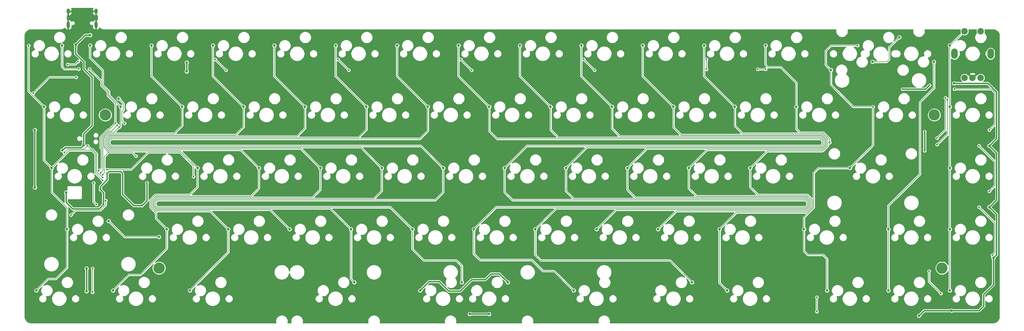
<source format=gbr>
G04 #@! TF.GenerationSoftware,KiCad,Pcbnew,(5.1.12)-1*
G04 #@! TF.CreationDate,2022-12-03T22:14:30+07:00*
G04 #@! TF.ProjectId,averange65 - Copy,61766572-616e-4676-9536-35202d20436f,rev?*
G04 #@! TF.SameCoordinates,Original*
G04 #@! TF.FileFunction,Copper,L1,Top*
G04 #@! TF.FilePolarity,Positive*
%FSLAX46Y46*%
G04 Gerber Fmt 4.6, Leading zero omitted, Abs format (unit mm)*
G04 Created by KiCad (PCBNEW (5.1.12)-1) date 2022-12-03 22:14:30*
%MOMM*%
%LPD*%
G01*
G04 APERTURE LIST*
G04 #@! TA.AperFunction,ComponentPad*
%ADD10O,1.000000X2.100000*%
G04 #@! TD*
G04 #@! TA.AperFunction,ComponentPad*
%ADD11O,1.000000X1.600000*%
G04 #@! TD*
G04 #@! TA.AperFunction,ComponentPad*
%ADD12C,2.000000*%
G04 #@! TD*
G04 #@! TA.AperFunction,ComponentPad*
%ADD13O,2.000000X3.200000*%
G04 #@! TD*
G04 #@! TA.AperFunction,ComponentPad*
%ADD14C,3.500000*%
G04 #@! TD*
G04 #@! TA.AperFunction,ViaPad*
%ADD15C,0.600000*%
G04 #@! TD*
G04 #@! TA.AperFunction,ViaPad*
%ADD16C,0.800000*%
G04 #@! TD*
G04 #@! TA.AperFunction,Conductor*
%ADD17C,0.400000*%
G04 #@! TD*
G04 #@! TA.AperFunction,Conductor*
%ADD18C,0.200000*%
G04 #@! TD*
G04 #@! TA.AperFunction,Conductor*
%ADD19C,0.254000*%
G04 #@! TD*
G04 #@! TA.AperFunction,Conductor*
%ADD20C,0.100000*%
G04 #@! TD*
G04 APERTURE END LIST*
D10*
X14568513Y-38935332D03*
X23208513Y-38935332D03*
D11*
X14568513Y-34755332D03*
X23208513Y-34755332D03*
D12*
X297616250Y-40942500D03*
X292616250Y-40942500D03*
D13*
X300716250Y-47942500D03*
X289516250Y-47942500D03*
D12*
X297616250Y-55442500D03*
X295116250Y-55442500D03*
X292616250Y-55442500D03*
D14*
X26058632Y-66986286D03*
X283234633Y-66986286D03*
X42727681Y-114611438D03*
X285615179Y-114611387D03*
D15*
X25495250Y-94805500D03*
X38957250Y-88074500D03*
X37433250Y-95186500D03*
D16*
X300288866Y-95636376D03*
X300288866Y-76586328D03*
X289344669Y-57169879D03*
X51335899Y-50678703D03*
D15*
X24546769Y-90205420D03*
X26630368Y-85149637D03*
D16*
X13915030Y-91122608D03*
X51335899Y-53467469D03*
X4194520Y-89546050D03*
D15*
X273388021Y-58955821D03*
X281722425Y-57765193D03*
X280234132Y-72236328D03*
X280234132Y-78119927D03*
D16*
X12731750Y-77980500D03*
X19303750Y-76454000D03*
X301560750Y-111448139D03*
X21338513Y-42134763D03*
X16879674Y-45110400D03*
D15*
X21936764Y-55272466D03*
D16*
X4194520Y-71686600D03*
X145098070Y-128905340D03*
X139144920Y-128905340D03*
X288591910Y-127821617D03*
X278463659Y-129466189D03*
X20267743Y-114729395D03*
X20267743Y-121825277D03*
D15*
X5683250Y-97218500D03*
X247492410Y-41394275D03*
D16*
X16620973Y-116178507D03*
D15*
X64730464Y-86042608D03*
X58777324Y-86042608D03*
X20677228Y-83363695D03*
X39727276Y-86042608D03*
X45680416Y-86042608D03*
X77827372Y-86042608D03*
X83780512Y-86042608D03*
X34369450Y-80684782D03*
X36750706Y-80089468D03*
X96877420Y-86042608D03*
X102830560Y-86042608D03*
X115927468Y-86042608D03*
X121880608Y-86042608D03*
X140930656Y-86042608D03*
X134977516Y-86042608D03*
X154027564Y-86042608D03*
X159980704Y-86042608D03*
X173077612Y-86042608D03*
X179030752Y-86042608D03*
X192127660Y-86042608D03*
X198080800Y-86042608D03*
X211177708Y-86042608D03*
X217130848Y-86042608D03*
X230227756Y-86042608D03*
X236180896Y-86042608D03*
X237966838Y-51812053D03*
X16744950Y-78943200D03*
X24669750Y-60401200D03*
X30003750Y-67310000D03*
D16*
X267732538Y-55383937D03*
D15*
X268923166Y-57765193D03*
X17836600Y-52705024D03*
D16*
X12640489Y-45405261D03*
X272383250Y-42862500D03*
X264101250Y-50482500D03*
D15*
X25255347Y-86453529D03*
X13384629Y-78694379D03*
X20573750Y-76581000D03*
X26195250Y-93617920D03*
X15396250Y-98107500D03*
D16*
X30182361Y-61912500D03*
D15*
X32035750Y-69578762D03*
X26630368Y-83959009D03*
X53419375Y-86178442D03*
D16*
X27114542Y-100012500D03*
X42703846Y-104930941D03*
D15*
X25276767Y-87367920D03*
D16*
X7043786Y-64452500D03*
D15*
X2281250Y-45402500D03*
D16*
X14187542Y-102552500D03*
X9425038Y-83502500D03*
X4662670Y-121603060D03*
X21331250Y-45402500D03*
D15*
X35560078Y-79805902D03*
D16*
X30856306Y-64452500D03*
D15*
X25221488Y-85571141D03*
X30400928Y-70778762D03*
D16*
X40381250Y-45402500D03*
X49906322Y-64452500D03*
X54668826Y-83502500D03*
X45143818Y-102552500D03*
X28475270Y-121602568D03*
X64193834Y-102552500D03*
X59431250Y-45402500D03*
X68956338Y-64452500D03*
X73718842Y-83502500D03*
X52287870Y-121603060D03*
X78481250Y-45402500D03*
X88006354Y-64452500D03*
X92768858Y-83502500D03*
X83243850Y-102552500D03*
X102293866Y-102552500D03*
X97531182Y-45402496D03*
X107056370Y-64452500D03*
X111818874Y-83502500D03*
X103314574Y-119062564D03*
X121343882Y-102552500D03*
X116581282Y-45402500D03*
X126106386Y-64452500D03*
X130868890Y-83502500D03*
X136652670Y-119062500D03*
X140393898Y-102552500D03*
X149918906Y-83502500D03*
X135631182Y-45402496D03*
X145156402Y-64452500D03*
X171350142Y-121602564D03*
D15*
X24006549Y-84356201D03*
X21136600Y-52705024D03*
X29200928Y-69578762D03*
X3715465Y-60208706D03*
X17036764Y-55272466D03*
X63491416Y-53071651D03*
X60148413Y-49728454D03*
X101591220Y-53071425D03*
X98248281Y-49728228D03*
X139691736Y-53071651D03*
X136348733Y-49728454D03*
X174448473Y-49728228D03*
X177791896Y-53071651D03*
X212548569Y-49728228D03*
X230866950Y-52781200D03*
X228479350Y-52781200D03*
X212548569Y-52781200D03*
X300288866Y-71686328D03*
X289461499Y-58955821D03*
X297088866Y-76586328D03*
X300288866Y-90736376D03*
X297088866Y-95636376D03*
X301223085Y-110613882D03*
X22120973Y-122131737D03*
X22120973Y-114729395D03*
X284103673Y-76219923D03*
X287310484Y-62234734D03*
X284103673Y-74136328D03*
X286710484Y-61634734D03*
X22463170Y-88126207D03*
X23264597Y-94838023D03*
D16*
X123725670Y-121602500D03*
X150939614Y-119062564D03*
X208090470Y-119063060D03*
X159443914Y-102552500D03*
X154681182Y-45402496D03*
X164206418Y-64452500D03*
X168968922Y-83502500D03*
X178493930Y-102552500D03*
X173731182Y-45402496D03*
X183256434Y-64452500D03*
X188018938Y-83502500D03*
X197543946Y-102552500D03*
X192781250Y-45402500D03*
X202306450Y-64452500D03*
X207068954Y-83502500D03*
X211831250Y-45402500D03*
X221356466Y-64452500D03*
X226118970Y-83502500D03*
X216593962Y-102552500D03*
X218976070Y-121603060D03*
X240406482Y-64452500D03*
X230881142Y-45402488D03*
D15*
X250800114Y-75624613D03*
D16*
X251174250Y-53022500D03*
X249932450Y-121603060D03*
X242787734Y-102552500D03*
D15*
X259456250Y-45402500D03*
X264219002Y-64452500D03*
D16*
X257075246Y-83502500D03*
X268982530Y-121603060D03*
X268981506Y-102552500D03*
X283151250Y-50482500D03*
X288031522Y-102552500D03*
X288032610Y-121603060D03*
X288031522Y-64452500D03*
X288031250Y-45402500D03*
X288031522Y-83502500D03*
D15*
X24616149Y-84965801D03*
X29800928Y-70178762D03*
X14357350Y-51273000D03*
X17633115Y-50367365D03*
X246792750Y-128143000D03*
X246792750Y-123698000D03*
X281627750Y-115557457D03*
X285291910Y-122521617D03*
D17*
X38957250Y-93662500D02*
X37433250Y-95186500D01*
X38957250Y-88074500D02*
X38957250Y-93662500D01*
X25495250Y-91153901D02*
X24546769Y-90205420D01*
X25495250Y-94805500D02*
X25495250Y-91153901D01*
X26630368Y-87141779D02*
X26630368Y-85149637D01*
X24546769Y-89225378D02*
X26630368Y-87141779D01*
X24546769Y-90205420D02*
X24546769Y-89225378D01*
X51335899Y-50678703D02*
X51335899Y-53467469D01*
X273388021Y-58955821D02*
X280531797Y-58955821D01*
X280531797Y-58955821D02*
X281722425Y-57765193D01*
X280234132Y-72236328D02*
X280234132Y-78119927D01*
X37433250Y-95186500D02*
X34881289Y-95186500D01*
X34881289Y-95186500D02*
X31392880Y-91698091D01*
X31392880Y-91698091D02*
X31392880Y-85149637D01*
X31392880Y-85149637D02*
X30797566Y-84554323D01*
X30797566Y-84554323D02*
X27225682Y-84554323D01*
X27225682Y-84554323D02*
X26630368Y-85149637D01*
X302558407Y-78855869D02*
X300288866Y-76586328D01*
X302558407Y-93366835D02*
X302558407Y-78855869D01*
X300288866Y-95636376D02*
X302558407Y-93366835D01*
X302558407Y-74316787D02*
X300288866Y-76586328D01*
X302558407Y-59848792D02*
X302558407Y-74316787D01*
X299879494Y-57169879D02*
X302558407Y-59848792D01*
X289344669Y-57169879D02*
X299879494Y-57169879D01*
X302558407Y-97905917D02*
X300288866Y-95636376D01*
X302558407Y-110450482D02*
X302558407Y-97905917D01*
X13915030Y-94163260D02*
X13915030Y-91122608D01*
X24137804Y-96162946D02*
X15914716Y-96162946D01*
X25495250Y-94805500D02*
X24137804Y-96162946D01*
X15914716Y-96162946D02*
X13915030Y-94163260D01*
X301560750Y-111448139D02*
X302558407Y-110450482D01*
X18651901Y-77105849D02*
X19303750Y-76454000D01*
X13606401Y-77105849D02*
X18651901Y-77105849D01*
X12731750Y-77980500D02*
X13606401Y-77105849D01*
X19855311Y-42134763D02*
X16879674Y-45110400D01*
X21338513Y-42134763D02*
X19855311Y-42134763D01*
X16879674Y-45110400D02*
X16879674Y-47988324D01*
X16879674Y-47988324D02*
X19437350Y-50546000D01*
X19437350Y-52773052D02*
X21936764Y-55272466D01*
X19437350Y-50546000D02*
X19437350Y-52773052D01*
X21936764Y-55272466D02*
X21936764Y-70246186D01*
X19303750Y-72879200D02*
X19303750Y-76454000D01*
X21936764Y-70246186D02*
X19303750Y-72879200D01*
X4194520Y-71686600D02*
X4194520Y-89546050D01*
X145098070Y-128905340D02*
X139144920Y-128905340D01*
X297141910Y-127821617D02*
X288591910Y-127821617D01*
X298541910Y-126421617D02*
X297141910Y-127821617D01*
X298541910Y-122821617D02*
X298541910Y-126421617D01*
X301560750Y-119802777D02*
X298541910Y-122821617D01*
X301560750Y-111448139D02*
X301560750Y-119802777D01*
X288591910Y-127821617D02*
X288591910Y-127821617D01*
X280108231Y-127821617D02*
X278463659Y-129466189D01*
X288591910Y-127821617D02*
X280108231Y-127821617D01*
X20267743Y-114729395D02*
X20267743Y-114729395D01*
X20267743Y-114729395D02*
X20267743Y-121825277D01*
D18*
X17836600Y-52705024D02*
X13366774Y-52705024D01*
X12640489Y-51978739D02*
X12640489Y-45405261D01*
X13366774Y-52705024D02*
X12640489Y-51978739D01*
X272383250Y-42862500D02*
X269220823Y-46024927D01*
X269220823Y-46024927D02*
X269220823Y-49728454D01*
X268466777Y-50482500D02*
X264101250Y-50482500D01*
X269220823Y-49728454D02*
X268466777Y-50482500D01*
X23406548Y-78978862D02*
X23406548Y-84604730D01*
X22033545Y-77605859D02*
X23406548Y-78978862D01*
X21598609Y-77605859D02*
X22033545Y-77605859D01*
X23406548Y-84604730D02*
X25255347Y-86453529D01*
X20573750Y-76581000D02*
X21598609Y-77605859D01*
X19548891Y-77605859D02*
X20573750Y-76581000D01*
X14473149Y-77605859D02*
X19548891Y-77605859D01*
X13384629Y-78694379D02*
X14473149Y-77605859D01*
X26195250Y-94993502D02*
X24525796Y-96662956D01*
X26195250Y-93617920D02*
X26195250Y-94993502D01*
X16840794Y-96662956D02*
X15396250Y-98107500D01*
X24525796Y-96662956D02*
X16840794Y-96662956D01*
X31690537Y-63420676D02*
X30182361Y-61912500D01*
X31690537Y-65504275D02*
X31690537Y-63420676D01*
X31256316Y-65938496D02*
X31690537Y-65504275D01*
X31256316Y-68799328D02*
X31256316Y-65938496D01*
X31256316Y-68799328D02*
X32035750Y-69578762D01*
X53419375Y-86178442D02*
X53419375Y-82818747D01*
X53419375Y-82818747D02*
X49218210Y-78617582D01*
X49218210Y-78617582D02*
X39413220Y-78617582D01*
X34071793Y-83959009D02*
X26630368Y-83959009D01*
X39413220Y-78617582D02*
X34071793Y-83959009D01*
X32032983Y-104930941D02*
X27114542Y-100012500D01*
X42703846Y-104930941D02*
X32032983Y-104930941D01*
X7043786Y-81121248D02*
X9425038Y-83502500D01*
X7043786Y-64452500D02*
X7043786Y-81121248D01*
X2281250Y-59689964D02*
X2281250Y-45402500D01*
X7043786Y-64452500D02*
X2281250Y-59689964D01*
X9425038Y-83502500D02*
X14921669Y-78005869D01*
X14921669Y-78005869D02*
X21867856Y-78005869D01*
X21867856Y-78005869D02*
X23006538Y-79144551D01*
X25276767Y-87367920D02*
X23006538Y-85097691D01*
X23006538Y-85097691D02*
X23006538Y-79144551D01*
X9425038Y-83502500D02*
X9425038Y-91028888D01*
X9425038Y-91028888D02*
X14187542Y-95791392D01*
X14187542Y-95791392D02*
X14187542Y-102552500D01*
X14187542Y-102552500D02*
X14187542Y-114520608D01*
X14187542Y-114520608D02*
X10699750Y-118008400D01*
X10699750Y-118008400D02*
X8257330Y-118008400D01*
X8257330Y-118008400D02*
X4662670Y-121603060D01*
X34385849Y-78631673D02*
X35560078Y-79805902D01*
X34385849Y-78617582D02*
X34385849Y-78631673D01*
X27110731Y-78617582D02*
X34385849Y-78617582D01*
X25737397Y-85055232D02*
X25737397Y-79990916D01*
X25221488Y-85571141D02*
X25737397Y-85055232D01*
X26967449Y-78474301D02*
X26967449Y-78760863D01*
X26967449Y-78474301D02*
X27110731Y-78617582D01*
X25737397Y-79990916D02*
X27110731Y-78617582D01*
X25307703Y-74209813D02*
X25307704Y-76814562D01*
X27100045Y-72417461D02*
X25307703Y-74209813D01*
X25307704Y-76814562D02*
X26967449Y-78474301D01*
X27100045Y-72417461D02*
X28762229Y-72417461D01*
X30856306Y-64452500D02*
X30856306Y-70323384D01*
X30856306Y-70323384D02*
X30400928Y-70778762D01*
X28762229Y-72417461D02*
X30400928Y-70778762D01*
X27225682Y-60821876D02*
X30856306Y-64452500D01*
X27225682Y-59661116D02*
X27225682Y-60821876D01*
X25307643Y-57743077D02*
X27225682Y-59661116D01*
X25307643Y-53168241D02*
X25307643Y-57743077D01*
X21331250Y-49191848D02*
X25307643Y-53168241D01*
X21331250Y-45402500D02*
X21331250Y-49191848D01*
X49906386Y-64452500D02*
X49906386Y-70377543D01*
X49906386Y-70377543D02*
X47466459Y-72817470D01*
X25707713Y-76648871D02*
X27276420Y-78217572D01*
X25707712Y-74375501D02*
X25707713Y-76648871D01*
X27265736Y-72817470D02*
X25707712Y-74375501D01*
X47466459Y-72817470D02*
X27265736Y-72817470D01*
X49383898Y-78217572D02*
X54668826Y-83502500D01*
X27276420Y-78217572D02*
X49383898Y-78217572D01*
X41810875Y-97492766D02*
X41810875Y-99219557D01*
X39995589Y-95677480D02*
X41810875Y-97492766D01*
X39995589Y-93425582D02*
X39995589Y-95677480D01*
X41553617Y-91867554D02*
X39995589Y-93425582D01*
X52228879Y-91867554D02*
X41553617Y-91867554D01*
X54668890Y-89427543D02*
X52228879Y-91867554D01*
X41810875Y-99219557D02*
X45143818Y-102552500D01*
X54668890Y-83502500D02*
X54668890Y-89427543D01*
X37000471Y-116701279D02*
X45143850Y-108557900D01*
X33376559Y-116701279D02*
X37000471Y-116701279D01*
X45143850Y-108557900D02*
X45143850Y-102552500D01*
X28475270Y-121602568D02*
X33376559Y-116701279D01*
X40381250Y-54927428D02*
X49906322Y-64452500D01*
X40381250Y-45402500D02*
X40381250Y-54927428D01*
X73718890Y-83502500D02*
X73718890Y-89827601D01*
X68956386Y-64452500D02*
X68956386Y-70777601D01*
X68956386Y-70777601D02*
X66516507Y-73217480D01*
X26107722Y-76483180D02*
X27442109Y-77817562D01*
X26107721Y-74541189D02*
X26107722Y-76483180D01*
X27431426Y-73217480D02*
X26107721Y-74541189D01*
X66516507Y-73217480D02*
X27431426Y-73217480D01*
X68033904Y-77817562D02*
X73718842Y-83502500D01*
X27442109Y-77817562D02*
X68033904Y-77817562D01*
X73718890Y-89827601D02*
X71278927Y-92267564D01*
X40395599Y-95511791D02*
X41751454Y-96867646D01*
X40395599Y-93591271D02*
X40395599Y-95511791D01*
X41719306Y-92267564D02*
X40395599Y-93591271D01*
X71278927Y-92267564D02*
X41719306Y-92267564D01*
X58508980Y-96867646D02*
X64193834Y-102552500D01*
X41751454Y-96867646D02*
X58508980Y-96867646D01*
X59431250Y-54927412D02*
X68956338Y-64452500D01*
X59431250Y-45402500D02*
X59431250Y-54927412D01*
X64193834Y-109697096D02*
X52287870Y-121603060D01*
X64193834Y-102552500D02*
X64193834Y-109697096D01*
X88006386Y-64452500D02*
X88006386Y-71177659D01*
X88006386Y-71177659D02*
X85566555Y-73617490D01*
X26507731Y-76317489D02*
X27607798Y-77417552D01*
X26507730Y-74706877D02*
X26507731Y-76317489D01*
X27597115Y-73617490D02*
X26507730Y-74706877D01*
X85566555Y-73617490D02*
X27597115Y-73617490D01*
X86683910Y-77417552D02*
X92768858Y-83502500D01*
X27607798Y-77417552D02*
X86683910Y-77417552D01*
X41917143Y-96467636D02*
X77158986Y-96467636D01*
X77158986Y-96467636D02*
X83243850Y-102552500D01*
X92768890Y-83502500D02*
X92768890Y-90227659D01*
X41884995Y-92667574D02*
X40795609Y-93756960D01*
X40795609Y-95346102D02*
X41917143Y-96467636D01*
X40795609Y-93756960D02*
X40795609Y-95346102D01*
X92768890Y-90227659D02*
X90328975Y-92667574D01*
X90328975Y-92667574D02*
X41884995Y-92667574D01*
X78481250Y-54927396D02*
X88006354Y-64452500D01*
X78481250Y-45402500D02*
X78481250Y-54927396D01*
X111818822Y-83502496D02*
X111818822Y-90627633D01*
X107056318Y-64452496D02*
X107056318Y-71577633D01*
X107056318Y-71577633D02*
X104616451Y-74017500D01*
X26907740Y-76151798D02*
X27773487Y-77017542D01*
X26907739Y-74872565D02*
X26907740Y-76151798D01*
X27762804Y-74017500D02*
X26907739Y-74872565D01*
X104616451Y-74017500D02*
X27762804Y-74017500D01*
X105333916Y-77017542D02*
X111818874Y-83502500D01*
X27773487Y-77017542D02*
X105333916Y-77017542D01*
X111818822Y-90627633D02*
X109378871Y-93067584D01*
X41195619Y-95180413D02*
X42082832Y-96067626D01*
X41195619Y-93922649D02*
X41195619Y-95180413D01*
X42050684Y-93067584D02*
X41195619Y-93922649D01*
X109378871Y-93067584D02*
X42050684Y-93067584D01*
X95808992Y-96067626D02*
X102293866Y-102552500D01*
X42082832Y-96067626D02*
X95808992Y-96067626D01*
X97531182Y-54927312D02*
X107056370Y-64452500D01*
X97531182Y-45402496D02*
X97531182Y-54927312D01*
X102293866Y-118041856D02*
X103314574Y-119062564D01*
X102293866Y-102552500D02*
X102293866Y-118041856D01*
X126106418Y-64452500D02*
X126106418Y-71977558D01*
X126106418Y-71977558D02*
X123666466Y-74417510D01*
X27307749Y-75986107D02*
X27939176Y-76617532D01*
X27307749Y-75038254D02*
X27307749Y-75986107D01*
X27928493Y-74417510D02*
X27307749Y-75038254D01*
X123666466Y-74417510D02*
X27928493Y-74417510D01*
X123983922Y-76617532D02*
X130868890Y-83502500D01*
X27939176Y-76617532D02*
X123983922Y-76617532D01*
X42248521Y-95667616D02*
X114458998Y-95667616D01*
X41595629Y-95014726D02*
X42248521Y-95667616D01*
X41595629Y-94088338D02*
X41595629Y-95014726D01*
X128445501Y-93467594D02*
X42216373Y-93467594D01*
X42216373Y-93467594D02*
X41595629Y-94088338D01*
X130868922Y-91044173D02*
X128445501Y-93467594D01*
X114458998Y-95667616D02*
X121343882Y-102552500D01*
X130868922Y-83502500D02*
X130868922Y-91044173D01*
X116581282Y-54927396D02*
X126106386Y-64452500D01*
X116581282Y-45402500D02*
X116581282Y-54927396D01*
X136652670Y-113911681D02*
X136652670Y-119062500D01*
X124856976Y-112236308D02*
X134977297Y-112236308D01*
X121343882Y-108723214D02*
X124856976Y-112236308D01*
X134977297Y-112236308D02*
X136652670Y-113911681D01*
X121343882Y-102552500D02*
X121343882Y-108723214D01*
X149918922Y-91027558D02*
X149918922Y-83502500D01*
X152358952Y-93467588D02*
X149918922Y-91027558D01*
X243217214Y-93467588D02*
X152358952Y-93467588D01*
X243837954Y-95015040D02*
X243837954Y-94088326D01*
X243185385Y-95667609D02*
X243837954Y-95015040D01*
X147278789Y-95667609D02*
X243185385Y-95667609D01*
X243837954Y-94088326D02*
X243217214Y-93467588D01*
X140393898Y-102552500D02*
X147278789Y-95667609D01*
X135631182Y-54927280D02*
X145156402Y-64452500D01*
X135631182Y-45402496D02*
X135631182Y-54927280D01*
X140393898Y-110186948D02*
X140393898Y-102552500D01*
X142314930Y-112107980D02*
X140393898Y-110186948D01*
X158377890Y-112107980D02*
X142314930Y-112107980D01*
X161825000Y-115555090D02*
X158377890Y-112107980D01*
X247947183Y-74417504D02*
X147596364Y-74417504D01*
X145156418Y-71977558D02*
X145156418Y-64452500D01*
X248600074Y-75070393D02*
X247947183Y-74417504D01*
X248600074Y-75986095D02*
X248600074Y-75070393D01*
X247968644Y-76617525D02*
X248600074Y-75986095D01*
X156803881Y-76617525D02*
X247968644Y-76617525D01*
X147596364Y-74417504D02*
X145156418Y-71977558D01*
X149918906Y-83502500D02*
X156803881Y-76617525D01*
X165302668Y-115555090D02*
X171350142Y-121602564D01*
X161825000Y-115555090D02*
X165302668Y-115555090D01*
X24937377Y-77575634D02*
X24507686Y-77145941D01*
X24006549Y-84356201D02*
X24937377Y-83425373D01*
X24507685Y-73878436D02*
X26768668Y-71617442D01*
X24507686Y-77145941D02*
X24507685Y-73878436D01*
X24937377Y-83425373D02*
X24937377Y-77575634D01*
X27162248Y-71617442D02*
X29200928Y-69578762D01*
X26768668Y-71617442D02*
X27162248Y-71617442D01*
X24907633Y-56476057D02*
X21136600Y-52705024D01*
X24907633Y-57908765D02*
X24907633Y-56476057D01*
X26825672Y-59826804D02*
X24907633Y-57908765D01*
X26825672Y-60987565D02*
X26825672Y-59826804D01*
X29200928Y-63362820D02*
X26825672Y-60987565D01*
X29200928Y-69578762D02*
X29200928Y-63362820D01*
X8651705Y-55272466D02*
X17036764Y-55272466D01*
X3715465Y-60208706D02*
X8651705Y-55272466D01*
X60147993Y-49728228D02*
X63491416Y-53071651D01*
X98247797Y-49728002D02*
X101591220Y-53071425D01*
X136348313Y-49728228D02*
X139691736Y-53071651D01*
X174448473Y-49728228D02*
X177791896Y-53071651D01*
X230866950Y-52781200D02*
X228479350Y-52781200D01*
X228479350Y-52781200D02*
X228479350Y-52781200D01*
X212548569Y-49728228D02*
X212548569Y-52781200D01*
X212548569Y-52781200D02*
X212548569Y-52781200D01*
X300288866Y-71686328D02*
X302058396Y-69916798D01*
X302058396Y-69916798D02*
X302058396Y-60055903D01*
X302058396Y-60055903D02*
X300958314Y-58955821D01*
X300958314Y-58955821D02*
X289461499Y-58955821D01*
X297088866Y-76586328D02*
X302058396Y-81555858D01*
X302058396Y-81555858D02*
X302058396Y-88966846D01*
X302058396Y-88966846D02*
X300288866Y-90736376D01*
X302058396Y-109778571D02*
X302058396Y-100605906D01*
X302058396Y-100605906D02*
X297088866Y-95636376D01*
X302058396Y-109778571D02*
X301223085Y-110613882D01*
X22120973Y-122131737D02*
X22120973Y-114729395D01*
X22120973Y-114729395D02*
X22120973Y-114729395D01*
X287310484Y-73013112D02*
X284103673Y-76219923D01*
X287310484Y-62234734D02*
X287310484Y-73013112D01*
X286710484Y-71529517D02*
X284103673Y-74136328D01*
X286710484Y-61634734D02*
X286710484Y-71529517D01*
X22463170Y-94036596D02*
X23264597Y-94838023D01*
X22463170Y-88126207D02*
X22463170Y-94036596D01*
D17*
X123725670Y-121602500D02*
X126543423Y-118784747D01*
X126543423Y-118784747D02*
X129619476Y-118784747D01*
X129619476Y-118784747D02*
X132596041Y-121761312D01*
X132596041Y-121761312D02*
X136167919Y-121761312D01*
X136167919Y-121761312D02*
X139739797Y-118189434D01*
X139739797Y-118189434D02*
X143906988Y-118189434D01*
X143906988Y-118189434D02*
X145692927Y-116403495D01*
X148280545Y-116403495D02*
X150939614Y-119062564D01*
X145692927Y-116403495D02*
X148280545Y-116403495D01*
D18*
X168968822Y-90627633D02*
X168968822Y-83502496D01*
X171408767Y-93067578D02*
X168968822Y-90627633D01*
X244237964Y-93922637D02*
X243382903Y-93067578D01*
X243382903Y-93067578D02*
X171408767Y-93067578D01*
X244237964Y-95180729D02*
X244237964Y-93922637D01*
X243351074Y-96067619D02*
X244237964Y-95180729D01*
X165928795Y-96067619D02*
X243351074Y-96067619D01*
X159443914Y-102552500D02*
X165928795Y-96067619D01*
X154681182Y-54927264D02*
X164206418Y-64452500D01*
X154681182Y-45402496D02*
X154681182Y-54927264D01*
X159443914Y-102552500D02*
X159443914Y-110509153D01*
X159443914Y-110509153D02*
X161171069Y-112236308D01*
X201263718Y-112236308D02*
X208090470Y-119063060D01*
X161171069Y-112236308D02*
X201263718Y-112236308D01*
X166646179Y-74017494D02*
X164206318Y-71577633D01*
X248112873Y-74017495D02*
X166646179Y-74017494D01*
X249000084Y-74904704D02*
X248112873Y-74017495D01*
X248134333Y-77017535D02*
X249000084Y-76151784D01*
X249000084Y-76151784D02*
X249000084Y-74904704D01*
X175453887Y-77017535D02*
X248134333Y-77017535D01*
X164206318Y-71577633D02*
X164206318Y-64452496D01*
X168968922Y-83502500D02*
X175453887Y-77017535D01*
X188019334Y-90227671D02*
X188019334Y-83502512D01*
X243548593Y-92667569D02*
X190459231Y-92667568D01*
X190459231Y-92667568D02*
X188019334Y-90227671D01*
X244637974Y-93756948D02*
X243548593Y-92667569D01*
X244637974Y-95346418D02*
X244637974Y-93756948D01*
X243516763Y-96467629D02*
X244637974Y-95346418D01*
X184578801Y-96467629D02*
X243516763Y-96467629D01*
X178493930Y-102552500D02*
X184578801Y-96467629D01*
X173731182Y-54927248D02*
X183256434Y-64452500D01*
X173731182Y-45402496D02*
X173731182Y-54927248D01*
X183256830Y-71177671D02*
X183256830Y-64452512D01*
X185696644Y-73617485D02*
X183256830Y-71177671D01*
X248278563Y-73617486D02*
X185696644Y-73617485D01*
X249400094Y-74739015D02*
X248278563Y-73617486D01*
X249400094Y-76317473D02*
X249400094Y-74739015D01*
X248300022Y-77417545D02*
X249400094Y-76317473D01*
X194103893Y-77417545D02*
X248300022Y-77417545D01*
X188018938Y-83502500D02*
X194103893Y-77417545D01*
X207068890Y-89827601D02*
X207068890Y-83502500D01*
X243714283Y-92267560D02*
X209508848Y-92267559D01*
X245037984Y-93591259D02*
X243714283Y-92267560D01*
X245037984Y-95512107D02*
X245037984Y-93591259D01*
X243682452Y-96867639D02*
X245037984Y-95512107D01*
X209508848Y-92267559D02*
X207068890Y-89827601D01*
X203228807Y-96867639D02*
X243682452Y-96867639D01*
X197543946Y-102552500D02*
X203228807Y-96867639D01*
X192781250Y-54927300D02*
X202306450Y-64452500D01*
X192781250Y-45402500D02*
X192781250Y-54927300D01*
X204746261Y-73217476D02*
X202306386Y-70777601D01*
X249800104Y-74573326D02*
X248444253Y-73217477D01*
X249800104Y-76483162D02*
X249800104Y-74573326D01*
X202306386Y-70777601D02*
X202306386Y-64452500D01*
X248465711Y-77817555D02*
X249800104Y-76483162D01*
X248444253Y-73217477D02*
X204746261Y-73217476D01*
X212753899Y-77817555D02*
X248465711Y-77817555D01*
X207068954Y-83502500D02*
X212753899Y-77817555D01*
X228558898Y-91867551D02*
X226118890Y-89427543D01*
X243879971Y-91867551D02*
X228558898Y-91867551D01*
X245437994Y-93425574D02*
X243879971Y-91867551D01*
X245437994Y-95677796D02*
X245437994Y-93425574D01*
X243848141Y-97267649D02*
X245437994Y-95677796D01*
X226118890Y-89427543D02*
X226118890Y-83502500D01*
X221878813Y-97267649D02*
X243848141Y-97267649D01*
X216593962Y-102552500D02*
X221878813Y-97267649D01*
X211831250Y-54927284D02*
X221356466Y-64452500D01*
X211831250Y-45402500D02*
X211831250Y-54927284D01*
X216593962Y-119220952D02*
X218976070Y-121603060D01*
X216593962Y-102552500D02*
X216593962Y-119220952D01*
X221356386Y-70377543D02*
X221356386Y-64452500D01*
X250200114Y-74407637D02*
X248609943Y-72817469D01*
X223796310Y-72817467D02*
X221356386Y-70377543D01*
X250200114Y-76648851D02*
X250200114Y-74407637D01*
X248631400Y-78217565D02*
X250200114Y-76648851D01*
X231403905Y-78217565D02*
X248631400Y-78217565D01*
X248609943Y-72817469D02*
X223796310Y-72817467D01*
X226118970Y-83502500D02*
X231403905Y-78217565D01*
X230881142Y-45402488D02*
X230881142Y-51327531D01*
X240406482Y-64452500D02*
X240406482Y-56930237D01*
X240406482Y-56930237D02*
X235585970Y-52109725D01*
X231663336Y-52109725D02*
X230881142Y-51327531D01*
X235585970Y-52109725D02*
X231663336Y-52109725D01*
X250800114Y-74441939D02*
X250800114Y-75624613D01*
X241580670Y-72417459D02*
X248775634Y-72417459D01*
X248775634Y-72417459D02*
X250800114Y-74441939D01*
X240406482Y-71243271D02*
X241580670Y-72417459D01*
X240406482Y-64452500D02*
X240406482Y-71243271D01*
X243979310Y-110509814D02*
X242787734Y-109318238D01*
X248741822Y-110509814D02*
X243979310Y-110509814D01*
X242787734Y-109318238D02*
X242787734Y-102552500D01*
X249932450Y-111700442D02*
X248741822Y-110509814D01*
X249932450Y-121603060D02*
X249932450Y-111700442D01*
X251174250Y-53022500D02*
X249575461Y-51423711D01*
X249575461Y-51423711D02*
X249575461Y-47049541D01*
X251222502Y-45402500D02*
X259456250Y-45402500D01*
X249575461Y-47049541D02*
X251222502Y-45402500D01*
X264219002Y-76358744D02*
X257075246Y-83502500D01*
X264219002Y-64452500D02*
X264219002Y-76358744D01*
X251174250Y-53022500D02*
X251174250Y-57578040D01*
X251174250Y-57578040D02*
X258048710Y-64452500D01*
X258048710Y-64452500D02*
X264219002Y-64452500D01*
X247353057Y-83502500D02*
X257075246Y-83502500D01*
X245838004Y-85017553D02*
X247353057Y-83502500D01*
X245838004Y-95843485D02*
X245838004Y-85017553D01*
X242787734Y-98893755D02*
X245838004Y-95843485D01*
X242787734Y-102552500D02*
X242787734Y-98893755D01*
X268982530Y-102553524D02*
X268981506Y-102552500D01*
X268982530Y-121603060D02*
X268982530Y-102553524D01*
X268981506Y-102552500D02*
X268981506Y-95211635D01*
X283151250Y-50482500D02*
X283151250Y-58637500D01*
X283151250Y-58637500D02*
X278796750Y-62992000D01*
X278796750Y-85396391D02*
X268981506Y-95211635D01*
X278796750Y-62992000D02*
X278796750Y-85396391D01*
X288031522Y-83502500D02*
X288031522Y-102552500D01*
X288031522Y-121601972D02*
X288032610Y-121603060D01*
X288031522Y-102552500D02*
X288031522Y-121601972D01*
X288031522Y-83502500D02*
X288031522Y-64452500D01*
X288031522Y-45402772D02*
X288031250Y-45402500D01*
X288031522Y-64452500D02*
X288031522Y-45402772D01*
X288031250Y-45402500D02*
X292616250Y-40942500D01*
X25337387Y-77409944D02*
X24907695Y-76980253D01*
X24616149Y-84965801D02*
X25337387Y-84244563D01*
X24907695Y-76980253D02*
X24907694Y-74044125D01*
X25337387Y-84244563D02*
X25337387Y-77409944D01*
X24907694Y-74044125D02*
X26934357Y-72017452D01*
X27962238Y-72017452D02*
X29800928Y-70178762D01*
X26934357Y-72017452D02*
X27962238Y-72017452D01*
X16727480Y-51273000D02*
X17633115Y-50367365D01*
X14357350Y-51273000D02*
X16727480Y-51273000D01*
X246792750Y-128143000D02*
X246792750Y-123698000D01*
X281627750Y-118857457D02*
X285291910Y-122521617D01*
X281627750Y-115557457D02*
X281627750Y-118857457D01*
D19*
X22208510Y-33903654D02*
X22120098Y-34109345D01*
X22073513Y-34328332D01*
X22073513Y-34628332D01*
X23081513Y-34628332D01*
X23081513Y-34608332D01*
X23335513Y-34608332D01*
X23335513Y-34628332D01*
X23355513Y-34628332D01*
X23355513Y-34882332D01*
X23335513Y-34882332D01*
X23335513Y-36023286D01*
X23510387Y-36149451D01*
X23602663Y-36116428D01*
X23602730Y-37324260D01*
X23510387Y-37291213D01*
X23335513Y-37417378D01*
X23335513Y-38808332D01*
X23355513Y-38808332D01*
X23355513Y-39062332D01*
X23335513Y-39062332D01*
X23335513Y-40453286D01*
X23510387Y-40579451D01*
X23733489Y-40499608D01*
X23921277Y-40377701D01*
X24081674Y-40221501D01*
X24208516Y-40037010D01*
X24263478Y-39909140D01*
X24462802Y-40075051D01*
X24497018Y-40098281D01*
X24530863Y-40121956D01*
X24536428Y-40125037D01*
X24536432Y-40125040D01*
X24536437Y-40125042D01*
X24808526Y-40273222D01*
X24846554Y-40289343D01*
X24884398Y-40306013D01*
X24890461Y-40307956D01*
X24890464Y-40307957D01*
X24890468Y-40307958D01*
X25186154Y-40400467D01*
X25226642Y-40408906D01*
X25266953Y-40417897D01*
X25273265Y-40418624D01*
X25273277Y-40418626D01*
X25273288Y-40418626D01*
X25538848Y-40447348D01*
X25540949Y-40447985D01*
X25607942Y-40454583D01*
X252760944Y-40454692D01*
X252698250Y-40769874D01*
X252698250Y-41145126D01*
X252771459Y-41513168D01*
X252915061Y-41859856D01*
X253123540Y-42171866D01*
X253388884Y-42437210D01*
X253700894Y-42645689D01*
X254047582Y-42789291D01*
X254415624Y-42862500D01*
X254790876Y-42862500D01*
X255158918Y-42789291D01*
X255505606Y-42645689D01*
X255817616Y-42437210D01*
X256082960Y-42171866D01*
X256291439Y-41859856D01*
X256435041Y-41513168D01*
X256508250Y-41145126D01*
X256508250Y-40769874D01*
X256445556Y-40454694D01*
X276636942Y-40454704D01*
X276574250Y-40769874D01*
X276574250Y-41145126D01*
X276647459Y-41513168D01*
X276791061Y-41859856D01*
X276999540Y-42171866D01*
X277264884Y-42437210D01*
X277576894Y-42645689D01*
X277923582Y-42789291D01*
X278291624Y-42862500D01*
X278666876Y-42862500D01*
X279034918Y-42789291D01*
X279381606Y-42645689D01*
X279693616Y-42437210D01*
X279958960Y-42171866D01*
X280167439Y-41859856D01*
X280311041Y-41513168D01*
X280384250Y-41145126D01*
X280384250Y-40769874D01*
X280321558Y-40454706D01*
X291323515Y-40454711D01*
X291288321Y-40539677D01*
X291235250Y-40806483D01*
X291235250Y-41078517D01*
X291288321Y-41345323D01*
X291352649Y-41500624D01*
X288138170Y-44627467D01*
X288108172Y-44621500D01*
X287954328Y-44621500D01*
X287803441Y-44651513D01*
X287661308Y-44710387D01*
X287533391Y-44795858D01*
X287424608Y-44904641D01*
X287339137Y-45032558D01*
X287280263Y-45174691D01*
X287250250Y-45325578D01*
X287250250Y-45479422D01*
X287280263Y-45630309D01*
X287339137Y-45772442D01*
X287424608Y-45900359D01*
X287533391Y-46009142D01*
X287550523Y-46020589D01*
X287550522Y-61597053D01*
X287509124Y-61579905D01*
X287389173Y-61556045D01*
X287365313Y-61436094D01*
X287313978Y-61312160D01*
X287239451Y-61200622D01*
X287144596Y-61105767D01*
X287033058Y-61031240D01*
X286909124Y-60979905D01*
X286777557Y-60953734D01*
X286643411Y-60953734D01*
X286511844Y-60979905D01*
X286387910Y-61031240D01*
X286276372Y-61105767D01*
X286181517Y-61200622D01*
X286106990Y-61312160D01*
X286055655Y-61436094D01*
X286029484Y-61567661D01*
X286029484Y-61701807D01*
X286055655Y-61833374D01*
X286106990Y-61957308D01*
X286181517Y-62068846D01*
X286229484Y-62116813D01*
X286229485Y-71330279D01*
X284104437Y-73455328D01*
X284036600Y-73455328D01*
X283905033Y-73481499D01*
X283781099Y-73532834D01*
X283669561Y-73607361D01*
X283574706Y-73702216D01*
X283500179Y-73813754D01*
X283448844Y-73937688D01*
X283422673Y-74069255D01*
X283422673Y-74203401D01*
X283448844Y-74334968D01*
X283500179Y-74458902D01*
X283574706Y-74570440D01*
X283669561Y-74665295D01*
X283781099Y-74739822D01*
X283905033Y-74791157D01*
X284036600Y-74817328D01*
X284170746Y-74817328D01*
X284302313Y-74791157D01*
X284426247Y-74739822D01*
X284537785Y-74665295D01*
X284632640Y-74570440D01*
X284707167Y-74458902D01*
X284758502Y-74334968D01*
X284784673Y-74203401D01*
X284784673Y-74135564D01*
X286829485Y-72090753D01*
X286829485Y-72813875D01*
X284104437Y-75538923D01*
X284036600Y-75538923D01*
X283905033Y-75565094D01*
X283781099Y-75616429D01*
X283669561Y-75690956D01*
X283574706Y-75785811D01*
X283500179Y-75897349D01*
X283448844Y-76021283D01*
X283422673Y-76152850D01*
X283422673Y-76286996D01*
X283448844Y-76418563D01*
X283500179Y-76542497D01*
X283574706Y-76654035D01*
X283669561Y-76748890D01*
X283781099Y-76823417D01*
X283905033Y-76874752D01*
X284036600Y-76900923D01*
X284170746Y-76900923D01*
X284302313Y-76874752D01*
X284426247Y-76823417D01*
X284537785Y-76748890D01*
X284632640Y-76654035D01*
X284707167Y-76542497D01*
X284758502Y-76418563D01*
X284784673Y-76286996D01*
X284784673Y-76219159D01*
X287550523Y-73453309D01*
X287550522Y-82884593D01*
X287533663Y-82895858D01*
X287424880Y-83004641D01*
X287339409Y-83132558D01*
X287280535Y-83274691D01*
X287250522Y-83425578D01*
X287250522Y-83579422D01*
X287280535Y-83730309D01*
X287339409Y-83872442D01*
X287424880Y-84000359D01*
X287533663Y-84109142D01*
X287550522Y-84120407D01*
X287550523Y-101934593D01*
X287533663Y-101945858D01*
X287424880Y-102054641D01*
X287339409Y-102182558D01*
X287280535Y-102324691D01*
X287250522Y-102475578D01*
X287250522Y-102629422D01*
X287280535Y-102780309D01*
X287339409Y-102922442D01*
X287424880Y-103050359D01*
X287533663Y-103159142D01*
X287550522Y-103170407D01*
X287550523Y-113715148D01*
X287503647Y-113601980D01*
X287270435Y-113252954D01*
X286973612Y-112956131D01*
X286624586Y-112722919D01*
X286236769Y-112562280D01*
X285825064Y-112480387D01*
X285405294Y-112480387D01*
X284993589Y-112562280D01*
X284605772Y-112722919D01*
X284256746Y-112956131D01*
X283959923Y-113252954D01*
X283726711Y-113601980D01*
X283566072Y-113989797D01*
X283484179Y-114401502D01*
X283484179Y-114821272D01*
X283566072Y-115232977D01*
X283726711Y-115620794D01*
X283959923Y-115969820D01*
X284256746Y-116266643D01*
X284605772Y-116499855D01*
X284993589Y-116660494D01*
X285405294Y-116742387D01*
X285825064Y-116742387D01*
X286236769Y-116660494D01*
X286624586Y-116499855D01*
X286973612Y-116266643D01*
X287270435Y-115969820D01*
X287503647Y-115620794D01*
X287550523Y-115507626D01*
X287550523Y-120985880D01*
X287534751Y-120996418D01*
X287425968Y-121105201D01*
X287340497Y-121233118D01*
X287281623Y-121375251D01*
X287251610Y-121526138D01*
X287251610Y-121679982D01*
X287281623Y-121830869D01*
X287340497Y-121973002D01*
X287425968Y-122100919D01*
X287534751Y-122209702D01*
X287662668Y-122295173D01*
X287804801Y-122354047D01*
X287955688Y-122384060D01*
X288109532Y-122384060D01*
X288260419Y-122354047D01*
X288402552Y-122295173D01*
X288530469Y-122209702D01*
X288639252Y-122100919D01*
X288724723Y-121973002D01*
X288783597Y-121830869D01*
X288813610Y-121679982D01*
X288813610Y-121526138D01*
X288783597Y-121375251D01*
X288724723Y-121233118D01*
X288639252Y-121105201D01*
X288530469Y-120996418D01*
X288512522Y-120984426D01*
X288512522Y-118877798D01*
X295776610Y-118877798D01*
X295776610Y-119248322D01*
X295848896Y-119611727D01*
X295990690Y-119954047D01*
X296196542Y-120262127D01*
X296458543Y-120524128D01*
X296766623Y-120729980D01*
X297108943Y-120871774D01*
X297472348Y-120944060D01*
X297842872Y-120944060D01*
X298206277Y-120871774D01*
X298548597Y-120729980D01*
X298856677Y-120524128D01*
X299118678Y-120262127D01*
X299324530Y-119954047D01*
X299466324Y-119611727D01*
X299538610Y-119248322D01*
X299538610Y-118877798D01*
X299466324Y-118514393D01*
X299324530Y-118172073D01*
X299118678Y-117863993D01*
X298856677Y-117601992D01*
X298548597Y-117396140D01*
X298206277Y-117254346D01*
X297842872Y-117182060D01*
X297472348Y-117182060D01*
X297108943Y-117254346D01*
X296766623Y-117396140D01*
X296458543Y-117601992D01*
X296196542Y-117863993D01*
X295990690Y-118172073D01*
X295848896Y-118514393D01*
X295776610Y-118877798D01*
X288512522Y-118877798D01*
X288512522Y-104968795D01*
X288780522Y-104968795D01*
X288780522Y-105216205D01*
X288828790Y-105458862D01*
X288923469Y-105687439D01*
X289060923Y-105893153D01*
X289235869Y-106068099D01*
X289441583Y-106205553D01*
X289670160Y-106300232D01*
X289912817Y-106348500D01*
X290160227Y-106348500D01*
X290402884Y-106300232D01*
X290631461Y-106205553D01*
X290837175Y-106068099D01*
X291012121Y-105893153D01*
X291149575Y-105687439D01*
X291244254Y-105458862D01*
X291292522Y-105216205D01*
X291292522Y-104968795D01*
X291270602Y-104858593D01*
X292741622Y-104858593D01*
X292741622Y-105326407D01*
X292832888Y-105785233D01*
X293011913Y-106217437D01*
X293271817Y-106606410D01*
X293602612Y-106937205D01*
X293991585Y-107197109D01*
X294423789Y-107376134D01*
X294882615Y-107467400D01*
X295350429Y-107467400D01*
X295809255Y-107376134D01*
X296241459Y-107197109D01*
X296630432Y-106937205D01*
X296961227Y-106606410D01*
X297221131Y-106217437D01*
X297400156Y-105785233D01*
X297491422Y-105326407D01*
X297491422Y-104968795D01*
X298940522Y-104968795D01*
X298940522Y-105216205D01*
X298988790Y-105458862D01*
X299083469Y-105687439D01*
X299220923Y-105893153D01*
X299395869Y-106068099D01*
X299601583Y-106205553D01*
X299830160Y-106300232D01*
X300072817Y-106348500D01*
X300320227Y-106348500D01*
X300562884Y-106300232D01*
X300791461Y-106205553D01*
X300997175Y-106068099D01*
X301172121Y-105893153D01*
X301309575Y-105687439D01*
X301404254Y-105458862D01*
X301452522Y-105216205D01*
X301452522Y-104968795D01*
X301404254Y-104726138D01*
X301309575Y-104497561D01*
X301172121Y-104291847D01*
X300997175Y-104116901D01*
X300791461Y-103979447D01*
X300562884Y-103884768D01*
X300320227Y-103836500D01*
X300072817Y-103836500D01*
X299830160Y-103884768D01*
X299601583Y-103979447D01*
X299395869Y-104116901D01*
X299220923Y-104291847D01*
X299083469Y-104497561D01*
X298988790Y-104726138D01*
X298940522Y-104968795D01*
X297491422Y-104968795D01*
X297491422Y-104858593D01*
X297400156Y-104399767D01*
X297221131Y-103967563D01*
X296961227Y-103578590D01*
X296630432Y-103247795D01*
X296241459Y-102987891D01*
X295809255Y-102808866D01*
X295350429Y-102717600D01*
X294882615Y-102717600D01*
X294423789Y-102808866D01*
X293991585Y-102987891D01*
X293602612Y-103247795D01*
X293271817Y-103578590D01*
X293011913Y-103967563D01*
X292832888Y-104399767D01*
X292741622Y-104858593D01*
X291270602Y-104858593D01*
X291244254Y-104726138D01*
X291149575Y-104497561D01*
X291104550Y-104430176D01*
X291121260Y-104433500D01*
X291491784Y-104433500D01*
X291855189Y-104361214D01*
X292197509Y-104219420D01*
X292505589Y-104013568D01*
X292767590Y-103751567D01*
X292973442Y-103443487D01*
X293115236Y-103101167D01*
X293187522Y-102737762D01*
X293187522Y-102367238D01*
X293115236Y-102003833D01*
X292973442Y-101661513D01*
X292767590Y-101353433D01*
X292505589Y-101091432D01*
X292197509Y-100885580D01*
X291855189Y-100743786D01*
X291491784Y-100671500D01*
X291121260Y-100671500D01*
X290757855Y-100743786D01*
X290415535Y-100885580D01*
X290107455Y-101091432D01*
X289845454Y-101353433D01*
X289639602Y-101661513D01*
X289497808Y-102003833D01*
X289425522Y-102367238D01*
X289425522Y-102737762D01*
X289497808Y-103101167D01*
X289639602Y-103443487D01*
X289845454Y-103751567D01*
X289930387Y-103836500D01*
X289912817Y-103836500D01*
X289670160Y-103884768D01*
X289441583Y-103979447D01*
X289235869Y-104116901D01*
X289060923Y-104291847D01*
X288923469Y-104497561D01*
X288828790Y-104726138D01*
X288780522Y-104968795D01*
X288512522Y-104968795D01*
X288512522Y-103170407D01*
X288529381Y-103159142D01*
X288638164Y-103050359D01*
X288723635Y-102922442D01*
X288782509Y-102780309D01*
X288812522Y-102629422D01*
X288812522Y-102475578D01*
X288782509Y-102324691D01*
X288723635Y-102182558D01*
X288638164Y-102054641D01*
X288529381Y-101945858D01*
X288512522Y-101934593D01*
X288512522Y-99827238D01*
X295775522Y-99827238D01*
X295775522Y-100197762D01*
X295847808Y-100561167D01*
X295989602Y-100903487D01*
X296195454Y-101211567D01*
X296457455Y-101473568D01*
X296765535Y-101679420D01*
X297107855Y-101821214D01*
X297471260Y-101893500D01*
X297841784Y-101893500D01*
X298205189Y-101821214D01*
X298547509Y-101679420D01*
X298855589Y-101473568D01*
X299117590Y-101211567D01*
X299323442Y-100903487D01*
X299465236Y-100561167D01*
X299537522Y-100197762D01*
X299537522Y-99827238D01*
X299465236Y-99463833D01*
X299323442Y-99121513D01*
X299117590Y-98813433D01*
X298855589Y-98551432D01*
X298547509Y-98345580D01*
X298205189Y-98203786D01*
X297841784Y-98131500D01*
X297471260Y-98131500D01*
X297107855Y-98203786D01*
X296765535Y-98345580D01*
X296457455Y-98551432D01*
X296195454Y-98813433D01*
X295989602Y-99121513D01*
X295847808Y-99463833D01*
X295775522Y-99827238D01*
X288512522Y-99827238D01*
X288512522Y-85918795D01*
X288780522Y-85918795D01*
X288780522Y-86166205D01*
X288828790Y-86408862D01*
X288923469Y-86637439D01*
X289060923Y-86843153D01*
X289235869Y-87018099D01*
X289441583Y-87155553D01*
X289670160Y-87250232D01*
X289912817Y-87298500D01*
X290160227Y-87298500D01*
X290402884Y-87250232D01*
X290631461Y-87155553D01*
X290837175Y-87018099D01*
X291012121Y-86843153D01*
X291149575Y-86637439D01*
X291244254Y-86408862D01*
X291292522Y-86166205D01*
X291292522Y-85918795D01*
X291270602Y-85808593D01*
X292741622Y-85808593D01*
X292741622Y-86276407D01*
X292832888Y-86735233D01*
X293011913Y-87167437D01*
X293271817Y-87556410D01*
X293602612Y-87887205D01*
X293991585Y-88147109D01*
X294423789Y-88326134D01*
X294882615Y-88417400D01*
X295350429Y-88417400D01*
X295809255Y-88326134D01*
X296241459Y-88147109D01*
X296630432Y-87887205D01*
X296961227Y-87556410D01*
X297221131Y-87167437D01*
X297400156Y-86735233D01*
X297491422Y-86276407D01*
X297491422Y-85918795D01*
X298940522Y-85918795D01*
X298940522Y-86166205D01*
X298988790Y-86408862D01*
X299083469Y-86637439D01*
X299220923Y-86843153D01*
X299395869Y-87018099D01*
X299601583Y-87155553D01*
X299830160Y-87250232D01*
X300072817Y-87298500D01*
X300320227Y-87298500D01*
X300562884Y-87250232D01*
X300791461Y-87155553D01*
X300997175Y-87018099D01*
X301172121Y-86843153D01*
X301309575Y-86637439D01*
X301404254Y-86408862D01*
X301452522Y-86166205D01*
X301452522Y-85918795D01*
X301404254Y-85676138D01*
X301309575Y-85447561D01*
X301172121Y-85241847D01*
X300997175Y-85066901D01*
X300791461Y-84929447D01*
X300562884Y-84834768D01*
X300320227Y-84786500D01*
X300072817Y-84786500D01*
X299830160Y-84834768D01*
X299601583Y-84929447D01*
X299395869Y-85066901D01*
X299220923Y-85241847D01*
X299083469Y-85447561D01*
X298988790Y-85676138D01*
X298940522Y-85918795D01*
X297491422Y-85918795D01*
X297491422Y-85808593D01*
X297400156Y-85349767D01*
X297221131Y-84917563D01*
X296961227Y-84528590D01*
X296630432Y-84197795D01*
X296241459Y-83937891D01*
X295809255Y-83758866D01*
X295350429Y-83667600D01*
X294882615Y-83667600D01*
X294423789Y-83758866D01*
X293991585Y-83937891D01*
X293602612Y-84197795D01*
X293271817Y-84528590D01*
X293011913Y-84917563D01*
X292832888Y-85349767D01*
X292741622Y-85808593D01*
X291270602Y-85808593D01*
X291244254Y-85676138D01*
X291149575Y-85447561D01*
X291104550Y-85380176D01*
X291121260Y-85383500D01*
X291491784Y-85383500D01*
X291855189Y-85311214D01*
X292197509Y-85169420D01*
X292505589Y-84963568D01*
X292767590Y-84701567D01*
X292973442Y-84393487D01*
X293115236Y-84051167D01*
X293187522Y-83687762D01*
X293187522Y-83317238D01*
X293115236Y-82953833D01*
X292973442Y-82611513D01*
X292767590Y-82303433D01*
X292505589Y-82041432D01*
X292197509Y-81835580D01*
X291855189Y-81693786D01*
X291491784Y-81621500D01*
X291121260Y-81621500D01*
X290757855Y-81693786D01*
X290415535Y-81835580D01*
X290107455Y-82041432D01*
X289845454Y-82303433D01*
X289639602Y-82611513D01*
X289497808Y-82953833D01*
X289425522Y-83317238D01*
X289425522Y-83687762D01*
X289497808Y-84051167D01*
X289639602Y-84393487D01*
X289845454Y-84701567D01*
X289930387Y-84786500D01*
X289912817Y-84786500D01*
X289670160Y-84834768D01*
X289441583Y-84929447D01*
X289235869Y-85066901D01*
X289060923Y-85241847D01*
X288923469Y-85447561D01*
X288828790Y-85676138D01*
X288780522Y-85918795D01*
X288512522Y-85918795D01*
X288512522Y-84120407D01*
X288529381Y-84109142D01*
X288638164Y-84000359D01*
X288723635Y-83872442D01*
X288782509Y-83730309D01*
X288812522Y-83579422D01*
X288812522Y-83425578D01*
X288782509Y-83274691D01*
X288723635Y-83132558D01*
X288638164Y-83004641D01*
X288529381Y-82895858D01*
X288512522Y-82884593D01*
X288512522Y-80777238D01*
X295775522Y-80777238D01*
X295775522Y-81147762D01*
X295847808Y-81511167D01*
X295989602Y-81853487D01*
X296195454Y-82161567D01*
X296457455Y-82423568D01*
X296765535Y-82629420D01*
X297107855Y-82771214D01*
X297471260Y-82843500D01*
X297841784Y-82843500D01*
X298205189Y-82771214D01*
X298547509Y-82629420D01*
X298855589Y-82423568D01*
X299117590Y-82161567D01*
X299323442Y-81853487D01*
X299465236Y-81511167D01*
X299537522Y-81147762D01*
X299537522Y-80777238D01*
X299465236Y-80413833D01*
X299323442Y-80071513D01*
X299117590Y-79763433D01*
X298855589Y-79501432D01*
X298547509Y-79295580D01*
X298205189Y-79153786D01*
X297841784Y-79081500D01*
X297471260Y-79081500D01*
X297107855Y-79153786D01*
X296765535Y-79295580D01*
X296457455Y-79501432D01*
X296195454Y-79763433D01*
X295989602Y-80071513D01*
X295847808Y-80413833D01*
X295775522Y-80777238D01*
X288512522Y-80777238D01*
X288512522Y-66868795D01*
X288780522Y-66868795D01*
X288780522Y-67116205D01*
X288828790Y-67358862D01*
X288923469Y-67587439D01*
X289060923Y-67793153D01*
X289235869Y-67968099D01*
X289441583Y-68105553D01*
X289670160Y-68200232D01*
X289912817Y-68248500D01*
X290160227Y-68248500D01*
X290402884Y-68200232D01*
X290631461Y-68105553D01*
X290837175Y-67968099D01*
X291012121Y-67793153D01*
X291149575Y-67587439D01*
X291244254Y-67358862D01*
X291292522Y-67116205D01*
X291292522Y-66868795D01*
X291270602Y-66758593D01*
X292741622Y-66758593D01*
X292741622Y-67226407D01*
X292832888Y-67685233D01*
X293011913Y-68117437D01*
X293271817Y-68506410D01*
X293602612Y-68837205D01*
X293991585Y-69097109D01*
X294423789Y-69276134D01*
X294882615Y-69367400D01*
X295350429Y-69367400D01*
X295809255Y-69276134D01*
X296241459Y-69097109D01*
X296630432Y-68837205D01*
X296961227Y-68506410D01*
X297221131Y-68117437D01*
X297400156Y-67685233D01*
X297491422Y-67226407D01*
X297491422Y-66868795D01*
X298940522Y-66868795D01*
X298940522Y-67116205D01*
X298988790Y-67358862D01*
X299083469Y-67587439D01*
X299220923Y-67793153D01*
X299395869Y-67968099D01*
X299601583Y-68105553D01*
X299830160Y-68200232D01*
X300072817Y-68248500D01*
X300320227Y-68248500D01*
X300562884Y-68200232D01*
X300791461Y-68105553D01*
X300997175Y-67968099D01*
X301172121Y-67793153D01*
X301309575Y-67587439D01*
X301404254Y-67358862D01*
X301452522Y-67116205D01*
X301452522Y-66868795D01*
X301404254Y-66626138D01*
X301309575Y-66397561D01*
X301172121Y-66191847D01*
X300997175Y-66016901D01*
X300791461Y-65879447D01*
X300562884Y-65784768D01*
X300320227Y-65736500D01*
X300072817Y-65736500D01*
X299830160Y-65784768D01*
X299601583Y-65879447D01*
X299395869Y-66016901D01*
X299220923Y-66191847D01*
X299083469Y-66397561D01*
X298988790Y-66626138D01*
X298940522Y-66868795D01*
X297491422Y-66868795D01*
X297491422Y-66758593D01*
X297400156Y-66299767D01*
X297221131Y-65867563D01*
X296961227Y-65478590D01*
X296630432Y-65147795D01*
X296241459Y-64887891D01*
X295809255Y-64708866D01*
X295350429Y-64617600D01*
X294882615Y-64617600D01*
X294423789Y-64708866D01*
X293991585Y-64887891D01*
X293602612Y-65147795D01*
X293271817Y-65478590D01*
X293011913Y-65867563D01*
X292832888Y-66299767D01*
X292741622Y-66758593D01*
X291270602Y-66758593D01*
X291244254Y-66626138D01*
X291149575Y-66397561D01*
X291104550Y-66330176D01*
X291121260Y-66333500D01*
X291491784Y-66333500D01*
X291855189Y-66261214D01*
X292197509Y-66119420D01*
X292505589Y-65913568D01*
X292767590Y-65651567D01*
X292973442Y-65343487D01*
X293115236Y-65001167D01*
X293187522Y-64637762D01*
X293187522Y-64267238D01*
X293115236Y-63903833D01*
X292973442Y-63561513D01*
X292767590Y-63253433D01*
X292505589Y-62991432D01*
X292197509Y-62785580D01*
X291855189Y-62643786D01*
X291491784Y-62571500D01*
X291121260Y-62571500D01*
X290757855Y-62643786D01*
X290415535Y-62785580D01*
X290107455Y-62991432D01*
X289845454Y-63253433D01*
X289639602Y-63561513D01*
X289497808Y-63903833D01*
X289425522Y-64267238D01*
X289425522Y-64637762D01*
X289497808Y-65001167D01*
X289639602Y-65343487D01*
X289845454Y-65651567D01*
X289930387Y-65736500D01*
X289912817Y-65736500D01*
X289670160Y-65784768D01*
X289441583Y-65879447D01*
X289235869Y-66016901D01*
X289060923Y-66191847D01*
X288923469Y-66397561D01*
X288828790Y-66626138D01*
X288780522Y-66868795D01*
X288512522Y-66868795D01*
X288512522Y-65070407D01*
X288529381Y-65059142D01*
X288638164Y-64950359D01*
X288723635Y-64822442D01*
X288782509Y-64680309D01*
X288812522Y-64529422D01*
X288812522Y-64375578D01*
X288782509Y-64224691D01*
X288723635Y-64082558D01*
X288638164Y-63954641D01*
X288529381Y-63845858D01*
X288512522Y-63834593D01*
X288512522Y-61727238D01*
X295775522Y-61727238D01*
X295775522Y-62097762D01*
X295847808Y-62461167D01*
X295989602Y-62803487D01*
X296195454Y-63111567D01*
X296457455Y-63373568D01*
X296765535Y-63579420D01*
X297107855Y-63721214D01*
X297471260Y-63793500D01*
X297841784Y-63793500D01*
X298205189Y-63721214D01*
X298547509Y-63579420D01*
X298855589Y-63373568D01*
X299117590Y-63111567D01*
X299323442Y-62803487D01*
X299465236Y-62461167D01*
X299537522Y-62097762D01*
X299537522Y-61727238D01*
X299465236Y-61363833D01*
X299323442Y-61021513D01*
X299117590Y-60713433D01*
X298855589Y-60451432D01*
X298547509Y-60245580D01*
X298205189Y-60103786D01*
X297841784Y-60031500D01*
X297471260Y-60031500D01*
X297107855Y-60103786D01*
X296765535Y-60245580D01*
X296457455Y-60451432D01*
X296195454Y-60713433D01*
X295989602Y-61021513D01*
X295847808Y-61363833D01*
X295775522Y-61727238D01*
X288512522Y-61727238D01*
X288512522Y-49496335D01*
X288535012Y-49523739D01*
X288745296Y-49696315D01*
X288985208Y-49824551D01*
X289245528Y-49903518D01*
X289516250Y-49930182D01*
X289786973Y-49903518D01*
X290047293Y-49824551D01*
X290287205Y-49696315D01*
X290497489Y-49523739D01*
X290670065Y-49313455D01*
X290798301Y-49073543D01*
X290849178Y-48905824D01*
X291011849Y-48743153D01*
X291149303Y-48537439D01*
X291243982Y-48308862D01*
X291292250Y-48066205D01*
X291292250Y-47818795D01*
X291270330Y-47708593D01*
X292741350Y-47708593D01*
X292741350Y-48176407D01*
X292832616Y-48635233D01*
X293011641Y-49067437D01*
X293271545Y-49456410D01*
X293602340Y-49787205D01*
X293991313Y-50047109D01*
X294423517Y-50226134D01*
X294882343Y-50317400D01*
X295350157Y-50317400D01*
X295808983Y-50226134D01*
X296241187Y-50047109D01*
X296630160Y-49787205D01*
X296960955Y-49456410D01*
X297220859Y-49067437D01*
X297399884Y-48635233D01*
X297491150Y-48176407D01*
X297491150Y-47818795D01*
X298940250Y-47818795D01*
X298940250Y-48066205D01*
X298988518Y-48308862D01*
X299083197Y-48537439D01*
X299220651Y-48743153D01*
X299383322Y-48905824D01*
X299434199Y-49073543D01*
X299562436Y-49313455D01*
X299735012Y-49523739D01*
X299945296Y-49696315D01*
X300185208Y-49824551D01*
X300445528Y-49903518D01*
X300716250Y-49930182D01*
X300986973Y-49903518D01*
X301247293Y-49824551D01*
X301487205Y-49696315D01*
X301697489Y-49523739D01*
X301870065Y-49313455D01*
X301998301Y-49073543D01*
X302077268Y-48813223D01*
X302097250Y-48610343D01*
X302097250Y-47274657D01*
X302077268Y-47071777D01*
X301998301Y-46811457D01*
X301870065Y-46571545D01*
X301697488Y-46361261D01*
X301487204Y-46188685D01*
X301247292Y-46060449D01*
X300986972Y-45981482D01*
X300716250Y-45954818D01*
X300445527Y-45981482D01*
X300185207Y-46060449D01*
X299945295Y-46188685D01*
X299735011Y-46361262D01*
X299562435Y-46571546D01*
X299434199Y-46811458D01*
X299383323Y-46979175D01*
X299220651Y-47141847D01*
X299083197Y-47347561D01*
X298988518Y-47576138D01*
X298940250Y-47818795D01*
X297491150Y-47818795D01*
X297491150Y-47708593D01*
X297399884Y-47249767D01*
X297220859Y-46817563D01*
X296960955Y-46428590D01*
X296630160Y-46097795D01*
X296241187Y-45837891D01*
X295808983Y-45658866D01*
X295350157Y-45567600D01*
X294882343Y-45567600D01*
X294423517Y-45658866D01*
X293991313Y-45837891D01*
X293602340Y-46097795D01*
X293271545Y-46428590D01*
X293011641Y-46817563D01*
X292832616Y-47249767D01*
X292741350Y-47708593D01*
X291270330Y-47708593D01*
X291243982Y-47576138D01*
X291149303Y-47347561D01*
X291104278Y-47280176D01*
X291120988Y-47283500D01*
X291491512Y-47283500D01*
X291854917Y-47211214D01*
X292197237Y-47069420D01*
X292505317Y-46863568D01*
X292767318Y-46601567D01*
X292973170Y-46293487D01*
X293114964Y-45951167D01*
X293187250Y-45587762D01*
X293187250Y-45217238D01*
X293114964Y-44853833D01*
X292973170Y-44511513D01*
X292767318Y-44203433D01*
X292505317Y-43941432D01*
X292197237Y-43735580D01*
X291854917Y-43593786D01*
X291491512Y-43521500D01*
X291120988Y-43521500D01*
X290757583Y-43593786D01*
X290449155Y-43721542D01*
X292022317Y-42191268D01*
X292213427Y-42270429D01*
X292480233Y-42323500D01*
X292752267Y-42323500D01*
X293019073Y-42270429D01*
X293270399Y-42166326D01*
X293496586Y-42015193D01*
X293688943Y-41822836D01*
X293840076Y-41596649D01*
X293944179Y-41345323D01*
X293997250Y-41078517D01*
X293997250Y-40806483D01*
X293944179Y-40539677D01*
X293908985Y-40454712D01*
X296323514Y-40454713D01*
X296288321Y-40539677D01*
X296235250Y-40806483D01*
X296235250Y-41078517D01*
X296288321Y-41345323D01*
X296354214Y-41504401D01*
X296195182Y-41663433D01*
X295989330Y-41971513D01*
X295847536Y-42313833D01*
X295775250Y-42677238D01*
X295775250Y-43047762D01*
X295847536Y-43411167D01*
X295989330Y-43753487D01*
X296195182Y-44061567D01*
X296457183Y-44323568D01*
X296765263Y-44529420D01*
X297107583Y-44671214D01*
X297470988Y-44743500D01*
X297841512Y-44743500D01*
X298204917Y-44671214D01*
X298547237Y-44529420D01*
X298855317Y-44323568D01*
X299117318Y-44061567D01*
X299323170Y-43753487D01*
X299464964Y-43411167D01*
X299537250Y-43047762D01*
X299537250Y-42677238D01*
X299464964Y-42313833D01*
X299323170Y-41971513D01*
X299117318Y-41663433D01*
X298901718Y-41447833D01*
X298944179Y-41345323D01*
X298997250Y-41078517D01*
X298997250Y-40806483D01*
X298944179Y-40539677D01*
X298908986Y-40454715D01*
X301466941Y-40454716D01*
X301860987Y-40496007D01*
X302219555Y-40606879D01*
X302549753Y-40785281D01*
X302839018Y-41024429D01*
X303076323Y-41315206D01*
X303252626Y-41646530D01*
X303361428Y-42006492D01*
X303400095Y-42387155D01*
X303400094Y-129684641D01*
X303358803Y-130078689D01*
X303247934Y-130437251D01*
X303069525Y-130767459D01*
X302830384Y-131056716D01*
X302539609Y-131294018D01*
X302208274Y-131470326D01*
X301848316Y-131579128D01*
X301467664Y-131617793D01*
X182655361Y-131617814D01*
X182715570Y-131315126D01*
X182715570Y-130939874D01*
X182642361Y-130571832D01*
X182498759Y-130225144D01*
X182290280Y-129913134D01*
X182024936Y-129647790D01*
X181712926Y-129439311D01*
X181592109Y-129389267D01*
X277682659Y-129389267D01*
X277682659Y-129543111D01*
X277712672Y-129693998D01*
X277771546Y-129836131D01*
X277857017Y-129964048D01*
X277965800Y-130072831D01*
X278093717Y-130158302D01*
X278235850Y-130217176D01*
X278386737Y-130247189D01*
X278540581Y-130247189D01*
X278691468Y-130217176D01*
X278833601Y-130158302D01*
X278961518Y-130072831D01*
X279070301Y-129964048D01*
X279155772Y-129836131D01*
X279214646Y-129693998D01*
X279244659Y-129543111D01*
X279244659Y-129506846D01*
X280348889Y-128402617D01*
X288068409Y-128402617D01*
X288094051Y-128428259D01*
X288221968Y-128513730D01*
X288364101Y-128572604D01*
X288514988Y-128602617D01*
X288668832Y-128602617D01*
X288819719Y-128572604D01*
X288961852Y-128513730D01*
X289089769Y-128428259D01*
X289115411Y-128402617D01*
X297113370Y-128402617D01*
X297141910Y-128405428D01*
X297170450Y-128402617D01*
X297255806Y-128394210D01*
X297365325Y-128360988D01*
X297466258Y-128307038D01*
X297554727Y-128234434D01*
X297572927Y-128212257D01*
X298932555Y-126852630D01*
X298954727Y-126834434D01*
X299027331Y-126745965D01*
X299081281Y-126645032D01*
X299114503Y-126535513D01*
X299122910Y-126450157D01*
X299125721Y-126421617D01*
X299122910Y-126393077D01*
X299122910Y-124795398D01*
X299222011Y-124943713D01*
X299396957Y-125118659D01*
X299602671Y-125256113D01*
X299831248Y-125350792D01*
X300073905Y-125399060D01*
X300321315Y-125399060D01*
X300563972Y-125350792D01*
X300792549Y-125256113D01*
X300998263Y-125118659D01*
X301173209Y-124943713D01*
X301310663Y-124737999D01*
X301405342Y-124509422D01*
X301453610Y-124266765D01*
X301453610Y-124019355D01*
X301405342Y-123776698D01*
X301310663Y-123548121D01*
X301173209Y-123342407D01*
X300998263Y-123167461D01*
X300792549Y-123030007D01*
X300563972Y-122935328D01*
X300321315Y-122887060D01*
X300073905Y-122887060D01*
X299831248Y-122935328D01*
X299602671Y-123030007D01*
X299396957Y-123167461D01*
X299222011Y-123342407D01*
X299122910Y-123490722D01*
X299122910Y-123062274D01*
X301951395Y-120233790D01*
X301973567Y-120215594D01*
X302046171Y-120127125D01*
X302100121Y-120026192D01*
X302133343Y-119916673D01*
X302141750Y-119831317D01*
X302141750Y-119831315D01*
X302144561Y-119802778D01*
X302141750Y-119774241D01*
X302141750Y-111971640D01*
X302167392Y-111945998D01*
X302252863Y-111818081D01*
X302311737Y-111675948D01*
X302341750Y-111525061D01*
X302341750Y-111488796D01*
X302949053Y-110881494D01*
X302971224Y-110863299D01*
X303043828Y-110774830D01*
X303097778Y-110673897D01*
X303131000Y-110564378D01*
X303139407Y-110479022D01*
X303139407Y-110479021D01*
X303142218Y-110450483D01*
X303139407Y-110421943D01*
X303139407Y-97934457D01*
X303142218Y-97905917D01*
X303131000Y-97792021D01*
X303097778Y-97682502D01*
X303043828Y-97581569D01*
X303041336Y-97578533D01*
X302971224Y-97493100D01*
X302949052Y-97474904D01*
X301110523Y-95636376D01*
X302949053Y-93797847D01*
X302971224Y-93779652D01*
X303043828Y-93691183D01*
X303097778Y-93590250D01*
X303131000Y-93480731D01*
X303139407Y-93395375D01*
X303139407Y-93395374D01*
X303142218Y-93366835D01*
X303139407Y-93338295D01*
X303139407Y-78884409D01*
X303142218Y-78855869D01*
X303131000Y-78741973D01*
X303097778Y-78632454D01*
X303043828Y-78531521D01*
X303019463Y-78501832D01*
X302971224Y-78443052D01*
X302949052Y-78424856D01*
X301110523Y-76586328D01*
X302949052Y-74747800D01*
X302971224Y-74729604D01*
X303043828Y-74641135D01*
X303097778Y-74540202D01*
X303131000Y-74430683D01*
X303139407Y-74345327D01*
X303142218Y-74316787D01*
X303139407Y-74288247D01*
X303139407Y-59877331D01*
X303142218Y-59848791D01*
X303131000Y-59734896D01*
X303097778Y-59625377D01*
X303089220Y-59609367D01*
X303043828Y-59524444D01*
X302971224Y-59435975D01*
X302949053Y-59417780D01*
X300310511Y-56779239D01*
X300292311Y-56757062D01*
X300203842Y-56684458D01*
X300102909Y-56630508D01*
X299993390Y-56597286D01*
X299908034Y-56588879D01*
X299879494Y-56586068D01*
X299850954Y-56588879D01*
X298386307Y-56588879D01*
X298496586Y-56515193D01*
X298688943Y-56322836D01*
X298840076Y-56096649D01*
X298944179Y-55845323D01*
X298997250Y-55578517D01*
X298997250Y-55306483D01*
X298944179Y-55039677D01*
X298840076Y-54788351D01*
X298688943Y-54562164D01*
X298496586Y-54369807D01*
X298270399Y-54218674D01*
X298019073Y-54114571D01*
X297752267Y-54061500D01*
X297480233Y-54061500D01*
X297213427Y-54114571D01*
X296962101Y-54218674D01*
X296735914Y-54369807D01*
X296543557Y-54562164D01*
X296522257Y-54594042D01*
X296516064Y-54582456D01*
X296251663Y-54486692D01*
X295295855Y-55442500D01*
X295309998Y-55456643D01*
X295130393Y-55636248D01*
X295116250Y-55622105D01*
X295102108Y-55636248D01*
X294922503Y-55456643D01*
X294936645Y-55442500D01*
X293980837Y-54486692D01*
X293716436Y-54582456D01*
X293710565Y-54594524D01*
X293688943Y-54562164D01*
X293496586Y-54369807D01*
X293402719Y-54307087D01*
X294160442Y-54307087D01*
X295116250Y-55262895D01*
X296072058Y-54307087D01*
X295976294Y-54042686D01*
X295686679Y-53901796D01*
X295375142Y-53820116D01*
X295053655Y-53800782D01*
X294734575Y-53844539D01*
X294430162Y-53949705D01*
X294256206Y-54042686D01*
X294160442Y-54307087D01*
X293402719Y-54307087D01*
X293270399Y-54218674D01*
X293019073Y-54114571D01*
X292752267Y-54061500D01*
X292480233Y-54061500D01*
X292213427Y-54114571D01*
X291962101Y-54218674D01*
X291735914Y-54369807D01*
X291543557Y-54562164D01*
X291392424Y-54788351D01*
X291288321Y-55039677D01*
X291235250Y-55306483D01*
X291235250Y-55578517D01*
X291288321Y-55845323D01*
X291392424Y-56096649D01*
X291543557Y-56322836D01*
X291735914Y-56515193D01*
X291846193Y-56588879D01*
X289868170Y-56588879D01*
X289842528Y-56563237D01*
X289714611Y-56477766D01*
X289572478Y-56418892D01*
X289421591Y-56388879D01*
X289267747Y-56388879D01*
X289116860Y-56418892D01*
X288974727Y-56477766D01*
X288846810Y-56563237D01*
X288738027Y-56672020D01*
X288652556Y-56799937D01*
X288593682Y-56942070D01*
X288563669Y-57092957D01*
X288563669Y-57246801D01*
X288593682Y-57397688D01*
X288652556Y-57539821D01*
X288738027Y-57667738D01*
X288846810Y-57776521D01*
X288974727Y-57861992D01*
X289116860Y-57920866D01*
X289267747Y-57950879D01*
X289421591Y-57950879D01*
X289572478Y-57920866D01*
X289714611Y-57861992D01*
X289842528Y-57776521D01*
X289868170Y-57750879D01*
X299638837Y-57750879D01*
X300362779Y-58474821D01*
X289943578Y-58474821D01*
X289895611Y-58426854D01*
X289784073Y-58352327D01*
X289660139Y-58300992D01*
X289528572Y-58274821D01*
X289394426Y-58274821D01*
X289262859Y-58300992D01*
X289138925Y-58352327D01*
X289027387Y-58426854D01*
X288932532Y-58521709D01*
X288858005Y-58633247D01*
X288806670Y-58757181D01*
X288780499Y-58888748D01*
X288780499Y-59022894D01*
X288806670Y-59154461D01*
X288858005Y-59278395D01*
X288932532Y-59389933D01*
X289027387Y-59484788D01*
X289138925Y-59559315D01*
X289262859Y-59610650D01*
X289394426Y-59636821D01*
X289528572Y-59636821D01*
X289660139Y-59610650D01*
X289784073Y-59559315D01*
X289895611Y-59484788D01*
X289943578Y-59436821D01*
X300759078Y-59436821D01*
X301577397Y-60255141D01*
X301577396Y-69717561D01*
X300289630Y-71005328D01*
X300221793Y-71005328D01*
X300090226Y-71031499D01*
X299966292Y-71082834D01*
X299854754Y-71157361D01*
X299759899Y-71252216D01*
X299685372Y-71363754D01*
X299634037Y-71487688D01*
X299607866Y-71619255D01*
X299607866Y-71753401D01*
X299634037Y-71884968D01*
X299685372Y-72008902D01*
X299759899Y-72120440D01*
X299854754Y-72215295D01*
X299966292Y-72289822D01*
X300090226Y-72341157D01*
X300221793Y-72367328D01*
X300355939Y-72367328D01*
X300487506Y-72341157D01*
X300611440Y-72289822D01*
X300722978Y-72215295D01*
X300817833Y-72120440D01*
X300892360Y-72008902D01*
X300943695Y-71884968D01*
X300969866Y-71753401D01*
X300969866Y-71685564D01*
X301977408Y-70678023D01*
X301977408Y-74076128D01*
X300248209Y-75805328D01*
X300211944Y-75805328D01*
X300061057Y-75835341D01*
X299918924Y-75894215D01*
X299791007Y-75979686D01*
X299682224Y-76088469D01*
X299596753Y-76216386D01*
X299537879Y-76358519D01*
X299507866Y-76509406D01*
X299507866Y-76663250D01*
X299537879Y-76814137D01*
X299596753Y-76956270D01*
X299682224Y-77084187D01*
X299791007Y-77192970D01*
X299918924Y-77278441D01*
X300061057Y-77337315D01*
X300211944Y-77367328D01*
X300248209Y-77367328D01*
X301977408Y-79096528D01*
X301977408Y-80794633D01*
X297769866Y-76587092D01*
X297769866Y-76519255D01*
X297743695Y-76387688D01*
X297692360Y-76263754D01*
X297617833Y-76152216D01*
X297522978Y-76057361D01*
X297411440Y-75982834D01*
X297287506Y-75931499D01*
X297155939Y-75905328D01*
X297021793Y-75905328D01*
X296890226Y-75931499D01*
X296766292Y-75982834D01*
X296654754Y-76057361D01*
X296559899Y-76152216D01*
X296485372Y-76263754D01*
X296434037Y-76387688D01*
X296407866Y-76519255D01*
X296407866Y-76653401D01*
X296434037Y-76784968D01*
X296485372Y-76908902D01*
X296559899Y-77020440D01*
X296654754Y-77115295D01*
X296766292Y-77189822D01*
X296890226Y-77241157D01*
X297021793Y-77267328D01*
X297089630Y-77267328D01*
X301577396Y-81755095D01*
X301577397Y-88767608D01*
X300289630Y-90055376D01*
X300221793Y-90055376D01*
X300090226Y-90081547D01*
X299966292Y-90132882D01*
X299854754Y-90207409D01*
X299759899Y-90302264D01*
X299685372Y-90413802D01*
X299634037Y-90537736D01*
X299607866Y-90669303D01*
X299607866Y-90803449D01*
X299634037Y-90935016D01*
X299685372Y-91058950D01*
X299759899Y-91170488D01*
X299854754Y-91265343D01*
X299966292Y-91339870D01*
X300090226Y-91391205D01*
X300221793Y-91417376D01*
X300355939Y-91417376D01*
X300487506Y-91391205D01*
X300611440Y-91339870D01*
X300722978Y-91265343D01*
X300817833Y-91170488D01*
X300892360Y-91058950D01*
X300943695Y-90935016D01*
X300969866Y-90803449D01*
X300969866Y-90735612D01*
X301977407Y-89728072D01*
X301977407Y-93126177D01*
X300248209Y-94855376D01*
X300211944Y-94855376D01*
X300061057Y-94885389D01*
X299918924Y-94944263D01*
X299791007Y-95029734D01*
X299682224Y-95138517D01*
X299596753Y-95266434D01*
X299537879Y-95408567D01*
X299507866Y-95559454D01*
X299507866Y-95713298D01*
X299537879Y-95864185D01*
X299596753Y-96006318D01*
X299682224Y-96134235D01*
X299791007Y-96243018D01*
X299918924Y-96328489D01*
X300061057Y-96387363D01*
X300211944Y-96417376D01*
X300248209Y-96417376D01*
X301977408Y-98146576D01*
X301977408Y-99844681D01*
X297769866Y-95637140D01*
X297769866Y-95569303D01*
X297743695Y-95437736D01*
X297692360Y-95313802D01*
X297617833Y-95202264D01*
X297522978Y-95107409D01*
X297411440Y-95032882D01*
X297287506Y-94981547D01*
X297155939Y-94955376D01*
X297021793Y-94955376D01*
X296890226Y-94981547D01*
X296766292Y-95032882D01*
X296654754Y-95107409D01*
X296559899Y-95202264D01*
X296485372Y-95313802D01*
X296434037Y-95437736D01*
X296407866Y-95569303D01*
X296407866Y-95703449D01*
X296434037Y-95835016D01*
X296485372Y-95958950D01*
X296559899Y-96070488D01*
X296654754Y-96165343D01*
X296766292Y-96239870D01*
X296890226Y-96291205D01*
X297021793Y-96317376D01*
X297089630Y-96317376D01*
X301577397Y-100805144D01*
X301577396Y-109579334D01*
X301223849Y-109932882D01*
X301156012Y-109932882D01*
X301024445Y-109959053D01*
X300900511Y-110010388D01*
X300788973Y-110084915D01*
X300694118Y-110179770D01*
X300619591Y-110291308D01*
X300568256Y-110415242D01*
X300542085Y-110546809D01*
X300542085Y-110680955D01*
X300568256Y-110812522D01*
X300619591Y-110936456D01*
X300694118Y-111047994D01*
X300788973Y-111142849D01*
X300830393Y-111170525D01*
X300809763Y-111220330D01*
X300779750Y-111371217D01*
X300779750Y-111525061D01*
X300809763Y-111675948D01*
X300868637Y-111818081D01*
X300954108Y-111945998D01*
X300979750Y-111971640D01*
X300979751Y-119562118D01*
X298151270Y-122390600D01*
X298129093Y-122408800D01*
X298059594Y-122493487D01*
X298056489Y-122497270D01*
X298002539Y-122598203D01*
X297969317Y-122707722D01*
X297958099Y-122821617D01*
X297960910Y-122850157D01*
X297960911Y-126180958D01*
X296901253Y-127240617D01*
X289115411Y-127240617D01*
X289089769Y-127214975D01*
X288961852Y-127129504D01*
X288819719Y-127070630D01*
X288668832Y-127040617D01*
X288514988Y-127040617D01*
X288364101Y-127070630D01*
X288221968Y-127129504D01*
X288094051Y-127214975D01*
X288068409Y-127240617D01*
X280136770Y-127240617D01*
X280108230Y-127237806D01*
X279994335Y-127249024D01*
X279884816Y-127282246D01*
X279783883Y-127336196D01*
X279695414Y-127408800D01*
X279677221Y-127430969D01*
X278423002Y-128685189D01*
X278386737Y-128685189D01*
X278235850Y-128715202D01*
X278093717Y-128774076D01*
X277965800Y-128859547D01*
X277857017Y-128968330D01*
X277771546Y-129096247D01*
X277712672Y-129238380D01*
X277682659Y-129389267D01*
X181592109Y-129389267D01*
X181366238Y-129295709D01*
X180998196Y-129222500D01*
X180622944Y-129222500D01*
X180254902Y-129295709D01*
X179908214Y-129439311D01*
X179596204Y-129647790D01*
X179330860Y-129913134D01*
X179122381Y-130225144D01*
X178978779Y-130571832D01*
X178905570Y-130939874D01*
X178905570Y-131315126D01*
X178965779Y-131617815D01*
X158880417Y-131617819D01*
X158940614Y-131315190D01*
X158940614Y-130939938D01*
X158867405Y-130571896D01*
X158723803Y-130225208D01*
X158515324Y-129913198D01*
X158249980Y-129647854D01*
X157937970Y-129439375D01*
X157591282Y-129295773D01*
X157223240Y-129222564D01*
X156847988Y-129222564D01*
X156479946Y-129295773D01*
X156133258Y-129439375D01*
X155821248Y-129647854D01*
X155555904Y-129913198D01*
X155347425Y-130225208D01*
X155203823Y-130571896D01*
X155130614Y-130939938D01*
X155130614Y-131315190D01*
X155190811Y-131617819D01*
X135004416Y-131617823D01*
X135064614Y-131315190D01*
X135064614Y-130939938D01*
X134991405Y-130571896D01*
X134847803Y-130225208D01*
X134639324Y-129913198D01*
X134373980Y-129647854D01*
X134061970Y-129439375D01*
X133715282Y-129295773D01*
X133347240Y-129222564D01*
X132971988Y-129222564D01*
X132603946Y-129295773D01*
X132257258Y-129439375D01*
X131945248Y-129647854D01*
X131679904Y-129913198D01*
X131471425Y-130225208D01*
X131327823Y-130571896D01*
X131254614Y-130939938D01*
X131254614Y-131315190D01*
X131314812Y-131617824D01*
X111255375Y-131617827D01*
X111315574Y-131315190D01*
X111315574Y-130939938D01*
X111242365Y-130571896D01*
X111098763Y-130225208D01*
X110890284Y-129913198D01*
X110624940Y-129647854D01*
X110312930Y-129439375D01*
X109966242Y-129295773D01*
X109598200Y-129222564D01*
X109222948Y-129222564D01*
X108854906Y-129295773D01*
X108508218Y-129439375D01*
X108196208Y-129647854D01*
X107930864Y-129913198D01*
X107722385Y-130225208D01*
X107578783Y-130571896D01*
X107505574Y-130939938D01*
X107505574Y-131315190D01*
X107565773Y-131617828D01*
X87379374Y-131617832D01*
X87439574Y-131315190D01*
X87439574Y-130939938D01*
X87366365Y-130571896D01*
X87222763Y-130225208D01*
X87014284Y-129913198D01*
X86748940Y-129647854D01*
X86436930Y-129439375D01*
X86090242Y-129295773D01*
X85722200Y-129222564D01*
X85346948Y-129222564D01*
X84978906Y-129295773D01*
X84632218Y-129439375D01*
X84320208Y-129647854D01*
X84054864Y-129913198D01*
X83846385Y-130225208D01*
X83702783Y-130571896D01*
X83629574Y-130939938D01*
X83629574Y-131315190D01*
X83689774Y-131617832D01*
X82655557Y-131617833D01*
X82715770Y-131315126D01*
X82715770Y-130939874D01*
X82642561Y-130571832D01*
X82498959Y-130225144D01*
X82290480Y-129913134D01*
X82025136Y-129647790D01*
X81713126Y-129439311D01*
X81366438Y-129295709D01*
X80998396Y-129222500D01*
X80623144Y-129222500D01*
X80255102Y-129295709D01*
X79908414Y-129439311D01*
X79596404Y-129647790D01*
X79331060Y-129913134D01*
X79122581Y-130225144D01*
X78978979Y-130571832D01*
X78905770Y-130939874D01*
X78905770Y-131315126D01*
X78965983Y-131617833D01*
X3032256Y-131617847D01*
X2638188Y-131576554D01*
X2279616Y-131465682D01*
X1949402Y-131287270D01*
X1660134Y-131048121D01*
X1422823Y-130757336D01*
X1246513Y-130426000D01*
X1137918Y-130066726D01*
X1099040Y-129671506D01*
X1099040Y-128828418D01*
X138363920Y-128828418D01*
X138363920Y-128982262D01*
X138393933Y-129133149D01*
X138452807Y-129275282D01*
X138538278Y-129403199D01*
X138647061Y-129511982D01*
X138774978Y-129597453D01*
X138917111Y-129656327D01*
X139067998Y-129686340D01*
X139221842Y-129686340D01*
X139372729Y-129656327D01*
X139514862Y-129597453D01*
X139642779Y-129511982D01*
X139668421Y-129486340D01*
X144574569Y-129486340D01*
X144600211Y-129511982D01*
X144728128Y-129597453D01*
X144870261Y-129656327D01*
X145021148Y-129686340D01*
X145174992Y-129686340D01*
X145325879Y-129656327D01*
X145468012Y-129597453D01*
X145595929Y-129511982D01*
X145704712Y-129403199D01*
X145790183Y-129275282D01*
X145849057Y-129133149D01*
X145879070Y-128982262D01*
X145879070Y-128828418D01*
X145849057Y-128677531D01*
X145790183Y-128535398D01*
X145704712Y-128407481D01*
X145595929Y-128298698D01*
X145468012Y-128213227D01*
X145325879Y-128154353D01*
X145174992Y-128124340D01*
X145021148Y-128124340D01*
X144870261Y-128154353D01*
X144728128Y-128213227D01*
X144600211Y-128298698D01*
X144574569Y-128324340D01*
X139668421Y-128324340D01*
X139642779Y-128298698D01*
X139514862Y-128213227D01*
X139372729Y-128154353D01*
X139221842Y-128124340D01*
X139067998Y-128124340D01*
X138917111Y-128154353D01*
X138774978Y-128213227D01*
X138647061Y-128298698D01*
X138538278Y-128407481D01*
X138452807Y-128535398D01*
X138393933Y-128677531D01*
X138363920Y-128828418D01*
X1099040Y-128828418D01*
X1099040Y-113113593D01*
X6959642Y-113113593D01*
X6959642Y-113581407D01*
X7050908Y-114040233D01*
X7229933Y-114472437D01*
X7489837Y-114861410D01*
X7820632Y-115192205D01*
X8209605Y-115452109D01*
X8641809Y-115631134D01*
X9100635Y-115722400D01*
X9568449Y-115722400D01*
X10027275Y-115631134D01*
X10459479Y-115452109D01*
X10848452Y-115192205D01*
X11179247Y-114861410D01*
X11439151Y-114472437D01*
X11618176Y-114040233D01*
X11709442Y-113581407D01*
X11709442Y-113113593D01*
X11618176Y-112654767D01*
X11439151Y-112222563D01*
X11179247Y-111833590D01*
X10848452Y-111502795D01*
X10459479Y-111242891D01*
X10027275Y-111063866D01*
X9568449Y-110972600D01*
X9100635Y-110972600D01*
X8641809Y-111063866D01*
X8209605Y-111242891D01*
X7820632Y-111502795D01*
X7489837Y-111833590D01*
X7229933Y-112222563D01*
X7050908Y-112654767D01*
X6959642Y-113113593D01*
X1099040Y-113113593D01*
X1099040Y-97919874D01*
X7429542Y-97919874D01*
X7429542Y-98295126D01*
X7502751Y-98663168D01*
X7646353Y-99009856D01*
X7854832Y-99321866D01*
X8120176Y-99587210D01*
X8432186Y-99795689D01*
X8778874Y-99939291D01*
X9146916Y-100012500D01*
X9522168Y-100012500D01*
X9890210Y-99939291D01*
X10236898Y-99795689D01*
X10548908Y-99587210D01*
X10814252Y-99321866D01*
X11022731Y-99009856D01*
X11166333Y-98663168D01*
X11239542Y-98295126D01*
X11239542Y-97919874D01*
X11166333Y-97551832D01*
X11022731Y-97205144D01*
X10814252Y-96893134D01*
X10548908Y-96627790D01*
X10236898Y-96419311D01*
X9890210Y-96275709D01*
X9522168Y-96202500D01*
X9146916Y-96202500D01*
X8778874Y-96275709D01*
X8432186Y-96419311D01*
X8120176Y-96627790D01*
X7854832Y-96893134D01*
X7646353Y-97205144D01*
X7502751Y-97551832D01*
X7429542Y-97919874D01*
X1099040Y-97919874D01*
X1099040Y-71609678D01*
X3413520Y-71609678D01*
X3413520Y-71763522D01*
X3443533Y-71914409D01*
X3502407Y-72056542D01*
X3587878Y-72184459D01*
X3613520Y-72210101D01*
X3613521Y-89022548D01*
X3587878Y-89048191D01*
X3502407Y-89176108D01*
X3443533Y-89318241D01*
X3413520Y-89469128D01*
X3413520Y-89622972D01*
X3443533Y-89773859D01*
X3502407Y-89915992D01*
X3587878Y-90043909D01*
X3696661Y-90152692D01*
X3824578Y-90238163D01*
X3966711Y-90297037D01*
X4117598Y-90327050D01*
X4271442Y-90327050D01*
X4422329Y-90297037D01*
X4564462Y-90238163D01*
X4692379Y-90152692D01*
X4801162Y-90043909D01*
X4886633Y-89915992D01*
X4945507Y-89773859D01*
X4975520Y-89622972D01*
X4975520Y-89469128D01*
X4945507Y-89318241D01*
X4886633Y-89176108D01*
X4801162Y-89048191D01*
X4775520Y-89022549D01*
X4775520Y-72210101D01*
X4801162Y-72184459D01*
X4886633Y-72056542D01*
X4945507Y-71914409D01*
X4975520Y-71763522D01*
X4975520Y-71609678D01*
X4945507Y-71458791D01*
X4886633Y-71316658D01*
X4801162Y-71188741D01*
X4692379Y-71079958D01*
X4564462Y-70994487D01*
X4422329Y-70935613D01*
X4271442Y-70905600D01*
X4117598Y-70905600D01*
X3966711Y-70935613D01*
X3824578Y-70994487D01*
X3696661Y-71079958D01*
X3587878Y-71188741D01*
X3502407Y-71316658D01*
X3443533Y-71458791D01*
X3413520Y-71609678D01*
X1099040Y-71609678D01*
X1099040Y-45335427D01*
X1600250Y-45335427D01*
X1600250Y-45469573D01*
X1626421Y-45601140D01*
X1677756Y-45725074D01*
X1752283Y-45836612D01*
X1800251Y-45884580D01*
X1800250Y-59666338D01*
X1797923Y-59689964D01*
X1802349Y-59734897D01*
X1807210Y-59784255D01*
X1834714Y-59874924D01*
X1879378Y-59958486D01*
X1939486Y-60031728D01*
X1957844Y-60046794D01*
X6266741Y-64355692D01*
X6262786Y-64375578D01*
X6262786Y-64529422D01*
X6292799Y-64680309D01*
X6351673Y-64822442D01*
X6437144Y-64950359D01*
X6545927Y-65059142D01*
X6562786Y-65070407D01*
X6562787Y-81097612D01*
X6560459Y-81121248D01*
X6569746Y-81215540D01*
X6591526Y-81287336D01*
X6597251Y-81306209D01*
X6641915Y-81389770D01*
X6702023Y-81463012D01*
X6720375Y-81478073D01*
X8647993Y-83405692D01*
X8644038Y-83425578D01*
X8644038Y-83579422D01*
X8674051Y-83730309D01*
X8732925Y-83872442D01*
X8818396Y-84000359D01*
X8927179Y-84109142D01*
X8944038Y-84120407D01*
X8944039Y-91005252D01*
X8941711Y-91028888D01*
X8950998Y-91123180D01*
X8969118Y-91182911D01*
X8978503Y-91213849D01*
X9023167Y-91297410D01*
X9083275Y-91370652D01*
X9101627Y-91385713D01*
X13706542Y-95990629D01*
X13706543Y-101934593D01*
X13689683Y-101945858D01*
X13580900Y-102054641D01*
X13495429Y-102182558D01*
X13436555Y-102324691D01*
X13406542Y-102475578D01*
X13406542Y-102629422D01*
X13436555Y-102780309D01*
X13495429Y-102922442D01*
X13580900Y-103050359D01*
X13689683Y-103159142D01*
X13706542Y-103170407D01*
X13706543Y-114321370D01*
X10500514Y-117527400D01*
X8280956Y-117527400D01*
X8257330Y-117525073D01*
X8163037Y-117534360D01*
X8135533Y-117542704D01*
X8072369Y-117561864D01*
X7988808Y-117606528D01*
X7915566Y-117666636D01*
X7900505Y-117684988D01*
X4759478Y-120826016D01*
X4739592Y-120822060D01*
X4585748Y-120822060D01*
X4434861Y-120852073D01*
X4292728Y-120910947D01*
X4164811Y-120996418D01*
X4056028Y-121105201D01*
X3970557Y-121233118D01*
X3911683Y-121375251D01*
X3881670Y-121526138D01*
X3881670Y-121679982D01*
X3911683Y-121830869D01*
X3970557Y-121973002D01*
X4056028Y-122100919D01*
X4164811Y-122209702D01*
X4292728Y-122295173D01*
X4434861Y-122354047D01*
X4585748Y-122384060D01*
X4739592Y-122384060D01*
X4890479Y-122354047D01*
X5032612Y-122295173D01*
X5160529Y-122209702D01*
X5269312Y-122100919D01*
X5354783Y-121973002D01*
X5413657Y-121830869D01*
X5443670Y-121679982D01*
X5443670Y-121526138D01*
X5439714Y-121506252D01*
X6344967Y-120601000D01*
X6270750Y-120712073D01*
X6128956Y-121054393D01*
X6056670Y-121417798D01*
X6056670Y-121788322D01*
X6128956Y-122151727D01*
X6270750Y-122494047D01*
X6476602Y-122802127D01*
X6561535Y-122887060D01*
X6543965Y-122887060D01*
X6301308Y-122935328D01*
X6072731Y-123030007D01*
X5867017Y-123167461D01*
X5692071Y-123342407D01*
X5554617Y-123548121D01*
X5459938Y-123776698D01*
X5411670Y-124019355D01*
X5411670Y-124266765D01*
X5459938Y-124509422D01*
X5554617Y-124737999D01*
X5692071Y-124943713D01*
X5867017Y-125118659D01*
X6072731Y-125256113D01*
X6301308Y-125350792D01*
X6543965Y-125399060D01*
X6791375Y-125399060D01*
X7034032Y-125350792D01*
X7262609Y-125256113D01*
X7468323Y-125118659D01*
X7643269Y-124943713D01*
X7780723Y-124737999D01*
X7875402Y-124509422D01*
X7923670Y-124266765D01*
X7923670Y-124019355D01*
X7901750Y-123909153D01*
X9372770Y-123909153D01*
X9372770Y-124376967D01*
X9464036Y-124835793D01*
X9643061Y-125267997D01*
X9902965Y-125656970D01*
X10233760Y-125987765D01*
X10622733Y-126247669D01*
X11054937Y-126426694D01*
X11513763Y-126517960D01*
X11981577Y-126517960D01*
X12440403Y-126426694D01*
X12872607Y-126247669D01*
X13261580Y-125987765D01*
X13592375Y-125656970D01*
X13852279Y-125267997D01*
X14031304Y-124835793D01*
X14122570Y-124376967D01*
X14122570Y-124019355D01*
X15571670Y-124019355D01*
X15571670Y-124266765D01*
X15619938Y-124509422D01*
X15714617Y-124737999D01*
X15852071Y-124943713D01*
X16027017Y-125118659D01*
X16232731Y-125256113D01*
X16461308Y-125350792D01*
X16703965Y-125399060D01*
X16951375Y-125399060D01*
X17194032Y-125350792D01*
X17422609Y-125256113D01*
X17628323Y-125118659D01*
X17803269Y-124943713D01*
X17940723Y-124737999D01*
X18035402Y-124509422D01*
X18083670Y-124266765D01*
X18083670Y-124019355D01*
X18035402Y-123776698D01*
X17940723Y-123548121D01*
X17803269Y-123342407D01*
X17628323Y-123167461D01*
X17422609Y-123030007D01*
X17194032Y-122935328D01*
X16951375Y-122887060D01*
X16703965Y-122887060D01*
X16461308Y-122935328D01*
X16232731Y-123030007D01*
X16027017Y-123167461D01*
X15852071Y-123342407D01*
X15714617Y-123548121D01*
X15619938Y-123776698D01*
X15571670Y-124019355D01*
X14122570Y-124019355D01*
X14122570Y-123909153D01*
X14031304Y-123450327D01*
X13852279Y-123018123D01*
X13592375Y-122629150D01*
X13261580Y-122298355D01*
X12872607Y-122038451D01*
X12440403Y-121859426D01*
X11981577Y-121768160D01*
X11513763Y-121768160D01*
X11054937Y-121859426D01*
X10622733Y-122038451D01*
X10233760Y-122298355D01*
X9902965Y-122629150D01*
X9643061Y-123018123D01*
X9464036Y-123450327D01*
X9372770Y-123909153D01*
X7901750Y-123909153D01*
X7875402Y-123776698D01*
X7780723Y-123548121D01*
X7735698Y-123480736D01*
X7752408Y-123484060D01*
X8122932Y-123484060D01*
X8486337Y-123411774D01*
X8828657Y-123269980D01*
X9136737Y-123064128D01*
X9398738Y-122802127D01*
X9604590Y-122494047D01*
X9746384Y-122151727D01*
X9818670Y-121788322D01*
X9818670Y-121417798D01*
X9746384Y-121054393D01*
X9604590Y-120712073D01*
X9398738Y-120403993D01*
X9136737Y-120141992D01*
X8828657Y-119936140D01*
X8486337Y-119794346D01*
X8122932Y-119722060D01*
X7752408Y-119722060D01*
X7389003Y-119794346D01*
X7046683Y-119936140D01*
X6935610Y-120010356D01*
X8068168Y-118877798D01*
X12406670Y-118877798D01*
X12406670Y-119248322D01*
X12478956Y-119611727D01*
X12620750Y-119954047D01*
X12826602Y-120262127D01*
X13088603Y-120524128D01*
X13396683Y-120729980D01*
X13739003Y-120871774D01*
X14102408Y-120944060D01*
X14472932Y-120944060D01*
X14836337Y-120871774D01*
X15178657Y-120729980D01*
X15486737Y-120524128D01*
X15748738Y-120262127D01*
X15954590Y-119954047D01*
X16096384Y-119611727D01*
X16168670Y-119248322D01*
X16168670Y-118877798D01*
X16096384Y-118514393D01*
X15954590Y-118172073D01*
X15748738Y-117863993D01*
X15486737Y-117601992D01*
X15178657Y-117396140D01*
X14836337Y-117254346D01*
X14472932Y-117182060D01*
X14102408Y-117182060D01*
X13739003Y-117254346D01*
X13396683Y-117396140D01*
X13088603Y-117601992D01*
X12826602Y-117863993D01*
X12620750Y-118172073D01*
X12478956Y-118514393D01*
X12406670Y-118877798D01*
X8068168Y-118877798D01*
X8456567Y-118489400D01*
X10676124Y-118489400D01*
X10699750Y-118491727D01*
X10723376Y-118489400D01*
X10733611Y-118488392D01*
X10794042Y-118482440D01*
X10884711Y-118454936D01*
X10968272Y-118410272D01*
X11041514Y-118350164D01*
X11056580Y-118331806D01*
X14510954Y-114877433D01*
X14529306Y-114862372D01*
X14589414Y-114789130D01*
X14634078Y-114705569D01*
X14650184Y-114652473D01*
X19486743Y-114652473D01*
X19486743Y-114806317D01*
X19516756Y-114957204D01*
X19575630Y-115099337D01*
X19661101Y-115227254D01*
X19686743Y-115252896D01*
X19686744Y-121301775D01*
X19661101Y-121327418D01*
X19575630Y-121455335D01*
X19516756Y-121597468D01*
X19486743Y-121748355D01*
X19486743Y-121902199D01*
X19516756Y-122053086D01*
X19575630Y-122195219D01*
X19661101Y-122323136D01*
X19769884Y-122431919D01*
X19897801Y-122517390D01*
X20039934Y-122576264D01*
X20190821Y-122606277D01*
X20344665Y-122606277D01*
X20495552Y-122576264D01*
X20637685Y-122517390D01*
X20765602Y-122431919D01*
X20874385Y-122323136D01*
X20959856Y-122195219D01*
X21018730Y-122053086D01*
X21048743Y-121902199D01*
X21048743Y-121748355D01*
X21018730Y-121597468D01*
X20959856Y-121455335D01*
X20874385Y-121327418D01*
X20848743Y-121301776D01*
X20848743Y-115252896D01*
X20874385Y-115227254D01*
X20959856Y-115099337D01*
X21018730Y-114957204D01*
X21048743Y-114806317D01*
X21048743Y-114662322D01*
X21439973Y-114662322D01*
X21439973Y-114796468D01*
X21466144Y-114928035D01*
X21517479Y-115051969D01*
X21592006Y-115163507D01*
X21639974Y-115211475D01*
X21639973Y-121649658D01*
X21592006Y-121697625D01*
X21517479Y-121809163D01*
X21466144Y-121933097D01*
X21439973Y-122064664D01*
X21439973Y-122198810D01*
X21466144Y-122330377D01*
X21517479Y-122454311D01*
X21592006Y-122565849D01*
X21686861Y-122660704D01*
X21798399Y-122735231D01*
X21922333Y-122786566D01*
X22053900Y-122812737D01*
X22188046Y-122812737D01*
X22319613Y-122786566D01*
X22443547Y-122735231D01*
X22555085Y-122660704D01*
X22649940Y-122565849D01*
X22724467Y-122454311D01*
X22775802Y-122330377D01*
X22801973Y-122198810D01*
X22801973Y-122064664D01*
X22775802Y-121933097D01*
X22724467Y-121809163D01*
X22649940Y-121697625D01*
X22601973Y-121649658D01*
X22601973Y-115211474D01*
X22649940Y-115163507D01*
X22724467Y-115051969D01*
X22775802Y-114928035D01*
X22801973Y-114796468D01*
X22801973Y-114662322D01*
X22775802Y-114530755D01*
X22724467Y-114406821D01*
X22649940Y-114295283D01*
X22555085Y-114200428D01*
X22443547Y-114125901D01*
X22319613Y-114074566D01*
X22188046Y-114048395D01*
X22053900Y-114048395D01*
X21922333Y-114074566D01*
X21798399Y-114125901D01*
X21686861Y-114200428D01*
X21592006Y-114295283D01*
X21517479Y-114406821D01*
X21466144Y-114530755D01*
X21439973Y-114662322D01*
X21048743Y-114662322D01*
X21048743Y-114652473D01*
X21018730Y-114501586D01*
X20959856Y-114359453D01*
X20874385Y-114231536D01*
X20765602Y-114122753D01*
X20637685Y-114037282D01*
X20495552Y-113978408D01*
X20344665Y-113948395D01*
X20190821Y-113948395D01*
X20039934Y-113978408D01*
X19897801Y-114037282D01*
X19769884Y-114122753D01*
X19661101Y-114231536D01*
X19575630Y-114359453D01*
X19516756Y-114501586D01*
X19486743Y-114652473D01*
X14650184Y-114652473D01*
X14661400Y-114615500D01*
X14661582Y-114614901D01*
X14670869Y-114520608D01*
X14668542Y-114496982D01*
X14668542Y-113113593D01*
X30835642Y-113113593D01*
X30835642Y-113581407D01*
X30926908Y-114040233D01*
X31105933Y-114472437D01*
X31365837Y-114861410D01*
X31696632Y-115192205D01*
X32085605Y-115452109D01*
X32517809Y-115631134D01*
X32976635Y-115722400D01*
X33444449Y-115722400D01*
X33903275Y-115631134D01*
X34335479Y-115452109D01*
X34724452Y-115192205D01*
X35055247Y-114861410D01*
X35315151Y-114472437D01*
X35494176Y-114040233D01*
X35585442Y-113581407D01*
X35585442Y-113113593D01*
X35494176Y-112654767D01*
X35315151Y-112222563D01*
X35055247Y-111833590D01*
X34724452Y-111502795D01*
X34335479Y-111242891D01*
X33903275Y-111063866D01*
X33444449Y-110972600D01*
X32976635Y-110972600D01*
X32517809Y-111063866D01*
X32085605Y-111242891D01*
X31696632Y-111502795D01*
X31365837Y-111833590D01*
X31105933Y-112222563D01*
X30926908Y-112654767D01*
X30835642Y-113113593D01*
X14668542Y-113113593D01*
X14668542Y-104968795D01*
X14936542Y-104968795D01*
X14936542Y-105216205D01*
X14984810Y-105458862D01*
X15079489Y-105687439D01*
X15216943Y-105893153D01*
X15391889Y-106068099D01*
X15597603Y-106205553D01*
X15826180Y-106300232D01*
X16068837Y-106348500D01*
X16316247Y-106348500D01*
X16558904Y-106300232D01*
X16787481Y-106205553D01*
X16993195Y-106068099D01*
X17168141Y-105893153D01*
X17305595Y-105687439D01*
X17400274Y-105458862D01*
X17448542Y-105216205D01*
X17448542Y-104968795D01*
X17426622Y-104858593D01*
X18897642Y-104858593D01*
X18897642Y-105326407D01*
X18988908Y-105785233D01*
X19167933Y-106217437D01*
X19427837Y-106606410D01*
X19758632Y-106937205D01*
X20147605Y-107197109D01*
X20579809Y-107376134D01*
X21038635Y-107467400D01*
X21506449Y-107467400D01*
X21965275Y-107376134D01*
X22397479Y-107197109D01*
X22786452Y-106937205D01*
X23117247Y-106606410D01*
X23377151Y-106217437D01*
X23556176Y-105785233D01*
X23647442Y-105326407D01*
X23647442Y-104968795D01*
X25096542Y-104968795D01*
X25096542Y-105216205D01*
X25144810Y-105458862D01*
X25239489Y-105687439D01*
X25376943Y-105893153D01*
X25551889Y-106068099D01*
X25757603Y-106205553D01*
X25986180Y-106300232D01*
X26228837Y-106348500D01*
X26476247Y-106348500D01*
X26718904Y-106300232D01*
X26947481Y-106205553D01*
X27153195Y-106068099D01*
X27328141Y-105893153D01*
X27465595Y-105687439D01*
X27560274Y-105458862D01*
X27608542Y-105216205D01*
X27608542Y-104968795D01*
X27560274Y-104726138D01*
X27465595Y-104497561D01*
X27328141Y-104291847D01*
X27153195Y-104116901D01*
X26947481Y-103979447D01*
X26718904Y-103884768D01*
X26476247Y-103836500D01*
X26228837Y-103836500D01*
X25986180Y-103884768D01*
X25757603Y-103979447D01*
X25551889Y-104116901D01*
X25376943Y-104291847D01*
X25239489Y-104497561D01*
X25144810Y-104726138D01*
X25096542Y-104968795D01*
X23647442Y-104968795D01*
X23647442Y-104858593D01*
X23556176Y-104399767D01*
X23377151Y-103967563D01*
X23117247Y-103578590D01*
X22786452Y-103247795D01*
X22397479Y-102987891D01*
X21965275Y-102808866D01*
X21506449Y-102717600D01*
X21038635Y-102717600D01*
X20579809Y-102808866D01*
X20147605Y-102987891D01*
X19758632Y-103247795D01*
X19427837Y-103578590D01*
X19167933Y-103967563D01*
X18988908Y-104399767D01*
X18897642Y-104858593D01*
X17426622Y-104858593D01*
X17400274Y-104726138D01*
X17305595Y-104497561D01*
X17260570Y-104430176D01*
X17277280Y-104433500D01*
X17647804Y-104433500D01*
X18011209Y-104361214D01*
X18353529Y-104219420D01*
X18661609Y-104013568D01*
X18923610Y-103751567D01*
X19129462Y-103443487D01*
X19271256Y-103101167D01*
X19343542Y-102737762D01*
X19343542Y-102367238D01*
X19271256Y-102003833D01*
X19129462Y-101661513D01*
X18923610Y-101353433D01*
X18661609Y-101091432D01*
X18353529Y-100885580D01*
X18011209Y-100743786D01*
X17647804Y-100671500D01*
X17277280Y-100671500D01*
X16913875Y-100743786D01*
X16571555Y-100885580D01*
X16263475Y-101091432D01*
X16001474Y-101353433D01*
X15795622Y-101661513D01*
X15653828Y-102003833D01*
X15581542Y-102367238D01*
X15581542Y-102737762D01*
X15653828Y-103101167D01*
X15795622Y-103443487D01*
X16001474Y-103751567D01*
X16086407Y-103836500D01*
X16068837Y-103836500D01*
X15826180Y-103884768D01*
X15597603Y-103979447D01*
X15391889Y-104116901D01*
X15216943Y-104291847D01*
X15079489Y-104497561D01*
X14984810Y-104726138D01*
X14936542Y-104968795D01*
X14668542Y-104968795D01*
X14668542Y-103170407D01*
X14685401Y-103159142D01*
X14794184Y-103050359D01*
X14879655Y-102922442D01*
X14938529Y-102780309D01*
X14968542Y-102629422D01*
X14968542Y-102475578D01*
X14938529Y-102324691D01*
X14879655Y-102182558D01*
X14794184Y-102054641D01*
X14685401Y-101945858D01*
X14668542Y-101934593D01*
X14668542Y-99827238D01*
X21931542Y-99827238D01*
X21931542Y-100197762D01*
X22003828Y-100561167D01*
X22145622Y-100903487D01*
X22351474Y-101211567D01*
X22613475Y-101473568D01*
X22921555Y-101679420D01*
X23263875Y-101821214D01*
X23627280Y-101893500D01*
X23997804Y-101893500D01*
X24361209Y-101821214D01*
X24703529Y-101679420D01*
X25011609Y-101473568D01*
X25273610Y-101211567D01*
X25479462Y-100903487D01*
X25621256Y-100561167D01*
X25693542Y-100197762D01*
X25693542Y-99935578D01*
X26333542Y-99935578D01*
X26333542Y-100089422D01*
X26363555Y-100240309D01*
X26422429Y-100382442D01*
X26507900Y-100510359D01*
X26616683Y-100619142D01*
X26744600Y-100704613D01*
X26886733Y-100763487D01*
X27037620Y-100793500D01*
X27191464Y-100793500D01*
X27211350Y-100789544D01*
X31676158Y-105254353D01*
X31691219Y-105272705D01*
X31764461Y-105332813D01*
X31848022Y-105377477D01*
X31911186Y-105396637D01*
X31938690Y-105404981D01*
X32032983Y-105414268D01*
X32056609Y-105411941D01*
X42085939Y-105411941D01*
X42097204Y-105428800D01*
X42205987Y-105537583D01*
X42333904Y-105623054D01*
X42476037Y-105681928D01*
X42626924Y-105711941D01*
X42780768Y-105711941D01*
X42931655Y-105681928D01*
X43073788Y-105623054D01*
X43201705Y-105537583D01*
X43310488Y-105428800D01*
X43395959Y-105300883D01*
X43454833Y-105158750D01*
X43484846Y-105007863D01*
X43484846Y-104854019D01*
X43454833Y-104703132D01*
X43395959Y-104560999D01*
X43310488Y-104433082D01*
X43201705Y-104324299D01*
X43073788Y-104238828D01*
X42931655Y-104179954D01*
X42780768Y-104149941D01*
X42626924Y-104149941D01*
X42476037Y-104179954D01*
X42333904Y-104238828D01*
X42205987Y-104324299D01*
X42097204Y-104433082D01*
X42085939Y-104449941D01*
X32232220Y-104449941D01*
X27891586Y-100109308D01*
X27895542Y-100089422D01*
X27895542Y-99935578D01*
X27865529Y-99784691D01*
X27806655Y-99642558D01*
X27721184Y-99514641D01*
X27612401Y-99405858D01*
X27484484Y-99320387D01*
X27342351Y-99261513D01*
X27191464Y-99231500D01*
X27037620Y-99231500D01*
X26886733Y-99261513D01*
X26744600Y-99320387D01*
X26616683Y-99405858D01*
X26507900Y-99514641D01*
X26422429Y-99642558D01*
X26363555Y-99784691D01*
X26333542Y-99935578D01*
X25693542Y-99935578D01*
X25693542Y-99827238D01*
X25621256Y-99463833D01*
X25479462Y-99121513D01*
X25273610Y-98813433D01*
X25011609Y-98551432D01*
X24703529Y-98345580D01*
X24361209Y-98203786D01*
X23997804Y-98131500D01*
X23627280Y-98131500D01*
X23263875Y-98203786D01*
X22921555Y-98345580D01*
X22613475Y-98551432D01*
X22351474Y-98813433D01*
X22145622Y-99121513D01*
X22003828Y-99463833D01*
X21931542Y-99827238D01*
X14668542Y-99827238D01*
X14668542Y-95815018D01*
X14670869Y-95791392D01*
X14665337Y-95735225D01*
X15483703Y-96553591D01*
X15501899Y-96575763D01*
X15590368Y-96648367D01*
X15691301Y-96702317D01*
X15800820Y-96735539D01*
X15914715Y-96746757D01*
X15943255Y-96743946D01*
X16079567Y-96743946D01*
X15397014Y-97426500D01*
X15329177Y-97426500D01*
X15197610Y-97452671D01*
X15073676Y-97504006D01*
X14962138Y-97578533D01*
X14867283Y-97673388D01*
X14792756Y-97784926D01*
X14741421Y-97908860D01*
X14715250Y-98040427D01*
X14715250Y-98174573D01*
X14741421Y-98306140D01*
X14792756Y-98430074D01*
X14867283Y-98541612D01*
X14962138Y-98636467D01*
X15073676Y-98710994D01*
X15197610Y-98762329D01*
X15329177Y-98788500D01*
X15463323Y-98788500D01*
X15594890Y-98762329D01*
X15718824Y-98710994D01*
X15830362Y-98636467D01*
X15925217Y-98541612D01*
X15999744Y-98430074D01*
X16051079Y-98306140D01*
X16077250Y-98174573D01*
X16077250Y-98106736D01*
X16264112Y-97919874D01*
X31305542Y-97919874D01*
X31305542Y-98295126D01*
X31378751Y-98663168D01*
X31522353Y-99009856D01*
X31730832Y-99321866D01*
X31996176Y-99587210D01*
X32308186Y-99795689D01*
X32654874Y-99939291D01*
X33022916Y-100012500D01*
X33398168Y-100012500D01*
X33766210Y-99939291D01*
X34112898Y-99795689D01*
X34424908Y-99587210D01*
X34690252Y-99321866D01*
X34898731Y-99009856D01*
X35042333Y-98663168D01*
X35115542Y-98295126D01*
X35115542Y-97919874D01*
X35042333Y-97551832D01*
X34898731Y-97205144D01*
X34690252Y-96893134D01*
X34424908Y-96627790D01*
X34112898Y-96419311D01*
X33766210Y-96275709D01*
X33398168Y-96202500D01*
X33022916Y-96202500D01*
X32654874Y-96275709D01*
X32308186Y-96419311D01*
X31996176Y-96627790D01*
X31730832Y-96893134D01*
X31522353Y-97205144D01*
X31378751Y-97551832D01*
X31305542Y-97919874D01*
X16264112Y-97919874D01*
X17040031Y-97143956D01*
X24502170Y-97143956D01*
X24525796Y-97146283D01*
X24549422Y-97143956D01*
X24620088Y-97136996D01*
X24710757Y-97109492D01*
X24794318Y-97064828D01*
X24867560Y-97004720D01*
X24882626Y-96986362D01*
X26518662Y-95350327D01*
X26537014Y-95335266D01*
X26597122Y-95262024D01*
X26641786Y-95178463D01*
X26669290Y-95087794D01*
X26676250Y-95017128D01*
X26676250Y-95017119D01*
X26678576Y-94993503D01*
X26676250Y-94969887D01*
X26676250Y-94099999D01*
X26724217Y-94052032D01*
X26798744Y-93940494D01*
X26850079Y-93816560D01*
X26876250Y-93684993D01*
X26876250Y-93550847D01*
X26850079Y-93419280D01*
X26798744Y-93295346D01*
X26724217Y-93183808D01*
X26629362Y-93088953D01*
X26517824Y-93014426D01*
X26393890Y-92963091D01*
X26262323Y-92936920D01*
X26128177Y-92936920D01*
X26076250Y-92947249D01*
X26076250Y-91182441D01*
X26079061Y-91153901D01*
X26067843Y-91040005D01*
X26034621Y-90930486D01*
X25980671Y-90829553D01*
X25947580Y-90789231D01*
X25908067Y-90741084D01*
X25885895Y-90722888D01*
X25209497Y-90046491D01*
X25201598Y-90006780D01*
X25150263Y-89882846D01*
X25127769Y-89849181D01*
X25127769Y-89466035D01*
X27021014Y-87572791D01*
X27043185Y-87554596D01*
X27115789Y-87466127D01*
X27169739Y-87365194D01*
X27202961Y-87255675D01*
X27211368Y-87170319D01*
X27211368Y-87170318D01*
X27214179Y-87141779D01*
X27211368Y-87113239D01*
X27211368Y-85505876D01*
X27233862Y-85472211D01*
X27285197Y-85348277D01*
X27293096Y-85308566D01*
X27466340Y-85135323D01*
X30556909Y-85135323D01*
X30811881Y-85390296D01*
X30811880Y-91669551D01*
X30809069Y-91698091D01*
X30817554Y-91784237D01*
X30820287Y-91811986D01*
X30853509Y-91921505D01*
X30907459Y-92022438D01*
X30980063Y-92110908D01*
X31002240Y-92129108D01*
X34450276Y-95577145D01*
X34468472Y-95599317D01*
X34556941Y-95671921D01*
X34657874Y-95725871D01*
X34767393Y-95759093D01*
X34852749Y-95767500D01*
X34852751Y-95767500D01*
X34881288Y-95770311D01*
X34909825Y-95767500D01*
X37077011Y-95767500D01*
X37110676Y-95789994D01*
X37234610Y-95841329D01*
X37366177Y-95867500D01*
X37500323Y-95867500D01*
X37631890Y-95841329D01*
X37755824Y-95789994D01*
X37867362Y-95715467D01*
X37962217Y-95620612D01*
X38036744Y-95509074D01*
X38088079Y-95385140D01*
X38095978Y-95345429D01*
X39347895Y-94093513D01*
X39370067Y-94075317D01*
X39442671Y-93986848D01*
X39496621Y-93885915D01*
X39514589Y-93826681D01*
X39514590Y-95653844D01*
X39512262Y-95677480D01*
X39521549Y-95771772D01*
X39546062Y-95852577D01*
X39549054Y-95862441D01*
X39593718Y-95946002D01*
X39653826Y-96019244D01*
X39672178Y-96034305D01*
X41329875Y-97692003D01*
X41329876Y-99195921D01*
X41327548Y-99219557D01*
X41336835Y-99313849D01*
X41353200Y-99367795D01*
X41364340Y-99404518D01*
X41409004Y-99488079D01*
X41469112Y-99561321D01*
X41487464Y-99576382D01*
X44366773Y-102455692D01*
X44362818Y-102475578D01*
X44362818Y-102629422D01*
X44392831Y-102780309D01*
X44451705Y-102922442D01*
X44537176Y-103050359D01*
X44645959Y-103159142D01*
X44662851Y-103170429D01*
X44662850Y-108358663D01*
X36801235Y-116220279D01*
X33400182Y-116220279D01*
X33376558Y-116217952D01*
X33352934Y-116220279D01*
X33352933Y-116220279D01*
X33282267Y-116227239D01*
X33191598Y-116254743D01*
X33108037Y-116299407D01*
X33034795Y-116359515D01*
X33019734Y-116377867D01*
X28572078Y-120825524D01*
X28552192Y-120821568D01*
X28398348Y-120821568D01*
X28247461Y-120851581D01*
X28105328Y-120910455D01*
X27977411Y-120995926D01*
X27868628Y-121104709D01*
X27783157Y-121232626D01*
X27724283Y-121374759D01*
X27694270Y-121525646D01*
X27694270Y-121679490D01*
X27724283Y-121830377D01*
X27783157Y-121972510D01*
X27868628Y-122100427D01*
X27977411Y-122209210D01*
X28105328Y-122294681D01*
X28247461Y-122353555D01*
X28398348Y-122383568D01*
X28552192Y-122383568D01*
X28703079Y-122353555D01*
X28845212Y-122294681D01*
X28973129Y-122209210D01*
X29081912Y-122100427D01*
X29167383Y-121972510D01*
X29226257Y-121830377D01*
X29256270Y-121679490D01*
X29256270Y-121525646D01*
X29252314Y-121505760D01*
X30157567Y-120600508D01*
X30083350Y-120711581D01*
X29941556Y-121053901D01*
X29869270Y-121417306D01*
X29869270Y-121787830D01*
X29941556Y-122151235D01*
X30083350Y-122493555D01*
X30289202Y-122801635D01*
X30374135Y-122886568D01*
X30356565Y-122886568D01*
X30113908Y-122934836D01*
X29885331Y-123029515D01*
X29679617Y-123166969D01*
X29504671Y-123341915D01*
X29367217Y-123547629D01*
X29272538Y-123776206D01*
X29224270Y-124018863D01*
X29224270Y-124266273D01*
X29272538Y-124508930D01*
X29367217Y-124737507D01*
X29504671Y-124943221D01*
X29679617Y-125118167D01*
X29885331Y-125255621D01*
X30113908Y-125350300D01*
X30356565Y-125398568D01*
X30603975Y-125398568D01*
X30846632Y-125350300D01*
X31075209Y-125255621D01*
X31280923Y-125118167D01*
X31455869Y-124943221D01*
X31593323Y-124737507D01*
X31688002Y-124508930D01*
X31736270Y-124266273D01*
X31736270Y-124018863D01*
X31714350Y-123908661D01*
X33185370Y-123908661D01*
X33185370Y-124376475D01*
X33276636Y-124835301D01*
X33455661Y-125267505D01*
X33715565Y-125656478D01*
X34046360Y-125987273D01*
X34435333Y-126247177D01*
X34867537Y-126426202D01*
X35326363Y-126517468D01*
X35794177Y-126517468D01*
X36253003Y-126426202D01*
X36685207Y-126247177D01*
X37074180Y-125987273D01*
X37404975Y-125656478D01*
X37664879Y-125267505D01*
X37843904Y-124835301D01*
X37935170Y-124376475D01*
X37935170Y-124018863D01*
X39384270Y-124018863D01*
X39384270Y-124266273D01*
X39432538Y-124508930D01*
X39527217Y-124737507D01*
X39664671Y-124943221D01*
X39839617Y-125118167D01*
X40045331Y-125255621D01*
X40273908Y-125350300D01*
X40516565Y-125398568D01*
X40763975Y-125398568D01*
X41006632Y-125350300D01*
X41235209Y-125255621D01*
X41440923Y-125118167D01*
X41615869Y-124943221D01*
X41753323Y-124737507D01*
X41848002Y-124508930D01*
X41896270Y-124266273D01*
X41896270Y-124018863D01*
X41848002Y-123776206D01*
X41753323Y-123547629D01*
X41615869Y-123341915D01*
X41440923Y-123166969D01*
X41235209Y-123029515D01*
X41006632Y-122934836D01*
X40763975Y-122886568D01*
X40516565Y-122886568D01*
X40273908Y-122934836D01*
X40045331Y-123029515D01*
X39839617Y-123166969D01*
X39664671Y-123341915D01*
X39527217Y-123547629D01*
X39432538Y-123776206D01*
X39384270Y-124018863D01*
X37935170Y-124018863D01*
X37935170Y-123908661D01*
X37843904Y-123449835D01*
X37664879Y-123017631D01*
X37404975Y-122628658D01*
X37074180Y-122297863D01*
X36685207Y-122037959D01*
X36253003Y-121858934D01*
X35794177Y-121767668D01*
X35326363Y-121767668D01*
X34867537Y-121858934D01*
X34435333Y-122037959D01*
X34046360Y-122297863D01*
X33715565Y-122628658D01*
X33455661Y-123017631D01*
X33276636Y-123449835D01*
X33185370Y-123908661D01*
X31714350Y-123908661D01*
X31688002Y-123776206D01*
X31593323Y-123547629D01*
X31548298Y-123480244D01*
X31565008Y-123483568D01*
X31935532Y-123483568D01*
X32298937Y-123411282D01*
X32641257Y-123269488D01*
X32949337Y-123063636D01*
X33211338Y-122801635D01*
X33417190Y-122493555D01*
X33558984Y-122151235D01*
X33631270Y-121787830D01*
X33631270Y-121417306D01*
X33558984Y-121053901D01*
X33417190Y-120711581D01*
X33211338Y-120403501D01*
X32949337Y-120141500D01*
X32641257Y-119935648D01*
X32298937Y-119793854D01*
X31935532Y-119721568D01*
X31565008Y-119721568D01*
X31201603Y-119793854D01*
X30859283Y-119935648D01*
X30748210Y-120009865D01*
X31880769Y-118877306D01*
X36219270Y-118877306D01*
X36219270Y-119247830D01*
X36291556Y-119611235D01*
X36433350Y-119953555D01*
X36639202Y-120261635D01*
X36901203Y-120523636D01*
X37209283Y-120729488D01*
X37551603Y-120871282D01*
X37915008Y-120943568D01*
X38285532Y-120943568D01*
X38648937Y-120871282D01*
X38991257Y-120729488D01*
X39299337Y-120523636D01*
X39561338Y-120261635D01*
X39767190Y-119953555D01*
X39908984Y-119611235D01*
X39981270Y-119247830D01*
X39981270Y-118877306D01*
X39908984Y-118513901D01*
X39767190Y-118171581D01*
X39561338Y-117863501D01*
X39299337Y-117601500D01*
X38991257Y-117395648D01*
X38648937Y-117253854D01*
X38285532Y-117181568D01*
X37915008Y-117181568D01*
X37551603Y-117253854D01*
X37209283Y-117395648D01*
X36901203Y-117601500D01*
X36639202Y-117863501D01*
X36433350Y-118171581D01*
X36291556Y-118513901D01*
X36219270Y-118877306D01*
X31880769Y-118877306D01*
X33575796Y-117182279D01*
X36976845Y-117182279D01*
X37000471Y-117184606D01*
X37024097Y-117182279D01*
X37032007Y-117181500D01*
X37094763Y-117175319D01*
X37185432Y-117147815D01*
X37268993Y-117103151D01*
X37342235Y-117043043D01*
X37357301Y-117024685D01*
X40958539Y-113423448D01*
X40839213Y-113602031D01*
X40678574Y-113989848D01*
X40596681Y-114401553D01*
X40596681Y-114821323D01*
X40678574Y-115233028D01*
X40839213Y-115620845D01*
X41072425Y-115969871D01*
X41369248Y-116266694D01*
X41718274Y-116499906D01*
X42106091Y-116660545D01*
X42517796Y-116742438D01*
X42937566Y-116742438D01*
X43349271Y-116660545D01*
X43737088Y-116499906D01*
X44086114Y-116266694D01*
X44382937Y-115969871D01*
X44616149Y-115620845D01*
X44776788Y-115233028D01*
X44858681Y-114821323D01*
X44858681Y-114401553D01*
X44776788Y-113989848D01*
X44616149Y-113602031D01*
X44382937Y-113253005D01*
X44086114Y-112956182D01*
X43737088Y-112722970D01*
X43349271Y-112562331D01*
X42937566Y-112480438D01*
X42517796Y-112480438D01*
X42106091Y-112562331D01*
X41718274Y-112722970D01*
X41539691Y-112842295D01*
X45467262Y-108914725D01*
X45485614Y-108899664D01*
X45545722Y-108826422D01*
X45590386Y-108742861D01*
X45617890Y-108652192D01*
X45624850Y-108581526D01*
X45624850Y-108581525D01*
X45627177Y-108557901D01*
X45624850Y-108534274D01*
X45624850Y-104968795D01*
X45892818Y-104968795D01*
X45892818Y-105216205D01*
X45941086Y-105458862D01*
X46035765Y-105687439D01*
X46173219Y-105893153D01*
X46348165Y-106068099D01*
X46553879Y-106205553D01*
X46782456Y-106300232D01*
X47025113Y-106348500D01*
X47272523Y-106348500D01*
X47515180Y-106300232D01*
X47743757Y-106205553D01*
X47949471Y-106068099D01*
X48124417Y-105893153D01*
X48261871Y-105687439D01*
X48356550Y-105458862D01*
X48404818Y-105216205D01*
X48404818Y-104968795D01*
X48382898Y-104858593D01*
X49853918Y-104858593D01*
X49853918Y-105326407D01*
X49945184Y-105785233D01*
X50124209Y-106217437D01*
X50384113Y-106606410D01*
X50714908Y-106937205D01*
X51103881Y-107197109D01*
X51536085Y-107376134D01*
X51994911Y-107467400D01*
X52462725Y-107467400D01*
X52921551Y-107376134D01*
X53353755Y-107197109D01*
X53742728Y-106937205D01*
X54073523Y-106606410D01*
X54333427Y-106217437D01*
X54512452Y-105785233D01*
X54603718Y-105326407D01*
X54603718Y-104968795D01*
X56052818Y-104968795D01*
X56052818Y-105216205D01*
X56101086Y-105458862D01*
X56195765Y-105687439D01*
X56333219Y-105893153D01*
X56508165Y-106068099D01*
X56713879Y-106205553D01*
X56942456Y-106300232D01*
X57185113Y-106348500D01*
X57432523Y-106348500D01*
X57675180Y-106300232D01*
X57903757Y-106205553D01*
X58109471Y-106068099D01*
X58284417Y-105893153D01*
X58421871Y-105687439D01*
X58516550Y-105458862D01*
X58564818Y-105216205D01*
X58564818Y-104968795D01*
X58516550Y-104726138D01*
X58421871Y-104497561D01*
X58284417Y-104291847D01*
X58109471Y-104116901D01*
X57903757Y-103979447D01*
X57675180Y-103884768D01*
X57432523Y-103836500D01*
X57185113Y-103836500D01*
X56942456Y-103884768D01*
X56713879Y-103979447D01*
X56508165Y-104116901D01*
X56333219Y-104291847D01*
X56195765Y-104497561D01*
X56101086Y-104726138D01*
X56052818Y-104968795D01*
X54603718Y-104968795D01*
X54603718Y-104858593D01*
X54512452Y-104399767D01*
X54333427Y-103967563D01*
X54073523Y-103578590D01*
X53742728Y-103247795D01*
X53353755Y-102987891D01*
X52921551Y-102808866D01*
X52462725Y-102717600D01*
X51994911Y-102717600D01*
X51536085Y-102808866D01*
X51103881Y-102987891D01*
X50714908Y-103247795D01*
X50384113Y-103578590D01*
X50124209Y-103967563D01*
X49945184Y-104399767D01*
X49853918Y-104858593D01*
X48382898Y-104858593D01*
X48356550Y-104726138D01*
X48261871Y-104497561D01*
X48216846Y-104430176D01*
X48233556Y-104433500D01*
X48604080Y-104433500D01*
X48967485Y-104361214D01*
X49309805Y-104219420D01*
X49617885Y-104013568D01*
X49879886Y-103751567D01*
X50085738Y-103443487D01*
X50227532Y-103101167D01*
X50299818Y-102737762D01*
X50299818Y-102367238D01*
X50227532Y-102003833D01*
X50085738Y-101661513D01*
X49879886Y-101353433D01*
X49617885Y-101091432D01*
X49309805Y-100885580D01*
X48967485Y-100743786D01*
X48604080Y-100671500D01*
X48233556Y-100671500D01*
X47870151Y-100743786D01*
X47527831Y-100885580D01*
X47219751Y-101091432D01*
X46957750Y-101353433D01*
X46751898Y-101661513D01*
X46610104Y-102003833D01*
X46537818Y-102367238D01*
X46537818Y-102737762D01*
X46610104Y-103101167D01*
X46751898Y-103443487D01*
X46957750Y-103751567D01*
X47042683Y-103836500D01*
X47025113Y-103836500D01*
X46782456Y-103884768D01*
X46553879Y-103979447D01*
X46348165Y-104116901D01*
X46173219Y-104291847D01*
X46035765Y-104497561D01*
X45941086Y-104726138D01*
X45892818Y-104968795D01*
X45624850Y-104968795D01*
X45624850Y-103170385D01*
X45641677Y-103159142D01*
X45750460Y-103050359D01*
X45835931Y-102922442D01*
X45894805Y-102780309D01*
X45924818Y-102629422D01*
X45924818Y-102475578D01*
X45894805Y-102324691D01*
X45835931Y-102182558D01*
X45750460Y-102054641D01*
X45641677Y-101945858D01*
X45513760Y-101860387D01*
X45371627Y-101801513D01*
X45220740Y-101771500D01*
X45066896Y-101771500D01*
X45047010Y-101775455D01*
X43098793Y-99827238D01*
X52887818Y-99827238D01*
X52887818Y-100197762D01*
X52960104Y-100561167D01*
X53101898Y-100903487D01*
X53307750Y-101211567D01*
X53569751Y-101473568D01*
X53877831Y-101679420D01*
X54220151Y-101821214D01*
X54583556Y-101893500D01*
X54954080Y-101893500D01*
X55317485Y-101821214D01*
X55659805Y-101679420D01*
X55967885Y-101473568D01*
X56229886Y-101211567D01*
X56435738Y-100903487D01*
X56577532Y-100561167D01*
X56649818Y-100197762D01*
X56649818Y-99827238D01*
X56577532Y-99463833D01*
X56435738Y-99121513D01*
X56229886Y-98813433D01*
X55967885Y-98551432D01*
X55659805Y-98345580D01*
X55317485Y-98203786D01*
X54954080Y-98131500D01*
X54583556Y-98131500D01*
X54220151Y-98203786D01*
X53877831Y-98345580D01*
X53569751Y-98551432D01*
X53307750Y-98813433D01*
X53101898Y-99121513D01*
X52960104Y-99463833D01*
X52887818Y-99827238D01*
X43098793Y-99827238D01*
X42291875Y-99020321D01*
X42291875Y-97516392D01*
X42294202Y-97492765D01*
X42284915Y-97398473D01*
X42270506Y-97350973D01*
X42269800Y-97348646D01*
X58309744Y-97348646D01*
X63416790Y-102455692D01*
X63412834Y-102475578D01*
X63412834Y-102629422D01*
X63442847Y-102780309D01*
X63501721Y-102922442D01*
X63587192Y-103050359D01*
X63695975Y-103159142D01*
X63712834Y-103170407D01*
X63712835Y-109497858D01*
X52384678Y-120826016D01*
X52364792Y-120822060D01*
X52210948Y-120822060D01*
X52060061Y-120852073D01*
X51917928Y-120910947D01*
X51790011Y-120996418D01*
X51681228Y-121105201D01*
X51595757Y-121233118D01*
X51536883Y-121375251D01*
X51506870Y-121526138D01*
X51506870Y-121679982D01*
X51536883Y-121830869D01*
X51595757Y-121973002D01*
X51681228Y-122100919D01*
X51790011Y-122209702D01*
X51917928Y-122295173D01*
X52060061Y-122354047D01*
X52210948Y-122384060D01*
X52364792Y-122384060D01*
X52515679Y-122354047D01*
X52657812Y-122295173D01*
X52785729Y-122209702D01*
X52894512Y-122100919D01*
X52979983Y-121973002D01*
X53038857Y-121830869D01*
X53068870Y-121679982D01*
X53068870Y-121526138D01*
X53064914Y-121506252D01*
X53970166Y-120601000D01*
X53895950Y-120712073D01*
X53754156Y-121054393D01*
X53681870Y-121417798D01*
X53681870Y-121788322D01*
X53754156Y-122151727D01*
X53895950Y-122494047D01*
X54101802Y-122802127D01*
X54186735Y-122887060D01*
X54169165Y-122887060D01*
X53926508Y-122935328D01*
X53697931Y-123030007D01*
X53492217Y-123167461D01*
X53317271Y-123342407D01*
X53179817Y-123548121D01*
X53085138Y-123776698D01*
X53036870Y-124019355D01*
X53036870Y-124266765D01*
X53085138Y-124509422D01*
X53179817Y-124737999D01*
X53317271Y-124943713D01*
X53492217Y-125118659D01*
X53697931Y-125256113D01*
X53926508Y-125350792D01*
X54169165Y-125399060D01*
X54416575Y-125399060D01*
X54659232Y-125350792D01*
X54887809Y-125256113D01*
X55093523Y-125118659D01*
X55268469Y-124943713D01*
X55405923Y-124737999D01*
X55500602Y-124509422D01*
X55548870Y-124266765D01*
X55548870Y-124019355D01*
X55526950Y-123909153D01*
X56997970Y-123909153D01*
X56997970Y-124376967D01*
X57089236Y-124835793D01*
X57268261Y-125267997D01*
X57528165Y-125656970D01*
X57858960Y-125987765D01*
X58247933Y-126247669D01*
X58680137Y-126426694D01*
X59138963Y-126517960D01*
X59606777Y-126517960D01*
X60065603Y-126426694D01*
X60497807Y-126247669D01*
X60886780Y-125987765D01*
X61217575Y-125656970D01*
X61477479Y-125267997D01*
X61656504Y-124835793D01*
X61747770Y-124376967D01*
X61747770Y-124019355D01*
X63196870Y-124019355D01*
X63196870Y-124266765D01*
X63245138Y-124509422D01*
X63339817Y-124737999D01*
X63477271Y-124943713D01*
X63652217Y-125118659D01*
X63857931Y-125256113D01*
X64086508Y-125350792D01*
X64329165Y-125399060D01*
X64576575Y-125399060D01*
X64819232Y-125350792D01*
X65047809Y-125256113D01*
X65253523Y-125118659D01*
X65428469Y-124943713D01*
X65565923Y-124737999D01*
X65660602Y-124509422D01*
X65708870Y-124266765D01*
X65708870Y-124019355D01*
X65708772Y-124018859D01*
X91136574Y-124018859D01*
X91136574Y-124266269D01*
X91184842Y-124508926D01*
X91279521Y-124737503D01*
X91416975Y-124943217D01*
X91591921Y-125118163D01*
X91797635Y-125255617D01*
X92026212Y-125350296D01*
X92268869Y-125398564D01*
X92516279Y-125398564D01*
X92758936Y-125350296D01*
X92987513Y-125255617D01*
X93193227Y-125118163D01*
X93368173Y-124943217D01*
X93505627Y-124737503D01*
X93600306Y-124508926D01*
X93648574Y-124266269D01*
X93648574Y-124018859D01*
X93626654Y-123908657D01*
X95097674Y-123908657D01*
X95097674Y-124376471D01*
X95188940Y-124835297D01*
X95367965Y-125267501D01*
X95627869Y-125656474D01*
X95958664Y-125987269D01*
X96347637Y-126247173D01*
X96779841Y-126426198D01*
X97238667Y-126517464D01*
X97706481Y-126517464D01*
X98165307Y-126426198D01*
X98597511Y-126247173D01*
X98986484Y-125987269D01*
X99317279Y-125656474D01*
X99577183Y-125267501D01*
X99756208Y-124835297D01*
X99847474Y-124376471D01*
X99847474Y-124018859D01*
X101296574Y-124018859D01*
X101296574Y-124266269D01*
X101344842Y-124508926D01*
X101439521Y-124737503D01*
X101576975Y-124943217D01*
X101751921Y-125118163D01*
X101957635Y-125255617D01*
X102186212Y-125350296D01*
X102428869Y-125398564D01*
X102676279Y-125398564D01*
X102918936Y-125350296D01*
X103147513Y-125255617D01*
X103353227Y-125118163D01*
X103528173Y-124943217D01*
X103665627Y-124737503D01*
X103760306Y-124508926D01*
X103808574Y-124266269D01*
X103808574Y-124018859D01*
X103760306Y-123776202D01*
X103665627Y-123547625D01*
X103528173Y-123341911D01*
X103353227Y-123166965D01*
X103147513Y-123029511D01*
X102918936Y-122934832D01*
X102676279Y-122886564D01*
X102428869Y-122886564D01*
X102186212Y-122934832D01*
X101957635Y-123029511D01*
X101751921Y-123166965D01*
X101576975Y-123341911D01*
X101439521Y-123547625D01*
X101344842Y-123776202D01*
X101296574Y-124018859D01*
X99847474Y-124018859D01*
X99847474Y-123908657D01*
X99756208Y-123449831D01*
X99577183Y-123017627D01*
X99317279Y-122628654D01*
X98986484Y-122297859D01*
X98597511Y-122037955D01*
X98165307Y-121858930D01*
X97706481Y-121767664D01*
X97238667Y-121767664D01*
X96779841Y-121858930D01*
X96347637Y-122037955D01*
X95958664Y-122297859D01*
X95627869Y-122628654D01*
X95367965Y-123017627D01*
X95188940Y-123449831D01*
X95097674Y-123908657D01*
X93626654Y-123908657D01*
X93600306Y-123776202D01*
X93505627Y-123547625D01*
X93460602Y-123480240D01*
X93477312Y-123483564D01*
X93847836Y-123483564D01*
X94211241Y-123411278D01*
X94553561Y-123269484D01*
X94861641Y-123063632D01*
X95123642Y-122801631D01*
X95329494Y-122493551D01*
X95471288Y-122151231D01*
X95543574Y-121787826D01*
X95543574Y-121525578D01*
X122944670Y-121525578D01*
X122944670Y-121679422D01*
X122974683Y-121830309D01*
X123033557Y-121972442D01*
X123119028Y-122100359D01*
X123227811Y-122209142D01*
X123355728Y-122294613D01*
X123497861Y-122353487D01*
X123648748Y-122383500D01*
X123802592Y-122383500D01*
X123953479Y-122353487D01*
X124095612Y-122294613D01*
X124223529Y-122209142D01*
X124332312Y-122100359D01*
X124417783Y-121972442D01*
X124476657Y-121830309D01*
X124506670Y-121679422D01*
X124506670Y-121643157D01*
X125259811Y-120890016D01*
X125191956Y-121053833D01*
X125119670Y-121417238D01*
X125119670Y-121787762D01*
X125191956Y-122151167D01*
X125333750Y-122493487D01*
X125539602Y-122801567D01*
X125624535Y-122886500D01*
X125606965Y-122886500D01*
X125364308Y-122934768D01*
X125135731Y-123029447D01*
X124930017Y-123166901D01*
X124755071Y-123341847D01*
X124617617Y-123547561D01*
X124522938Y-123776138D01*
X124474670Y-124018795D01*
X124474670Y-124266205D01*
X124522938Y-124508862D01*
X124617617Y-124737439D01*
X124755071Y-124943153D01*
X124930017Y-125118099D01*
X125135731Y-125255553D01*
X125364308Y-125350232D01*
X125606965Y-125398500D01*
X125854375Y-125398500D01*
X126097032Y-125350232D01*
X126325609Y-125255553D01*
X126531323Y-125118099D01*
X126706269Y-124943153D01*
X126843723Y-124737439D01*
X126938402Y-124508862D01*
X126986670Y-124266205D01*
X126986670Y-124018795D01*
X126964750Y-123908593D01*
X128435770Y-123908593D01*
X128435770Y-124376407D01*
X128527036Y-124835233D01*
X128706061Y-125267437D01*
X128965965Y-125656410D01*
X129296760Y-125987205D01*
X129685733Y-126247109D01*
X130117937Y-126426134D01*
X130576763Y-126517400D01*
X131044577Y-126517400D01*
X131503403Y-126426134D01*
X131935607Y-126247109D01*
X132324580Y-125987205D01*
X132655375Y-125656410D01*
X132915279Y-125267437D01*
X133094304Y-124835233D01*
X133185570Y-124376407D01*
X133185570Y-124018795D01*
X134634670Y-124018795D01*
X134634670Y-124266205D01*
X134682938Y-124508862D01*
X134777617Y-124737439D01*
X134915071Y-124943153D01*
X135090017Y-125118099D01*
X135295731Y-125255553D01*
X135524308Y-125350232D01*
X135766965Y-125398500D01*
X136014375Y-125398500D01*
X136257032Y-125350232D01*
X136485609Y-125255553D01*
X136691323Y-125118099D01*
X136866269Y-124943153D01*
X137003723Y-124737439D01*
X137098402Y-124508862D01*
X137146670Y-124266205D01*
X137146670Y-124018859D01*
X138761614Y-124018859D01*
X138761614Y-124266269D01*
X138809882Y-124508926D01*
X138904561Y-124737503D01*
X139042015Y-124943217D01*
X139216961Y-125118163D01*
X139422675Y-125255617D01*
X139651252Y-125350296D01*
X139893909Y-125398564D01*
X140141319Y-125398564D01*
X140383976Y-125350296D01*
X140612553Y-125255617D01*
X140818267Y-125118163D01*
X140993213Y-124943217D01*
X141130667Y-124737503D01*
X141225346Y-124508926D01*
X141273614Y-124266269D01*
X141273614Y-124018859D01*
X141251694Y-123908657D01*
X142722714Y-123908657D01*
X142722714Y-124376471D01*
X142813980Y-124835297D01*
X142993005Y-125267501D01*
X143252909Y-125656474D01*
X143583704Y-125987269D01*
X143972677Y-126247173D01*
X144404881Y-126426198D01*
X144863707Y-126517464D01*
X145331521Y-126517464D01*
X145790347Y-126426198D01*
X146222551Y-126247173D01*
X146611524Y-125987269D01*
X146942319Y-125656474D01*
X147202223Y-125267501D01*
X147381248Y-124835297D01*
X147472514Y-124376471D01*
X147472514Y-124018859D01*
X148921614Y-124018859D01*
X148921614Y-124266269D01*
X148969882Y-124508926D01*
X149064561Y-124737503D01*
X149202015Y-124943217D01*
X149376961Y-125118163D01*
X149582675Y-125255617D01*
X149811252Y-125350296D01*
X150053909Y-125398564D01*
X150301319Y-125398564D01*
X150543976Y-125350296D01*
X150772553Y-125255617D01*
X150978267Y-125118163D01*
X151153213Y-124943217D01*
X151290667Y-124737503D01*
X151385346Y-124508926D01*
X151433614Y-124266269D01*
X151433614Y-124018859D01*
X172099142Y-124018859D01*
X172099142Y-124266269D01*
X172147410Y-124508926D01*
X172242089Y-124737503D01*
X172379543Y-124943217D01*
X172554489Y-125118163D01*
X172760203Y-125255617D01*
X172988780Y-125350296D01*
X173231437Y-125398564D01*
X173478847Y-125398564D01*
X173721504Y-125350296D01*
X173950081Y-125255617D01*
X174155795Y-125118163D01*
X174330741Y-124943217D01*
X174468195Y-124737503D01*
X174562874Y-124508926D01*
X174611142Y-124266269D01*
X174611142Y-124018859D01*
X174589222Y-123908657D01*
X176060242Y-123908657D01*
X176060242Y-124376471D01*
X176151508Y-124835297D01*
X176330533Y-125267501D01*
X176590437Y-125656474D01*
X176921232Y-125987269D01*
X177310205Y-126247173D01*
X177742409Y-126426198D01*
X178201235Y-126517464D01*
X178669049Y-126517464D01*
X179127875Y-126426198D01*
X179560079Y-126247173D01*
X179949052Y-125987269D01*
X180279847Y-125656474D01*
X180539751Y-125267501D01*
X180718776Y-124835297D01*
X180810042Y-124376471D01*
X180810042Y-124018859D01*
X182259142Y-124018859D01*
X182259142Y-124266269D01*
X182307410Y-124508926D01*
X182402089Y-124737503D01*
X182539543Y-124943217D01*
X182714489Y-125118163D01*
X182920203Y-125255617D01*
X183148780Y-125350296D01*
X183391437Y-125398564D01*
X183638847Y-125398564D01*
X183881504Y-125350296D01*
X184110081Y-125255617D01*
X184315795Y-125118163D01*
X184490741Y-124943217D01*
X184628195Y-124737503D01*
X184722874Y-124508926D01*
X184771142Y-124266269D01*
X184771142Y-124019355D01*
X195912470Y-124019355D01*
X195912470Y-124266765D01*
X195960738Y-124509422D01*
X196055417Y-124737999D01*
X196192871Y-124943713D01*
X196367817Y-125118659D01*
X196573531Y-125256113D01*
X196802108Y-125350792D01*
X197044765Y-125399060D01*
X197292175Y-125399060D01*
X197534832Y-125350792D01*
X197763409Y-125256113D01*
X197969123Y-125118659D01*
X198144069Y-124943713D01*
X198281523Y-124737999D01*
X198376202Y-124509422D01*
X198424470Y-124266765D01*
X198424470Y-124019355D01*
X198402550Y-123909153D01*
X199873570Y-123909153D01*
X199873570Y-124376967D01*
X199964836Y-124835793D01*
X200143861Y-125267997D01*
X200403765Y-125656970D01*
X200734560Y-125987765D01*
X201123533Y-126247669D01*
X201555737Y-126426694D01*
X202014563Y-126517960D01*
X202482377Y-126517960D01*
X202941203Y-126426694D01*
X203373407Y-126247669D01*
X203762380Y-125987765D01*
X204093175Y-125656970D01*
X204353079Y-125267997D01*
X204532104Y-124835793D01*
X204623370Y-124376967D01*
X204623370Y-124019355D01*
X206072470Y-124019355D01*
X206072470Y-124266765D01*
X206120738Y-124509422D01*
X206215417Y-124737999D01*
X206352871Y-124943713D01*
X206527817Y-125118659D01*
X206733531Y-125256113D01*
X206962108Y-125350792D01*
X207204765Y-125399060D01*
X207452175Y-125399060D01*
X207694832Y-125350792D01*
X207923409Y-125256113D01*
X208129123Y-125118659D01*
X208304069Y-124943713D01*
X208441523Y-124737999D01*
X208536202Y-124509422D01*
X208584470Y-124266765D01*
X208584470Y-124019355D01*
X219725070Y-124019355D01*
X219725070Y-124266765D01*
X219773338Y-124509422D01*
X219868017Y-124737999D01*
X220005471Y-124943713D01*
X220180417Y-125118659D01*
X220386131Y-125256113D01*
X220614708Y-125350792D01*
X220857365Y-125399060D01*
X221104775Y-125399060D01*
X221347432Y-125350792D01*
X221576009Y-125256113D01*
X221781723Y-125118659D01*
X221956669Y-124943713D01*
X222094123Y-124737999D01*
X222188802Y-124509422D01*
X222237070Y-124266765D01*
X222237070Y-124019355D01*
X222215150Y-123909153D01*
X223686170Y-123909153D01*
X223686170Y-124376967D01*
X223777436Y-124835793D01*
X223956461Y-125267997D01*
X224216365Y-125656970D01*
X224547160Y-125987765D01*
X224936133Y-126247669D01*
X225368337Y-126426694D01*
X225827163Y-126517960D01*
X226294977Y-126517960D01*
X226753803Y-126426694D01*
X227186007Y-126247669D01*
X227574980Y-125987765D01*
X227905775Y-125656970D01*
X228165679Y-125267997D01*
X228344704Y-124835793D01*
X228435970Y-124376967D01*
X228435970Y-124019355D01*
X229885070Y-124019355D01*
X229885070Y-124266765D01*
X229933338Y-124509422D01*
X230028017Y-124737999D01*
X230165471Y-124943713D01*
X230340417Y-125118659D01*
X230546131Y-125256113D01*
X230774708Y-125350792D01*
X231017365Y-125399060D01*
X231264775Y-125399060D01*
X231507432Y-125350792D01*
X231736009Y-125256113D01*
X231941723Y-125118659D01*
X232116669Y-124943713D01*
X232254123Y-124737999D01*
X232348802Y-124509422D01*
X232397070Y-124266765D01*
X232397070Y-124019355D01*
X232348802Y-123776698D01*
X232288423Y-123630927D01*
X246111750Y-123630927D01*
X246111750Y-123765073D01*
X246137921Y-123896640D01*
X246189256Y-124020574D01*
X246263783Y-124132112D01*
X246311751Y-124180080D01*
X246311750Y-127660921D01*
X246263783Y-127708888D01*
X246189256Y-127820426D01*
X246137921Y-127944360D01*
X246111750Y-128075927D01*
X246111750Y-128210073D01*
X246137921Y-128341640D01*
X246189256Y-128465574D01*
X246263783Y-128577112D01*
X246358638Y-128671967D01*
X246470176Y-128746494D01*
X246594110Y-128797829D01*
X246725677Y-128824000D01*
X246859823Y-128824000D01*
X246991390Y-128797829D01*
X247115324Y-128746494D01*
X247226862Y-128671967D01*
X247321717Y-128577112D01*
X247396244Y-128465574D01*
X247447579Y-128341640D01*
X247473750Y-128210073D01*
X247473750Y-128075927D01*
X247447579Y-127944360D01*
X247396244Y-127820426D01*
X247321717Y-127708888D01*
X247273750Y-127660921D01*
X247273750Y-124180079D01*
X247321717Y-124132112D01*
X247396244Y-124020574D01*
X247396748Y-124019355D01*
X250681450Y-124019355D01*
X250681450Y-124266765D01*
X250729718Y-124509422D01*
X250824397Y-124737999D01*
X250961851Y-124943713D01*
X251136797Y-125118659D01*
X251342511Y-125256113D01*
X251571088Y-125350792D01*
X251813745Y-125399060D01*
X252061155Y-125399060D01*
X252303812Y-125350792D01*
X252532389Y-125256113D01*
X252738103Y-125118659D01*
X252913049Y-124943713D01*
X253050503Y-124737999D01*
X253145182Y-124509422D01*
X253193450Y-124266765D01*
X253193450Y-124019355D01*
X253171530Y-123909153D01*
X254642550Y-123909153D01*
X254642550Y-124376967D01*
X254733816Y-124835793D01*
X254912841Y-125267997D01*
X255172745Y-125656970D01*
X255503540Y-125987765D01*
X255892513Y-126247669D01*
X256324717Y-126426694D01*
X256783543Y-126517960D01*
X257251357Y-126517960D01*
X257710183Y-126426694D01*
X258142387Y-126247669D01*
X258531360Y-125987765D01*
X258862155Y-125656970D01*
X259122059Y-125267997D01*
X259301084Y-124835793D01*
X259392350Y-124376967D01*
X259392350Y-124019355D01*
X260841450Y-124019355D01*
X260841450Y-124266765D01*
X260889718Y-124509422D01*
X260984397Y-124737999D01*
X261121851Y-124943713D01*
X261296797Y-125118659D01*
X261502511Y-125256113D01*
X261731088Y-125350792D01*
X261973745Y-125399060D01*
X262221155Y-125399060D01*
X262463812Y-125350792D01*
X262692389Y-125256113D01*
X262898103Y-125118659D01*
X263073049Y-124943713D01*
X263210503Y-124737999D01*
X263305182Y-124509422D01*
X263353450Y-124266765D01*
X263353450Y-124019355D01*
X269731530Y-124019355D01*
X269731530Y-124266765D01*
X269779798Y-124509422D01*
X269874477Y-124737999D01*
X270011931Y-124943713D01*
X270186877Y-125118659D01*
X270392591Y-125256113D01*
X270621168Y-125350792D01*
X270863825Y-125399060D01*
X271111235Y-125399060D01*
X271353892Y-125350792D01*
X271582469Y-125256113D01*
X271788183Y-125118659D01*
X271963129Y-124943713D01*
X272100583Y-124737999D01*
X272195262Y-124509422D01*
X272243530Y-124266765D01*
X272243530Y-124019355D01*
X272221610Y-123909153D01*
X273692630Y-123909153D01*
X273692630Y-124376967D01*
X273783896Y-124835793D01*
X273962921Y-125267997D01*
X274222825Y-125656970D01*
X274553620Y-125987765D01*
X274942593Y-126247669D01*
X275374797Y-126426694D01*
X275833623Y-126517960D01*
X276301437Y-126517960D01*
X276760263Y-126426694D01*
X277192467Y-126247669D01*
X277581440Y-125987765D01*
X277912235Y-125656970D01*
X278172139Y-125267997D01*
X278351164Y-124835793D01*
X278442430Y-124376967D01*
X278442430Y-124019355D01*
X279891530Y-124019355D01*
X279891530Y-124266765D01*
X279939798Y-124509422D01*
X280034477Y-124737999D01*
X280171931Y-124943713D01*
X280346877Y-125118659D01*
X280552591Y-125256113D01*
X280781168Y-125350792D01*
X281023825Y-125399060D01*
X281271235Y-125399060D01*
X281513892Y-125350792D01*
X281742469Y-125256113D01*
X281948183Y-125118659D01*
X282123129Y-124943713D01*
X282260583Y-124737999D01*
X282355262Y-124509422D01*
X282403530Y-124266765D01*
X282403530Y-124019355D01*
X288781610Y-124019355D01*
X288781610Y-124266765D01*
X288829878Y-124509422D01*
X288924557Y-124737999D01*
X289062011Y-124943713D01*
X289236957Y-125118659D01*
X289442671Y-125256113D01*
X289671248Y-125350792D01*
X289913905Y-125399060D01*
X290161315Y-125399060D01*
X290403972Y-125350792D01*
X290632549Y-125256113D01*
X290838263Y-125118659D01*
X291013209Y-124943713D01*
X291150663Y-124737999D01*
X291245342Y-124509422D01*
X291293610Y-124266765D01*
X291293610Y-124019355D01*
X291271690Y-123909153D01*
X292742710Y-123909153D01*
X292742710Y-124376967D01*
X292833976Y-124835793D01*
X293013001Y-125267997D01*
X293272905Y-125656970D01*
X293603700Y-125987765D01*
X293992673Y-126247669D01*
X294424877Y-126426694D01*
X294883703Y-126517960D01*
X295351517Y-126517960D01*
X295810343Y-126426694D01*
X296242547Y-126247669D01*
X296631520Y-125987765D01*
X296962315Y-125656970D01*
X297222219Y-125267997D01*
X297401244Y-124835793D01*
X297492510Y-124376967D01*
X297492510Y-123909153D01*
X297401244Y-123450327D01*
X297222219Y-123018123D01*
X296962315Y-122629150D01*
X296631520Y-122298355D01*
X296242547Y-122038451D01*
X295810343Y-121859426D01*
X295351517Y-121768160D01*
X294883703Y-121768160D01*
X294424877Y-121859426D01*
X293992673Y-122038451D01*
X293603700Y-122298355D01*
X293272905Y-122629150D01*
X293013001Y-123018123D01*
X292833976Y-123450327D01*
X292742710Y-123909153D01*
X291271690Y-123909153D01*
X291245342Y-123776698D01*
X291150663Y-123548121D01*
X291105638Y-123480736D01*
X291122348Y-123484060D01*
X291492872Y-123484060D01*
X291856277Y-123411774D01*
X292198597Y-123269980D01*
X292506677Y-123064128D01*
X292768678Y-122802127D01*
X292974530Y-122494047D01*
X293116324Y-122151727D01*
X293188610Y-121788322D01*
X293188610Y-121417798D01*
X293116324Y-121054393D01*
X292974530Y-120712073D01*
X292768678Y-120403993D01*
X292506677Y-120141992D01*
X292198597Y-119936140D01*
X291856277Y-119794346D01*
X291492872Y-119722060D01*
X291122348Y-119722060D01*
X290758943Y-119794346D01*
X290416623Y-119936140D01*
X290108543Y-120141992D01*
X289846542Y-120403993D01*
X289640690Y-120712073D01*
X289498896Y-121054393D01*
X289426610Y-121417798D01*
X289426610Y-121788322D01*
X289498896Y-122151727D01*
X289640690Y-122494047D01*
X289846542Y-122802127D01*
X289931475Y-122887060D01*
X289913905Y-122887060D01*
X289671248Y-122935328D01*
X289442671Y-123030007D01*
X289236957Y-123167461D01*
X289062011Y-123342407D01*
X288924557Y-123548121D01*
X288829878Y-123776698D01*
X288781610Y-124019355D01*
X282403530Y-124019355D01*
X282355262Y-123776698D01*
X282260583Y-123548121D01*
X282123129Y-123342407D01*
X281948183Y-123167461D01*
X281742469Y-123030007D01*
X281513892Y-122935328D01*
X281271235Y-122887060D01*
X281023825Y-122887060D01*
X280781168Y-122935328D01*
X280552591Y-123030007D01*
X280346877Y-123167461D01*
X280171931Y-123342407D01*
X280034477Y-123548121D01*
X279939798Y-123776698D01*
X279891530Y-124019355D01*
X278442430Y-124019355D01*
X278442430Y-123909153D01*
X278351164Y-123450327D01*
X278172139Y-123018123D01*
X277912235Y-122629150D01*
X277581440Y-122298355D01*
X277192467Y-122038451D01*
X276760263Y-121859426D01*
X276301437Y-121768160D01*
X275833623Y-121768160D01*
X275374797Y-121859426D01*
X274942593Y-122038451D01*
X274553620Y-122298355D01*
X274222825Y-122629150D01*
X273962921Y-123018123D01*
X273783896Y-123450327D01*
X273692630Y-123909153D01*
X272221610Y-123909153D01*
X272195262Y-123776698D01*
X272100583Y-123548121D01*
X272055558Y-123480736D01*
X272072268Y-123484060D01*
X272442792Y-123484060D01*
X272806197Y-123411774D01*
X273148517Y-123269980D01*
X273456597Y-123064128D01*
X273718598Y-122802127D01*
X273924450Y-122494047D01*
X274066244Y-122151727D01*
X274138530Y-121788322D01*
X274138530Y-121417798D01*
X274066244Y-121054393D01*
X273924450Y-120712073D01*
X273718598Y-120403993D01*
X273456597Y-120141992D01*
X273148517Y-119936140D01*
X272806197Y-119794346D01*
X272442792Y-119722060D01*
X272072268Y-119722060D01*
X271708863Y-119794346D01*
X271366543Y-119936140D01*
X271058463Y-120141992D01*
X270796462Y-120403993D01*
X270590610Y-120712073D01*
X270448816Y-121054393D01*
X270376530Y-121417798D01*
X270376530Y-121788322D01*
X270448816Y-122151727D01*
X270590610Y-122494047D01*
X270796462Y-122802127D01*
X270881395Y-122887060D01*
X270863825Y-122887060D01*
X270621168Y-122935328D01*
X270392591Y-123030007D01*
X270186877Y-123167461D01*
X270011931Y-123342407D01*
X269874477Y-123548121D01*
X269779798Y-123776698D01*
X269731530Y-124019355D01*
X263353450Y-124019355D01*
X263305182Y-123776698D01*
X263210503Y-123548121D01*
X263073049Y-123342407D01*
X262898103Y-123167461D01*
X262692389Y-123030007D01*
X262463812Y-122935328D01*
X262221155Y-122887060D01*
X261973745Y-122887060D01*
X261731088Y-122935328D01*
X261502511Y-123030007D01*
X261296797Y-123167461D01*
X261121851Y-123342407D01*
X260984397Y-123548121D01*
X260889718Y-123776698D01*
X260841450Y-124019355D01*
X259392350Y-124019355D01*
X259392350Y-123909153D01*
X259301084Y-123450327D01*
X259122059Y-123018123D01*
X258862155Y-122629150D01*
X258531360Y-122298355D01*
X258142387Y-122038451D01*
X257710183Y-121859426D01*
X257251357Y-121768160D01*
X256783543Y-121768160D01*
X256324717Y-121859426D01*
X255892513Y-122038451D01*
X255503540Y-122298355D01*
X255172745Y-122629150D01*
X254912841Y-123018123D01*
X254733816Y-123450327D01*
X254642550Y-123909153D01*
X253171530Y-123909153D01*
X253145182Y-123776698D01*
X253050503Y-123548121D01*
X253005478Y-123480736D01*
X253022188Y-123484060D01*
X253392712Y-123484060D01*
X253756117Y-123411774D01*
X254098437Y-123269980D01*
X254406517Y-123064128D01*
X254668518Y-122802127D01*
X254874370Y-122494047D01*
X255016164Y-122151727D01*
X255088450Y-121788322D01*
X255088450Y-121417798D01*
X255016164Y-121054393D01*
X254874370Y-120712073D01*
X254668518Y-120403993D01*
X254406517Y-120141992D01*
X254098437Y-119936140D01*
X253756117Y-119794346D01*
X253392712Y-119722060D01*
X253022188Y-119722060D01*
X252658783Y-119794346D01*
X252316463Y-119936140D01*
X252008383Y-120141992D01*
X251746382Y-120403993D01*
X251540530Y-120712073D01*
X251398736Y-121054393D01*
X251326450Y-121417798D01*
X251326450Y-121788322D01*
X251398736Y-122151727D01*
X251540530Y-122494047D01*
X251746382Y-122802127D01*
X251831315Y-122887060D01*
X251813745Y-122887060D01*
X251571088Y-122935328D01*
X251342511Y-123030007D01*
X251136797Y-123167461D01*
X250961851Y-123342407D01*
X250824397Y-123548121D01*
X250729718Y-123776698D01*
X250681450Y-124019355D01*
X247396748Y-124019355D01*
X247447579Y-123896640D01*
X247473750Y-123765073D01*
X247473750Y-123630927D01*
X247447579Y-123499360D01*
X247396244Y-123375426D01*
X247321717Y-123263888D01*
X247226862Y-123169033D01*
X247115324Y-123094506D01*
X246991390Y-123043171D01*
X246859823Y-123017000D01*
X246725677Y-123017000D01*
X246594110Y-123043171D01*
X246470176Y-123094506D01*
X246358638Y-123169033D01*
X246263783Y-123263888D01*
X246189256Y-123375426D01*
X246137921Y-123499360D01*
X246111750Y-123630927D01*
X232288423Y-123630927D01*
X232254123Y-123548121D01*
X232116669Y-123342407D01*
X231941723Y-123167461D01*
X231736009Y-123030007D01*
X231507432Y-122935328D01*
X231264775Y-122887060D01*
X231017365Y-122887060D01*
X230774708Y-122935328D01*
X230546131Y-123030007D01*
X230340417Y-123167461D01*
X230165471Y-123342407D01*
X230028017Y-123548121D01*
X229933338Y-123776698D01*
X229885070Y-124019355D01*
X228435970Y-124019355D01*
X228435970Y-123909153D01*
X228344704Y-123450327D01*
X228165679Y-123018123D01*
X227905775Y-122629150D01*
X227574980Y-122298355D01*
X227186007Y-122038451D01*
X226753803Y-121859426D01*
X226294977Y-121768160D01*
X225827163Y-121768160D01*
X225368337Y-121859426D01*
X224936133Y-122038451D01*
X224547160Y-122298355D01*
X224216365Y-122629150D01*
X223956461Y-123018123D01*
X223777436Y-123450327D01*
X223686170Y-123909153D01*
X222215150Y-123909153D01*
X222188802Y-123776698D01*
X222094123Y-123548121D01*
X222049098Y-123480736D01*
X222065808Y-123484060D01*
X222436332Y-123484060D01*
X222799737Y-123411774D01*
X223142057Y-123269980D01*
X223450137Y-123064128D01*
X223712138Y-122802127D01*
X223917990Y-122494047D01*
X224059784Y-122151727D01*
X224132070Y-121788322D01*
X224132070Y-121417798D01*
X224059784Y-121054393D01*
X223917990Y-120712073D01*
X223712138Y-120403993D01*
X223450137Y-120141992D01*
X223142057Y-119936140D01*
X222799737Y-119794346D01*
X222436332Y-119722060D01*
X222065808Y-119722060D01*
X221702403Y-119794346D01*
X221360083Y-119936140D01*
X221052003Y-120141992D01*
X220790002Y-120403993D01*
X220584150Y-120712073D01*
X220442356Y-121054393D01*
X220370070Y-121417798D01*
X220370070Y-121788322D01*
X220442356Y-122151727D01*
X220584150Y-122494047D01*
X220790002Y-122802127D01*
X220874935Y-122887060D01*
X220857365Y-122887060D01*
X220614708Y-122935328D01*
X220386131Y-123030007D01*
X220180417Y-123167461D01*
X220005471Y-123342407D01*
X219868017Y-123548121D01*
X219773338Y-123776698D01*
X219725070Y-124019355D01*
X208584470Y-124019355D01*
X208536202Y-123776698D01*
X208441523Y-123548121D01*
X208304069Y-123342407D01*
X208129123Y-123167461D01*
X207923409Y-123030007D01*
X207694832Y-122935328D01*
X207452175Y-122887060D01*
X207204765Y-122887060D01*
X206962108Y-122935328D01*
X206733531Y-123030007D01*
X206527817Y-123167461D01*
X206352871Y-123342407D01*
X206215417Y-123548121D01*
X206120738Y-123776698D01*
X206072470Y-124019355D01*
X204623370Y-124019355D01*
X204623370Y-123909153D01*
X204532104Y-123450327D01*
X204353079Y-123018123D01*
X204093175Y-122629150D01*
X203762380Y-122298355D01*
X203373407Y-122038451D01*
X202941203Y-121859426D01*
X202482377Y-121768160D01*
X202014563Y-121768160D01*
X201555737Y-121859426D01*
X201123533Y-122038451D01*
X200734560Y-122298355D01*
X200403765Y-122629150D01*
X200143861Y-123018123D01*
X199964836Y-123450327D01*
X199873570Y-123909153D01*
X198402550Y-123909153D01*
X198376202Y-123776698D01*
X198281523Y-123548121D01*
X198236498Y-123480736D01*
X198253208Y-123484060D01*
X198623732Y-123484060D01*
X198987137Y-123411774D01*
X199329457Y-123269980D01*
X199637537Y-123064128D01*
X199899538Y-122802127D01*
X200105390Y-122494047D01*
X200247184Y-122151727D01*
X200319470Y-121788322D01*
X200319470Y-121417798D01*
X200247184Y-121054393D01*
X200105390Y-120712073D01*
X199899538Y-120403993D01*
X199637537Y-120141992D01*
X199329457Y-119936140D01*
X198987137Y-119794346D01*
X198623732Y-119722060D01*
X198253208Y-119722060D01*
X197889803Y-119794346D01*
X197547483Y-119936140D01*
X197239403Y-120141992D01*
X196977402Y-120403993D01*
X196771550Y-120712073D01*
X196629756Y-121054393D01*
X196557470Y-121417798D01*
X196557470Y-121788322D01*
X196629756Y-122151727D01*
X196771550Y-122494047D01*
X196977402Y-122802127D01*
X197062335Y-122887060D01*
X197044765Y-122887060D01*
X196802108Y-122935328D01*
X196573531Y-123030007D01*
X196367817Y-123167461D01*
X196192871Y-123342407D01*
X196055417Y-123548121D01*
X195960738Y-123776698D01*
X195912470Y-124019355D01*
X184771142Y-124019355D01*
X184771142Y-124018859D01*
X184722874Y-123776202D01*
X184628195Y-123547625D01*
X184490741Y-123341911D01*
X184315795Y-123166965D01*
X184110081Y-123029511D01*
X183881504Y-122934832D01*
X183638847Y-122886564D01*
X183391437Y-122886564D01*
X183148780Y-122934832D01*
X182920203Y-123029511D01*
X182714489Y-123166965D01*
X182539543Y-123341911D01*
X182402089Y-123547625D01*
X182307410Y-123776202D01*
X182259142Y-124018859D01*
X180810042Y-124018859D01*
X180810042Y-123908657D01*
X180718776Y-123449831D01*
X180539751Y-123017627D01*
X180279847Y-122628654D01*
X179949052Y-122297859D01*
X179560079Y-122037955D01*
X179127875Y-121858930D01*
X178669049Y-121767664D01*
X178201235Y-121767664D01*
X177742409Y-121858930D01*
X177310205Y-122037955D01*
X176921232Y-122297859D01*
X176590437Y-122628654D01*
X176330533Y-123017627D01*
X176151508Y-123449831D01*
X176060242Y-123908657D01*
X174589222Y-123908657D01*
X174562874Y-123776202D01*
X174468195Y-123547625D01*
X174423170Y-123480240D01*
X174439880Y-123483564D01*
X174810404Y-123483564D01*
X175173809Y-123411278D01*
X175516129Y-123269484D01*
X175824209Y-123063632D01*
X176086210Y-122801631D01*
X176292062Y-122493551D01*
X176433856Y-122151231D01*
X176506142Y-121787826D01*
X176506142Y-121417302D01*
X176433856Y-121053897D01*
X176292062Y-120711577D01*
X176086210Y-120403497D01*
X175824209Y-120141496D01*
X175516129Y-119935644D01*
X175173809Y-119793850D01*
X174810404Y-119721564D01*
X174439880Y-119721564D01*
X174076475Y-119793850D01*
X173734155Y-119935644D01*
X173426075Y-120141496D01*
X173164074Y-120403497D01*
X172958222Y-120711577D01*
X172816428Y-121053897D01*
X172744142Y-121417302D01*
X172744142Y-121787826D01*
X172816428Y-122151231D01*
X172958222Y-122493551D01*
X173164074Y-122801631D01*
X173249007Y-122886564D01*
X173231437Y-122886564D01*
X172988780Y-122934832D01*
X172760203Y-123029511D01*
X172554489Y-123166965D01*
X172379543Y-123341911D01*
X172242089Y-123547625D01*
X172147410Y-123776202D01*
X172099142Y-124018859D01*
X151433614Y-124018859D01*
X151385346Y-123776202D01*
X151290667Y-123547625D01*
X151153213Y-123341911D01*
X150978267Y-123166965D01*
X150772553Y-123029511D01*
X150543976Y-122934832D01*
X150301319Y-122886564D01*
X150053909Y-122886564D01*
X149811252Y-122934832D01*
X149582675Y-123029511D01*
X149376961Y-123166965D01*
X149202015Y-123341911D01*
X149064561Y-123547625D01*
X148969882Y-123776202D01*
X148921614Y-124018859D01*
X147472514Y-124018859D01*
X147472514Y-123908657D01*
X147381248Y-123449831D01*
X147202223Y-123017627D01*
X146942319Y-122628654D01*
X146611524Y-122297859D01*
X146222551Y-122037955D01*
X145790347Y-121858930D01*
X145331521Y-121767664D01*
X144863707Y-121767664D01*
X144404881Y-121858930D01*
X143972677Y-122037955D01*
X143583704Y-122297859D01*
X143252909Y-122628654D01*
X142993005Y-123017627D01*
X142813980Y-123449831D01*
X142722714Y-123908657D01*
X141251694Y-123908657D01*
X141225346Y-123776202D01*
X141130667Y-123547625D01*
X141085642Y-123480240D01*
X141102352Y-123483564D01*
X141472876Y-123483564D01*
X141836281Y-123411278D01*
X142178601Y-123269484D01*
X142486681Y-123063632D01*
X142748682Y-122801631D01*
X142954534Y-122493551D01*
X143096328Y-122151231D01*
X143168614Y-121787826D01*
X143168614Y-121417302D01*
X143096328Y-121053897D01*
X142954534Y-120711577D01*
X142748682Y-120403497D01*
X142486681Y-120141496D01*
X142178601Y-119935644D01*
X141836281Y-119793850D01*
X141472876Y-119721564D01*
X141102352Y-119721564D01*
X140738947Y-119793850D01*
X140396627Y-119935644D01*
X140088547Y-120141496D01*
X139826546Y-120403497D01*
X139620694Y-120711577D01*
X139478900Y-121053897D01*
X139406614Y-121417302D01*
X139406614Y-121787826D01*
X139478900Y-122151231D01*
X139620694Y-122493551D01*
X139826546Y-122801631D01*
X139911479Y-122886564D01*
X139893909Y-122886564D01*
X139651252Y-122934832D01*
X139422675Y-123029511D01*
X139216961Y-123166965D01*
X139042015Y-123341911D01*
X138904561Y-123547625D01*
X138809882Y-123776202D01*
X138761614Y-124018859D01*
X137146670Y-124018859D01*
X137146670Y-124018795D01*
X137098402Y-123776138D01*
X137003723Y-123547561D01*
X136866269Y-123341847D01*
X136691323Y-123166901D01*
X136485609Y-123029447D01*
X136257032Y-122934768D01*
X136014375Y-122886500D01*
X135766965Y-122886500D01*
X135524308Y-122934768D01*
X135295731Y-123029447D01*
X135090017Y-123166901D01*
X134915071Y-123341847D01*
X134777617Y-123547561D01*
X134682938Y-123776138D01*
X134634670Y-124018795D01*
X133185570Y-124018795D01*
X133185570Y-123908593D01*
X133094304Y-123449767D01*
X132915279Y-123017563D01*
X132655375Y-122628590D01*
X132324580Y-122297795D01*
X131935607Y-122037891D01*
X131503403Y-121858866D01*
X131044577Y-121767600D01*
X130576763Y-121767600D01*
X130117937Y-121858866D01*
X129685733Y-122037891D01*
X129296760Y-122297795D01*
X128965965Y-122628590D01*
X128706061Y-123017563D01*
X128527036Y-123449767D01*
X128435770Y-123908593D01*
X126964750Y-123908593D01*
X126938402Y-123776138D01*
X126843723Y-123547561D01*
X126798698Y-123480176D01*
X126815408Y-123483500D01*
X127185932Y-123483500D01*
X127549337Y-123411214D01*
X127891657Y-123269420D01*
X128199737Y-123063568D01*
X128461738Y-122801567D01*
X128667590Y-122493487D01*
X128809384Y-122151167D01*
X128881670Y-121787762D01*
X128881670Y-121417238D01*
X128809384Y-121053833D01*
X128667590Y-120711513D01*
X128461738Y-120403433D01*
X128199737Y-120141432D01*
X127891657Y-119935580D01*
X127549337Y-119793786D01*
X127185932Y-119721500D01*
X126815408Y-119721500D01*
X126452003Y-119793786D01*
X126288187Y-119861641D01*
X126784081Y-119365747D01*
X129378819Y-119365747D01*
X132165028Y-122151957D01*
X132183224Y-122174129D01*
X132246464Y-122226028D01*
X132271693Y-122246733D01*
X132372626Y-122300683D01*
X132482145Y-122333905D01*
X132596041Y-122345123D01*
X132624581Y-122342312D01*
X136139379Y-122342312D01*
X136167919Y-122345123D01*
X136196459Y-122342312D01*
X136281815Y-122333905D01*
X136391334Y-122300683D01*
X136492267Y-122246733D01*
X136580736Y-122174129D01*
X136598936Y-122151952D01*
X139980455Y-118770434D01*
X143878448Y-118770434D01*
X143906988Y-118773245D01*
X143935528Y-118770434D01*
X144020884Y-118762027D01*
X144130403Y-118728805D01*
X144231336Y-118674855D01*
X144319805Y-118602251D01*
X144338005Y-118580074D01*
X145933585Y-116984495D01*
X148039888Y-116984495D01*
X148396190Y-117340798D01*
X148186281Y-117253850D01*
X147822876Y-117181564D01*
X147452352Y-117181564D01*
X147088947Y-117253850D01*
X146746627Y-117395644D01*
X146438547Y-117601496D01*
X146176546Y-117863497D01*
X145970694Y-118171577D01*
X145828900Y-118513897D01*
X145756614Y-118877302D01*
X145756614Y-119247826D01*
X145828900Y-119611231D01*
X145970694Y-119953551D01*
X146176546Y-120261631D01*
X146438547Y-120523632D01*
X146746627Y-120729484D01*
X147088947Y-120871278D01*
X147452352Y-120943564D01*
X147822876Y-120943564D01*
X148186281Y-120871278D01*
X148528601Y-120729484D01*
X148836681Y-120523632D01*
X149098682Y-120261631D01*
X149304534Y-119953551D01*
X149446328Y-119611231D01*
X149518614Y-119247826D01*
X149518614Y-118877302D01*
X149446328Y-118513897D01*
X149359381Y-118303988D01*
X150158614Y-119103222D01*
X150158614Y-119139486D01*
X150188627Y-119290373D01*
X150247501Y-119432506D01*
X150332972Y-119560423D01*
X150441755Y-119669206D01*
X150569672Y-119754677D01*
X150711805Y-119813551D01*
X150862692Y-119843564D01*
X151016536Y-119843564D01*
X151167423Y-119813551D01*
X151309556Y-119754677D01*
X151437473Y-119669206D01*
X151546256Y-119560423D01*
X151631727Y-119432506D01*
X151690601Y-119290373D01*
X151720614Y-119139486D01*
X151720614Y-118985642D01*
X151690601Y-118834755D01*
X151631727Y-118692622D01*
X151546256Y-118564705D01*
X151437473Y-118455922D01*
X151309556Y-118370451D01*
X151167423Y-118311577D01*
X151016536Y-118281564D01*
X150980272Y-118281564D01*
X148711562Y-116012855D01*
X148693362Y-115990678D01*
X148604893Y-115918074D01*
X148503960Y-115864124D01*
X148394441Y-115830902D01*
X148309085Y-115822495D01*
X148280545Y-115819684D01*
X148252005Y-115822495D01*
X145721466Y-115822495D01*
X145692926Y-115819684D01*
X145579031Y-115830902D01*
X145469512Y-115864124D01*
X145368579Y-115918074D01*
X145280110Y-115990678D01*
X145261914Y-116012850D01*
X143666331Y-117608434D01*
X139768333Y-117608434D01*
X139739796Y-117605623D01*
X139711259Y-117608434D01*
X139711257Y-117608434D01*
X139625901Y-117616841D01*
X139516382Y-117650063D01*
X139415449Y-117704013D01*
X139326980Y-117776617D01*
X139308787Y-117798786D01*
X135927262Y-121180312D01*
X132836699Y-121180312D01*
X132237045Y-120580659D01*
X132459683Y-120729420D01*
X132802003Y-120871214D01*
X133165408Y-120943500D01*
X133535932Y-120943500D01*
X133899337Y-120871214D01*
X134241657Y-120729420D01*
X134549737Y-120523568D01*
X134811738Y-120261567D01*
X135017590Y-119953487D01*
X135159384Y-119611167D01*
X135231670Y-119247762D01*
X135231670Y-118877238D01*
X135159384Y-118513833D01*
X135017590Y-118171513D01*
X134811738Y-117863433D01*
X134677049Y-117728744D01*
X135004319Y-117401474D01*
X135264223Y-117012501D01*
X135443248Y-116580297D01*
X135534514Y-116121471D01*
X135534514Y-115653657D01*
X135443248Y-115194831D01*
X135264223Y-114762627D01*
X135004319Y-114373654D01*
X134673524Y-114042859D01*
X134284551Y-113782955D01*
X133852347Y-113603930D01*
X133393521Y-113512664D01*
X132925707Y-113512664D01*
X132466881Y-113603930D01*
X132034677Y-113782955D01*
X131645704Y-114042859D01*
X131314909Y-114373654D01*
X131055005Y-114762627D01*
X130875980Y-115194831D01*
X130784714Y-115653657D01*
X130784714Y-116121471D01*
X130875980Y-116580297D01*
X131055005Y-117012501D01*
X131314909Y-117401474D01*
X131645704Y-117732269D01*
X131874911Y-117885420D01*
X131683750Y-118171513D01*
X131541956Y-118513833D01*
X131469670Y-118877238D01*
X131469670Y-119247762D01*
X131541956Y-119611167D01*
X131683750Y-119953487D01*
X131832512Y-120176125D01*
X130050493Y-118394107D01*
X130032293Y-118371930D01*
X129943824Y-118299326D01*
X129842891Y-118245376D01*
X129733372Y-118212154D01*
X129648016Y-118203747D01*
X129619476Y-118200936D01*
X129590936Y-118203747D01*
X126571963Y-118203747D01*
X126543423Y-118200936D01*
X126514883Y-118203747D01*
X126429527Y-118212154D01*
X126320008Y-118245376D01*
X126219075Y-118299326D01*
X126130606Y-118371930D01*
X126112410Y-118394102D01*
X123685013Y-120821500D01*
X123648748Y-120821500D01*
X123497861Y-120851513D01*
X123355728Y-120910387D01*
X123227811Y-120995858D01*
X123119028Y-121104641D01*
X123033557Y-121232558D01*
X122974683Y-121374691D01*
X122944670Y-121525578D01*
X95543574Y-121525578D01*
X95543574Y-121417302D01*
X95471288Y-121053897D01*
X95329494Y-120711577D01*
X95123642Y-120403497D01*
X94861641Y-120141496D01*
X94553561Y-119935644D01*
X94211241Y-119793850D01*
X93847836Y-119721564D01*
X93477312Y-119721564D01*
X93113907Y-119793850D01*
X92771587Y-119935644D01*
X92463507Y-120141496D01*
X92201506Y-120403497D01*
X91995654Y-120711577D01*
X91853860Y-121053897D01*
X91781574Y-121417302D01*
X91781574Y-121787826D01*
X91853860Y-122151231D01*
X91995654Y-122493551D01*
X92201506Y-122801631D01*
X92286439Y-122886564D01*
X92268869Y-122886564D01*
X92026212Y-122934832D01*
X91797635Y-123029511D01*
X91591921Y-123166965D01*
X91416975Y-123341911D01*
X91279521Y-123547625D01*
X91184842Y-123776202D01*
X91136574Y-124018859D01*
X65708772Y-124018859D01*
X65660602Y-123776698D01*
X65565923Y-123548121D01*
X65428469Y-123342407D01*
X65253523Y-123167461D01*
X65047809Y-123030007D01*
X64819232Y-122935328D01*
X64576575Y-122887060D01*
X64329165Y-122887060D01*
X64086508Y-122935328D01*
X63857931Y-123030007D01*
X63652217Y-123167461D01*
X63477271Y-123342407D01*
X63339817Y-123548121D01*
X63245138Y-123776698D01*
X63196870Y-124019355D01*
X61747770Y-124019355D01*
X61747770Y-123909153D01*
X61656504Y-123450327D01*
X61477479Y-123018123D01*
X61217575Y-122629150D01*
X60886780Y-122298355D01*
X60497807Y-122038451D01*
X60065603Y-121859426D01*
X59606777Y-121768160D01*
X59138963Y-121768160D01*
X58680137Y-121859426D01*
X58247933Y-122038451D01*
X57858960Y-122298355D01*
X57528165Y-122629150D01*
X57268261Y-123018123D01*
X57089236Y-123450327D01*
X56997970Y-123909153D01*
X55526950Y-123909153D01*
X55500602Y-123776698D01*
X55405923Y-123548121D01*
X55360898Y-123480736D01*
X55377608Y-123484060D01*
X55748132Y-123484060D01*
X56111537Y-123411774D01*
X56453857Y-123269980D01*
X56761937Y-123064128D01*
X57023938Y-122802127D01*
X57229790Y-122494047D01*
X57371584Y-122151727D01*
X57443870Y-121788322D01*
X57443870Y-121417798D01*
X57371584Y-121054393D01*
X57229790Y-120712073D01*
X57023938Y-120403993D01*
X56761937Y-120141992D01*
X56453857Y-119936140D01*
X56111537Y-119794346D01*
X55748132Y-119722060D01*
X55377608Y-119722060D01*
X55014203Y-119794346D01*
X54671883Y-119936140D01*
X54560810Y-120010356D01*
X55693368Y-118877798D01*
X60031870Y-118877798D01*
X60031870Y-119248322D01*
X60104156Y-119611727D01*
X60245950Y-119954047D01*
X60451802Y-120262127D01*
X60713803Y-120524128D01*
X61021883Y-120729980D01*
X61364203Y-120871774D01*
X61727608Y-120944060D01*
X62098132Y-120944060D01*
X62461537Y-120871774D01*
X62803857Y-120729980D01*
X63111937Y-120524128D01*
X63373938Y-120262127D01*
X63579790Y-119954047D01*
X63721584Y-119611727D01*
X63793870Y-119248322D01*
X63793870Y-118877798D01*
X63793772Y-118877302D01*
X98131574Y-118877302D01*
X98131574Y-119247826D01*
X98203860Y-119611231D01*
X98345654Y-119953551D01*
X98551506Y-120261631D01*
X98813507Y-120523632D01*
X99121587Y-120729484D01*
X99463907Y-120871278D01*
X99827312Y-120943564D01*
X100197836Y-120943564D01*
X100561241Y-120871278D01*
X100903561Y-120729484D01*
X101211641Y-120523632D01*
X101473642Y-120261631D01*
X101679494Y-119953551D01*
X101821288Y-119611231D01*
X101893574Y-119247826D01*
X101893574Y-118877302D01*
X101821288Y-118513897D01*
X101679494Y-118171577D01*
X101473642Y-117863497D01*
X101211641Y-117601496D01*
X100903561Y-117395644D01*
X100561241Y-117253850D01*
X100197836Y-117181564D01*
X99827312Y-117181564D01*
X99463907Y-117253850D01*
X99121587Y-117395644D01*
X98813507Y-117601496D01*
X98551506Y-117863497D01*
X98345654Y-118171577D01*
X98203860Y-118513897D01*
X98131574Y-118877302D01*
X63793772Y-118877302D01*
X63721584Y-118514393D01*
X63579790Y-118172073D01*
X63373938Y-117863993D01*
X63111937Y-117601992D01*
X62803857Y-117396140D01*
X62461537Y-117254346D01*
X62098132Y-117182060D01*
X61727608Y-117182060D01*
X61364203Y-117254346D01*
X61021883Y-117396140D01*
X60713803Y-117601992D01*
X60451802Y-117863993D01*
X60245950Y-118172073D01*
X60104156Y-118514393D01*
X60031870Y-118877798D01*
X55693368Y-118877798D01*
X58917573Y-115653593D01*
X78435870Y-115653593D01*
X78435870Y-116121407D01*
X78527136Y-116580233D01*
X78706161Y-117012437D01*
X78966065Y-117401410D01*
X79296860Y-117732205D01*
X79685833Y-117992109D01*
X80118037Y-118171134D01*
X80576863Y-118262400D01*
X81044677Y-118262400D01*
X81503503Y-118171134D01*
X81935707Y-117992109D01*
X82324680Y-117732205D01*
X82655475Y-117401410D01*
X82915379Y-117012437D01*
X83094404Y-116580233D01*
X83172666Y-116186784D01*
X83250940Y-116580297D01*
X83429965Y-117012501D01*
X83689869Y-117401474D01*
X84020664Y-117732269D01*
X84409637Y-117992173D01*
X84841841Y-118171198D01*
X85300667Y-118262464D01*
X85768481Y-118262464D01*
X86227307Y-118171198D01*
X86659511Y-117992173D01*
X87048484Y-117732269D01*
X87379279Y-117401474D01*
X87639183Y-117012501D01*
X87818208Y-116580297D01*
X87909474Y-116121471D01*
X87909474Y-115653657D01*
X87818208Y-115194831D01*
X87639183Y-114762627D01*
X87379279Y-114373654D01*
X87048484Y-114042859D01*
X86659511Y-113782955D01*
X86227307Y-113603930D01*
X85768481Y-113512664D01*
X85300667Y-113512664D01*
X84841841Y-113603930D01*
X84409637Y-113782955D01*
X84020664Y-114042859D01*
X83689869Y-114373654D01*
X83429965Y-114762627D01*
X83250940Y-115194831D01*
X83172678Y-115588280D01*
X83094404Y-115194767D01*
X82915379Y-114762563D01*
X82655475Y-114373590D01*
X82324680Y-114042795D01*
X81935707Y-113782891D01*
X81503503Y-113603866D01*
X81044677Y-113512600D01*
X80576863Y-113512600D01*
X80118037Y-113603866D01*
X79685833Y-113782891D01*
X79296860Y-114042795D01*
X78966065Y-114373590D01*
X78706161Y-114762563D01*
X78527136Y-115194767D01*
X78435870Y-115653593D01*
X58917573Y-115653593D01*
X64517246Y-110053921D01*
X64535598Y-110038860D01*
X64595706Y-109965618D01*
X64640370Y-109882057D01*
X64664595Y-109802197D01*
X64667874Y-109791389D01*
X64677161Y-109697096D01*
X64674834Y-109673470D01*
X64674834Y-104968795D01*
X64942834Y-104968795D01*
X64942834Y-105216205D01*
X64991102Y-105458862D01*
X65085781Y-105687439D01*
X65223235Y-105893153D01*
X65398181Y-106068099D01*
X65603895Y-106205553D01*
X65832472Y-106300232D01*
X66075129Y-106348500D01*
X66322539Y-106348500D01*
X66565196Y-106300232D01*
X66793773Y-106205553D01*
X66999487Y-106068099D01*
X67174433Y-105893153D01*
X67311887Y-105687439D01*
X67406566Y-105458862D01*
X67454834Y-105216205D01*
X67454834Y-104968795D01*
X67432914Y-104858593D01*
X68903934Y-104858593D01*
X68903934Y-105326407D01*
X68995200Y-105785233D01*
X69174225Y-106217437D01*
X69434129Y-106606410D01*
X69764924Y-106937205D01*
X70153897Y-107197109D01*
X70586101Y-107376134D01*
X71044927Y-107467400D01*
X71512741Y-107467400D01*
X71971567Y-107376134D01*
X72403771Y-107197109D01*
X72792744Y-106937205D01*
X73123539Y-106606410D01*
X73383443Y-106217437D01*
X73562468Y-105785233D01*
X73653734Y-105326407D01*
X73653734Y-104968795D01*
X75102834Y-104968795D01*
X75102834Y-105216205D01*
X75151102Y-105458862D01*
X75245781Y-105687439D01*
X75383235Y-105893153D01*
X75558181Y-106068099D01*
X75763895Y-106205553D01*
X75992472Y-106300232D01*
X76235129Y-106348500D01*
X76482539Y-106348500D01*
X76725196Y-106300232D01*
X76953773Y-106205553D01*
X77159487Y-106068099D01*
X77334433Y-105893153D01*
X77471887Y-105687439D01*
X77566566Y-105458862D01*
X77614834Y-105216205D01*
X77614834Y-104968795D01*
X83992850Y-104968795D01*
X83992850Y-105216205D01*
X84041118Y-105458862D01*
X84135797Y-105687439D01*
X84273251Y-105893153D01*
X84448197Y-106068099D01*
X84653911Y-106205553D01*
X84882488Y-106300232D01*
X85125145Y-106348500D01*
X85372555Y-106348500D01*
X85615212Y-106300232D01*
X85843789Y-106205553D01*
X86049503Y-106068099D01*
X86224449Y-105893153D01*
X86361903Y-105687439D01*
X86456582Y-105458862D01*
X86504850Y-105216205D01*
X86504850Y-104968795D01*
X86482930Y-104858593D01*
X87953950Y-104858593D01*
X87953950Y-105326407D01*
X88045216Y-105785233D01*
X88224241Y-106217437D01*
X88484145Y-106606410D01*
X88814940Y-106937205D01*
X89203913Y-107197109D01*
X89636117Y-107376134D01*
X90094943Y-107467400D01*
X90562757Y-107467400D01*
X91021583Y-107376134D01*
X91453787Y-107197109D01*
X91842760Y-106937205D01*
X92173555Y-106606410D01*
X92433459Y-106217437D01*
X92612484Y-105785233D01*
X92703750Y-105326407D01*
X92703750Y-104968795D01*
X94152850Y-104968795D01*
X94152850Y-105216205D01*
X94201118Y-105458862D01*
X94295797Y-105687439D01*
X94433251Y-105893153D01*
X94608197Y-106068099D01*
X94813911Y-106205553D01*
X95042488Y-106300232D01*
X95285145Y-106348500D01*
X95532555Y-106348500D01*
X95775212Y-106300232D01*
X96003789Y-106205553D01*
X96209503Y-106068099D01*
X96384449Y-105893153D01*
X96521903Y-105687439D01*
X96616582Y-105458862D01*
X96664850Y-105216205D01*
X96664850Y-104968795D01*
X96616582Y-104726138D01*
X96521903Y-104497561D01*
X96384449Y-104291847D01*
X96209503Y-104116901D01*
X96003789Y-103979447D01*
X95775212Y-103884768D01*
X95532555Y-103836500D01*
X95285145Y-103836500D01*
X95042488Y-103884768D01*
X94813911Y-103979447D01*
X94608197Y-104116901D01*
X94433251Y-104291847D01*
X94295797Y-104497561D01*
X94201118Y-104726138D01*
X94152850Y-104968795D01*
X92703750Y-104968795D01*
X92703750Y-104858593D01*
X92612484Y-104399767D01*
X92433459Y-103967563D01*
X92173555Y-103578590D01*
X91842760Y-103247795D01*
X91453787Y-102987891D01*
X91021583Y-102808866D01*
X90562757Y-102717600D01*
X90094943Y-102717600D01*
X89636117Y-102808866D01*
X89203913Y-102987891D01*
X88814940Y-103247795D01*
X88484145Y-103578590D01*
X88224241Y-103967563D01*
X88045216Y-104399767D01*
X87953950Y-104858593D01*
X86482930Y-104858593D01*
X86456582Y-104726138D01*
X86361903Y-104497561D01*
X86316878Y-104430176D01*
X86333588Y-104433500D01*
X86704112Y-104433500D01*
X87067517Y-104361214D01*
X87409837Y-104219420D01*
X87717917Y-104013568D01*
X87979918Y-103751567D01*
X88185770Y-103443487D01*
X88327564Y-103101167D01*
X88399850Y-102737762D01*
X88399850Y-102367238D01*
X88327564Y-102003833D01*
X88185770Y-101661513D01*
X87979918Y-101353433D01*
X87717917Y-101091432D01*
X87409837Y-100885580D01*
X87067517Y-100743786D01*
X86704112Y-100671500D01*
X86333588Y-100671500D01*
X85970183Y-100743786D01*
X85627863Y-100885580D01*
X85319783Y-101091432D01*
X85057782Y-101353433D01*
X84851930Y-101661513D01*
X84710136Y-102003833D01*
X84637850Y-102367238D01*
X84637850Y-102737762D01*
X84710136Y-103101167D01*
X84851930Y-103443487D01*
X85057782Y-103751567D01*
X85142715Y-103836500D01*
X85125145Y-103836500D01*
X84882488Y-103884768D01*
X84653911Y-103979447D01*
X84448197Y-104116901D01*
X84273251Y-104291847D01*
X84135797Y-104497561D01*
X84041118Y-104726138D01*
X83992850Y-104968795D01*
X77614834Y-104968795D01*
X77566566Y-104726138D01*
X77471887Y-104497561D01*
X77334433Y-104291847D01*
X77159487Y-104116901D01*
X76953773Y-103979447D01*
X76725196Y-103884768D01*
X76482539Y-103836500D01*
X76235129Y-103836500D01*
X75992472Y-103884768D01*
X75763895Y-103979447D01*
X75558181Y-104116901D01*
X75383235Y-104291847D01*
X75245781Y-104497561D01*
X75151102Y-104726138D01*
X75102834Y-104968795D01*
X73653734Y-104968795D01*
X73653734Y-104858593D01*
X73562468Y-104399767D01*
X73383443Y-103967563D01*
X73123539Y-103578590D01*
X72792744Y-103247795D01*
X72403771Y-102987891D01*
X71971567Y-102808866D01*
X71512741Y-102717600D01*
X71044927Y-102717600D01*
X70586101Y-102808866D01*
X70153897Y-102987891D01*
X69764924Y-103247795D01*
X69434129Y-103578590D01*
X69174225Y-103967563D01*
X68995200Y-104399767D01*
X68903934Y-104858593D01*
X67432914Y-104858593D01*
X67406566Y-104726138D01*
X67311887Y-104497561D01*
X67266862Y-104430176D01*
X67283572Y-104433500D01*
X67654096Y-104433500D01*
X68017501Y-104361214D01*
X68359821Y-104219420D01*
X68667901Y-104013568D01*
X68929902Y-103751567D01*
X69135754Y-103443487D01*
X69277548Y-103101167D01*
X69349834Y-102737762D01*
X69349834Y-102367238D01*
X69277548Y-102003833D01*
X69135754Y-101661513D01*
X68929902Y-101353433D01*
X68667901Y-101091432D01*
X68359821Y-100885580D01*
X68017501Y-100743786D01*
X67654096Y-100671500D01*
X67283572Y-100671500D01*
X66920167Y-100743786D01*
X66577847Y-100885580D01*
X66269767Y-101091432D01*
X66007766Y-101353433D01*
X65801914Y-101661513D01*
X65660120Y-102003833D01*
X65587834Y-102367238D01*
X65587834Y-102737762D01*
X65660120Y-103101167D01*
X65801914Y-103443487D01*
X66007766Y-103751567D01*
X66092699Y-103836500D01*
X66075129Y-103836500D01*
X65832472Y-103884768D01*
X65603895Y-103979447D01*
X65398181Y-104116901D01*
X65223235Y-104291847D01*
X65085781Y-104497561D01*
X64991102Y-104726138D01*
X64942834Y-104968795D01*
X64674834Y-104968795D01*
X64674834Y-103170407D01*
X64691693Y-103159142D01*
X64800476Y-103050359D01*
X64885947Y-102922442D01*
X64944821Y-102780309D01*
X64974834Y-102629422D01*
X64974834Y-102475578D01*
X64944821Y-102324691D01*
X64885947Y-102182558D01*
X64800476Y-102054641D01*
X64691693Y-101945858D01*
X64563776Y-101860387D01*
X64421643Y-101801513D01*
X64270756Y-101771500D01*
X64116912Y-101771500D01*
X64097026Y-101775456D01*
X62148808Y-99827238D01*
X71937834Y-99827238D01*
X71937834Y-100197762D01*
X72010120Y-100561167D01*
X72151914Y-100903487D01*
X72357766Y-101211567D01*
X72619767Y-101473568D01*
X72927847Y-101679420D01*
X73270167Y-101821214D01*
X73633572Y-101893500D01*
X74004096Y-101893500D01*
X74367501Y-101821214D01*
X74709821Y-101679420D01*
X75017901Y-101473568D01*
X75279902Y-101211567D01*
X75485754Y-100903487D01*
X75627548Y-100561167D01*
X75699834Y-100197762D01*
X75699834Y-99827238D01*
X75627548Y-99463833D01*
X75485754Y-99121513D01*
X75279902Y-98813433D01*
X75017901Y-98551432D01*
X74709821Y-98345580D01*
X74367501Y-98203786D01*
X74004096Y-98131500D01*
X73633572Y-98131500D01*
X73270167Y-98203786D01*
X72927847Y-98345580D01*
X72619767Y-98551432D01*
X72357766Y-98813433D01*
X72151914Y-99121513D01*
X72010120Y-99463833D01*
X71937834Y-99827238D01*
X62148808Y-99827238D01*
X59270206Y-96948636D01*
X76959750Y-96948636D01*
X82466805Y-102455692D01*
X82462850Y-102475578D01*
X82462850Y-102629422D01*
X82492863Y-102780309D01*
X82551737Y-102922442D01*
X82637208Y-103050359D01*
X82745991Y-103159142D01*
X82873908Y-103244613D01*
X83016041Y-103303487D01*
X83166928Y-103333500D01*
X83320772Y-103333500D01*
X83471659Y-103303487D01*
X83613792Y-103244613D01*
X83741709Y-103159142D01*
X83850492Y-103050359D01*
X83935963Y-102922442D01*
X83994837Y-102780309D01*
X84024850Y-102629422D01*
X84024850Y-102475578D01*
X83994837Y-102324691D01*
X83935963Y-102182558D01*
X83850492Y-102054641D01*
X83741709Y-101945858D01*
X83613792Y-101860387D01*
X83471659Y-101801513D01*
X83320772Y-101771500D01*
X83166928Y-101771500D01*
X83147042Y-101775455D01*
X81198825Y-99827238D01*
X90987850Y-99827238D01*
X90987850Y-100197762D01*
X91060136Y-100561167D01*
X91201930Y-100903487D01*
X91407782Y-101211567D01*
X91669783Y-101473568D01*
X91977863Y-101679420D01*
X92320183Y-101821214D01*
X92683588Y-101893500D01*
X93054112Y-101893500D01*
X93417517Y-101821214D01*
X93759837Y-101679420D01*
X94067917Y-101473568D01*
X94329918Y-101211567D01*
X94535770Y-100903487D01*
X94677564Y-100561167D01*
X94749850Y-100197762D01*
X94749850Y-99827238D01*
X94677564Y-99463833D01*
X94535770Y-99121513D01*
X94329918Y-98813433D01*
X94067917Y-98551432D01*
X93759837Y-98345580D01*
X93417517Y-98203786D01*
X93054112Y-98131500D01*
X92683588Y-98131500D01*
X92320183Y-98203786D01*
X91977863Y-98345580D01*
X91669783Y-98551432D01*
X91407782Y-98813433D01*
X91201930Y-99121513D01*
X91060136Y-99463833D01*
X90987850Y-99827238D01*
X81198825Y-99827238D01*
X77920212Y-96548626D01*
X95609756Y-96548626D01*
X101516821Y-102455692D01*
X101512866Y-102475578D01*
X101512866Y-102629422D01*
X101542879Y-102780309D01*
X101601753Y-102922442D01*
X101687224Y-103050359D01*
X101796007Y-103159142D01*
X101812866Y-103170407D01*
X101812867Y-118018220D01*
X101810539Y-118041856D01*
X101819826Y-118136148D01*
X101839480Y-118200936D01*
X101847331Y-118226817D01*
X101891995Y-118310378D01*
X101952103Y-118383620D01*
X101970455Y-118398681D01*
X102537530Y-118965756D01*
X102533574Y-118985642D01*
X102533574Y-119139486D01*
X102563587Y-119290373D01*
X102622461Y-119432506D01*
X102707932Y-119560423D01*
X102816715Y-119669206D01*
X102944632Y-119754677D01*
X103086765Y-119813551D01*
X103237652Y-119843564D01*
X103391496Y-119843564D01*
X103542383Y-119813551D01*
X103684516Y-119754677D01*
X103812433Y-119669206D01*
X103921216Y-119560423D01*
X104006687Y-119432506D01*
X104065561Y-119290373D01*
X104095574Y-119139486D01*
X104095574Y-118985642D01*
X104065561Y-118834755D01*
X104006687Y-118692622D01*
X103921216Y-118564705D01*
X103812433Y-118455922D01*
X103684516Y-118370451D01*
X103542383Y-118311577D01*
X103391496Y-118281564D01*
X103237652Y-118281564D01*
X103217766Y-118285520D01*
X102774866Y-117842620D01*
X102774866Y-115653657D01*
X107035674Y-115653657D01*
X107035674Y-116121471D01*
X107126940Y-116580297D01*
X107305965Y-117012501D01*
X107565869Y-117401474D01*
X107896664Y-117732269D01*
X108285637Y-117992173D01*
X108717841Y-118171198D01*
X109176667Y-118262464D01*
X109644481Y-118262464D01*
X110103307Y-118171198D01*
X110535511Y-117992173D01*
X110924484Y-117732269D01*
X111255279Y-117401474D01*
X111515183Y-117012501D01*
X111694208Y-116580297D01*
X111785474Y-116121471D01*
X111785474Y-115653657D01*
X111694208Y-115194831D01*
X111515183Y-114762627D01*
X111255279Y-114373654D01*
X110924484Y-114042859D01*
X110535511Y-113782955D01*
X110103307Y-113603930D01*
X109644481Y-113512664D01*
X109176667Y-113512664D01*
X108717841Y-113603930D01*
X108285637Y-113782955D01*
X107896664Y-114042859D01*
X107565869Y-114373654D01*
X107305965Y-114762627D01*
X107126940Y-115194831D01*
X107035674Y-115653657D01*
X102774866Y-115653657D01*
X102774866Y-104968795D01*
X103042866Y-104968795D01*
X103042866Y-105216205D01*
X103091134Y-105458862D01*
X103185813Y-105687439D01*
X103323267Y-105893153D01*
X103498213Y-106068099D01*
X103703927Y-106205553D01*
X103932504Y-106300232D01*
X104175161Y-106348500D01*
X104422571Y-106348500D01*
X104665228Y-106300232D01*
X104893805Y-106205553D01*
X105099519Y-106068099D01*
X105274465Y-105893153D01*
X105411919Y-105687439D01*
X105506598Y-105458862D01*
X105554866Y-105216205D01*
X105554866Y-104968795D01*
X105532946Y-104858593D01*
X107003966Y-104858593D01*
X107003966Y-105326407D01*
X107095232Y-105785233D01*
X107274257Y-106217437D01*
X107534161Y-106606410D01*
X107864956Y-106937205D01*
X108253929Y-107197109D01*
X108686133Y-107376134D01*
X109144959Y-107467400D01*
X109612773Y-107467400D01*
X110071599Y-107376134D01*
X110503803Y-107197109D01*
X110892776Y-106937205D01*
X111223571Y-106606410D01*
X111483475Y-106217437D01*
X111662500Y-105785233D01*
X111753766Y-105326407D01*
X111753766Y-104968795D01*
X113202866Y-104968795D01*
X113202866Y-105216205D01*
X113251134Y-105458862D01*
X113345813Y-105687439D01*
X113483267Y-105893153D01*
X113658213Y-106068099D01*
X113863927Y-106205553D01*
X114092504Y-106300232D01*
X114335161Y-106348500D01*
X114582571Y-106348500D01*
X114825228Y-106300232D01*
X115053805Y-106205553D01*
X115259519Y-106068099D01*
X115434465Y-105893153D01*
X115571919Y-105687439D01*
X115666598Y-105458862D01*
X115714866Y-105216205D01*
X115714866Y-104968795D01*
X115666598Y-104726138D01*
X115571919Y-104497561D01*
X115434465Y-104291847D01*
X115259519Y-104116901D01*
X115053805Y-103979447D01*
X114825228Y-103884768D01*
X114582571Y-103836500D01*
X114335161Y-103836500D01*
X114092504Y-103884768D01*
X113863927Y-103979447D01*
X113658213Y-104116901D01*
X113483267Y-104291847D01*
X113345813Y-104497561D01*
X113251134Y-104726138D01*
X113202866Y-104968795D01*
X111753766Y-104968795D01*
X111753766Y-104858593D01*
X111662500Y-104399767D01*
X111483475Y-103967563D01*
X111223571Y-103578590D01*
X110892776Y-103247795D01*
X110503803Y-102987891D01*
X110071599Y-102808866D01*
X109612773Y-102717600D01*
X109144959Y-102717600D01*
X108686133Y-102808866D01*
X108253929Y-102987891D01*
X107864956Y-103247795D01*
X107534161Y-103578590D01*
X107274257Y-103967563D01*
X107095232Y-104399767D01*
X107003966Y-104858593D01*
X105532946Y-104858593D01*
X105506598Y-104726138D01*
X105411919Y-104497561D01*
X105366894Y-104430176D01*
X105383604Y-104433500D01*
X105754128Y-104433500D01*
X106117533Y-104361214D01*
X106459853Y-104219420D01*
X106767933Y-104013568D01*
X107029934Y-103751567D01*
X107235786Y-103443487D01*
X107377580Y-103101167D01*
X107449866Y-102737762D01*
X107449866Y-102367238D01*
X107377580Y-102003833D01*
X107235786Y-101661513D01*
X107029934Y-101353433D01*
X106767933Y-101091432D01*
X106459853Y-100885580D01*
X106117533Y-100743786D01*
X105754128Y-100671500D01*
X105383604Y-100671500D01*
X105020199Y-100743786D01*
X104677879Y-100885580D01*
X104369799Y-101091432D01*
X104107798Y-101353433D01*
X103901946Y-101661513D01*
X103760152Y-102003833D01*
X103687866Y-102367238D01*
X103687866Y-102737762D01*
X103760152Y-103101167D01*
X103901946Y-103443487D01*
X104107798Y-103751567D01*
X104192731Y-103836500D01*
X104175161Y-103836500D01*
X103932504Y-103884768D01*
X103703927Y-103979447D01*
X103498213Y-104116901D01*
X103323267Y-104291847D01*
X103185813Y-104497561D01*
X103091134Y-104726138D01*
X103042866Y-104968795D01*
X102774866Y-104968795D01*
X102774866Y-103170407D01*
X102791725Y-103159142D01*
X102900508Y-103050359D01*
X102985979Y-102922442D01*
X103044853Y-102780309D01*
X103074866Y-102629422D01*
X103074866Y-102475578D01*
X103044853Y-102324691D01*
X102985979Y-102182558D01*
X102900508Y-102054641D01*
X102791725Y-101945858D01*
X102663808Y-101860387D01*
X102521675Y-101801513D01*
X102370788Y-101771500D01*
X102216944Y-101771500D01*
X102197058Y-101775455D01*
X100248841Y-99827238D01*
X110037866Y-99827238D01*
X110037866Y-100197762D01*
X110110152Y-100561167D01*
X110251946Y-100903487D01*
X110457798Y-101211567D01*
X110719799Y-101473568D01*
X111027879Y-101679420D01*
X111370199Y-101821214D01*
X111733604Y-101893500D01*
X112104128Y-101893500D01*
X112467533Y-101821214D01*
X112809853Y-101679420D01*
X113117933Y-101473568D01*
X113379934Y-101211567D01*
X113585786Y-100903487D01*
X113727580Y-100561167D01*
X113799866Y-100197762D01*
X113799866Y-99827238D01*
X113727580Y-99463833D01*
X113585786Y-99121513D01*
X113379934Y-98813433D01*
X113117933Y-98551432D01*
X112809853Y-98345580D01*
X112467533Y-98203786D01*
X112104128Y-98131500D01*
X111733604Y-98131500D01*
X111370199Y-98203786D01*
X111027879Y-98345580D01*
X110719799Y-98551432D01*
X110457798Y-98813433D01*
X110251946Y-99121513D01*
X110110152Y-99463833D01*
X110037866Y-99827238D01*
X100248841Y-99827238D01*
X96570218Y-96148616D01*
X114259762Y-96148616D01*
X120566837Y-102455692D01*
X120562882Y-102475578D01*
X120562882Y-102629422D01*
X120592895Y-102780309D01*
X120651769Y-102922442D01*
X120737240Y-103050359D01*
X120846023Y-103159142D01*
X120862882Y-103170407D01*
X120862883Y-108699578D01*
X120860555Y-108723214D01*
X120869842Y-108817506D01*
X120894765Y-108899664D01*
X120897347Y-108908175D01*
X120942011Y-108991736D01*
X121002119Y-109064978D01*
X121020471Y-109080039D01*
X124500151Y-112559720D01*
X124515212Y-112578072D01*
X124588454Y-112638180D01*
X124672015Y-112682844D01*
X124735179Y-112702004D01*
X124762683Y-112710348D01*
X124856975Y-112719635D01*
X124880602Y-112717308D01*
X134778061Y-112717308D01*
X136171670Y-114110918D01*
X136171671Y-118444593D01*
X136154811Y-118455858D01*
X136046028Y-118564641D01*
X135960557Y-118692558D01*
X135901683Y-118834691D01*
X135871670Y-118985578D01*
X135871670Y-119139422D01*
X135901683Y-119290309D01*
X135960557Y-119432442D01*
X136046028Y-119560359D01*
X136154811Y-119669142D01*
X136282728Y-119754613D01*
X136424861Y-119813487D01*
X136575748Y-119843500D01*
X136729592Y-119843500D01*
X136880479Y-119813487D01*
X137022612Y-119754613D01*
X137150529Y-119669142D01*
X137259312Y-119560359D01*
X137344783Y-119432442D01*
X137403657Y-119290309D01*
X137433670Y-119139422D01*
X137433670Y-118985578D01*
X137403657Y-118834691D01*
X137344783Y-118692558D01*
X137259312Y-118564641D01*
X137150529Y-118455858D01*
X137133670Y-118444593D01*
X137133670Y-115653657D01*
X154660714Y-115653657D01*
X154660714Y-116121471D01*
X154751980Y-116580297D01*
X154931005Y-117012501D01*
X155190909Y-117401474D01*
X155521704Y-117732269D01*
X155910677Y-117992173D01*
X156342881Y-118171198D01*
X156801707Y-118262464D01*
X157269521Y-118262464D01*
X157728347Y-118171198D01*
X158160551Y-117992173D01*
X158549524Y-117732269D01*
X158880319Y-117401474D01*
X159140223Y-117012501D01*
X159319248Y-116580297D01*
X159410514Y-116121471D01*
X159410514Y-115653657D01*
X159319248Y-115194831D01*
X159140223Y-114762627D01*
X158880319Y-114373654D01*
X158549524Y-114042859D01*
X158160551Y-113782955D01*
X157728347Y-113603930D01*
X157269521Y-113512664D01*
X156801707Y-113512664D01*
X156342881Y-113603930D01*
X155910677Y-113782955D01*
X155521704Y-114042859D01*
X155190909Y-114373654D01*
X154931005Y-114762627D01*
X154751980Y-115194831D01*
X154660714Y-115653657D01*
X137133670Y-115653657D01*
X137133670Y-113935304D01*
X137135997Y-113911680D01*
X137133670Y-113888055D01*
X137126710Y-113817389D01*
X137099206Y-113726720D01*
X137054542Y-113643159D01*
X136994434Y-113569917D01*
X136976082Y-113554856D01*
X135334127Y-111912902D01*
X135319061Y-111894544D01*
X135245819Y-111834436D01*
X135162258Y-111789772D01*
X135071589Y-111762268D01*
X135000923Y-111755308D01*
X134977297Y-111752981D01*
X134953671Y-111755308D01*
X125056213Y-111755308D01*
X121824882Y-108523978D01*
X121824882Y-104968795D01*
X122092882Y-104968795D01*
X122092882Y-105216205D01*
X122141150Y-105458862D01*
X122235829Y-105687439D01*
X122373283Y-105893153D01*
X122548229Y-106068099D01*
X122753943Y-106205553D01*
X122982520Y-106300232D01*
X123225177Y-106348500D01*
X123472587Y-106348500D01*
X123715244Y-106300232D01*
X123943821Y-106205553D01*
X124149535Y-106068099D01*
X124324481Y-105893153D01*
X124461935Y-105687439D01*
X124556614Y-105458862D01*
X124604882Y-105216205D01*
X124604882Y-104968795D01*
X124582962Y-104858593D01*
X126053982Y-104858593D01*
X126053982Y-105326407D01*
X126145248Y-105785233D01*
X126324273Y-106217437D01*
X126584177Y-106606410D01*
X126914972Y-106937205D01*
X127303945Y-107197109D01*
X127736149Y-107376134D01*
X128194975Y-107467400D01*
X128662789Y-107467400D01*
X129121615Y-107376134D01*
X129553819Y-107197109D01*
X129942792Y-106937205D01*
X130273587Y-106606410D01*
X130533491Y-106217437D01*
X130712516Y-105785233D01*
X130803782Y-105326407D01*
X130803782Y-104968795D01*
X132252882Y-104968795D01*
X132252882Y-105216205D01*
X132301150Y-105458862D01*
X132395829Y-105687439D01*
X132533283Y-105893153D01*
X132708229Y-106068099D01*
X132913943Y-106205553D01*
X133142520Y-106300232D01*
X133385177Y-106348500D01*
X133632587Y-106348500D01*
X133875244Y-106300232D01*
X134103821Y-106205553D01*
X134309535Y-106068099D01*
X134484481Y-105893153D01*
X134621935Y-105687439D01*
X134716614Y-105458862D01*
X134764882Y-105216205D01*
X134764882Y-104968795D01*
X134716614Y-104726138D01*
X134621935Y-104497561D01*
X134484481Y-104291847D01*
X134309535Y-104116901D01*
X134103821Y-103979447D01*
X133875244Y-103884768D01*
X133632587Y-103836500D01*
X133385177Y-103836500D01*
X133142520Y-103884768D01*
X132913943Y-103979447D01*
X132708229Y-104116901D01*
X132533283Y-104291847D01*
X132395829Y-104497561D01*
X132301150Y-104726138D01*
X132252882Y-104968795D01*
X130803782Y-104968795D01*
X130803782Y-104858593D01*
X130712516Y-104399767D01*
X130533491Y-103967563D01*
X130273587Y-103578590D01*
X129942792Y-103247795D01*
X129553819Y-102987891D01*
X129121615Y-102808866D01*
X128662789Y-102717600D01*
X128194975Y-102717600D01*
X127736149Y-102808866D01*
X127303945Y-102987891D01*
X126914972Y-103247795D01*
X126584177Y-103578590D01*
X126324273Y-103967563D01*
X126145248Y-104399767D01*
X126053982Y-104858593D01*
X124582962Y-104858593D01*
X124556614Y-104726138D01*
X124461935Y-104497561D01*
X124416910Y-104430176D01*
X124433620Y-104433500D01*
X124804144Y-104433500D01*
X125167549Y-104361214D01*
X125509869Y-104219420D01*
X125817949Y-104013568D01*
X126079950Y-103751567D01*
X126285802Y-103443487D01*
X126427596Y-103101167D01*
X126499882Y-102737762D01*
X126499882Y-102367238D01*
X126427596Y-102003833D01*
X126285802Y-101661513D01*
X126079950Y-101353433D01*
X125817949Y-101091432D01*
X125509869Y-100885580D01*
X125167549Y-100743786D01*
X124804144Y-100671500D01*
X124433620Y-100671500D01*
X124070215Y-100743786D01*
X123727895Y-100885580D01*
X123419815Y-101091432D01*
X123157814Y-101353433D01*
X122951962Y-101661513D01*
X122810168Y-102003833D01*
X122737882Y-102367238D01*
X122737882Y-102737762D01*
X122810168Y-103101167D01*
X122951962Y-103443487D01*
X123157814Y-103751567D01*
X123242747Y-103836500D01*
X123225177Y-103836500D01*
X122982520Y-103884768D01*
X122753943Y-103979447D01*
X122548229Y-104116901D01*
X122373283Y-104291847D01*
X122235829Y-104497561D01*
X122141150Y-104726138D01*
X122092882Y-104968795D01*
X121824882Y-104968795D01*
X121824882Y-103170407D01*
X121841741Y-103159142D01*
X121950524Y-103050359D01*
X122035995Y-102922442D01*
X122094869Y-102780309D01*
X122124882Y-102629422D01*
X122124882Y-102475578D01*
X122094869Y-102324691D01*
X122035995Y-102182558D01*
X121950524Y-102054641D01*
X121841741Y-101945858D01*
X121713824Y-101860387D01*
X121571691Y-101801513D01*
X121420804Y-101771500D01*
X121266960Y-101771500D01*
X121247074Y-101775455D01*
X119298857Y-99827238D01*
X129087882Y-99827238D01*
X129087882Y-100197762D01*
X129160168Y-100561167D01*
X129301962Y-100903487D01*
X129507814Y-101211567D01*
X129769815Y-101473568D01*
X130077895Y-101679420D01*
X130420215Y-101821214D01*
X130783620Y-101893500D01*
X131154144Y-101893500D01*
X131517549Y-101821214D01*
X131859869Y-101679420D01*
X132167949Y-101473568D01*
X132429950Y-101211567D01*
X132635802Y-100903487D01*
X132777596Y-100561167D01*
X132849882Y-100197762D01*
X132849882Y-99827238D01*
X132777596Y-99463833D01*
X132635802Y-99121513D01*
X132429950Y-98813433D01*
X132167949Y-98551432D01*
X131859869Y-98345580D01*
X131517549Y-98203786D01*
X131154144Y-98131500D01*
X130783620Y-98131500D01*
X130420215Y-98203786D01*
X130077895Y-98345580D01*
X129769815Y-98551432D01*
X129507814Y-98813433D01*
X129301962Y-99121513D01*
X129160168Y-99463833D01*
X129087882Y-99827238D01*
X119298857Y-99827238D01*
X114815828Y-95344210D01*
X114800762Y-95325852D01*
X114727520Y-95265744D01*
X114643959Y-95221080D01*
X114553290Y-95193576D01*
X114515368Y-95189841D01*
X114458998Y-95184289D01*
X114435372Y-95186616D01*
X42447757Y-95186616D01*
X42076629Y-94815490D01*
X42076629Y-94287574D01*
X42415609Y-93948594D01*
X128421875Y-93948594D01*
X128445501Y-93950921D01*
X128469127Y-93948594D01*
X128474194Y-93948095D01*
X128539793Y-93941634D01*
X128547065Y-93939428D01*
X128630462Y-93914130D01*
X128714023Y-93869466D01*
X128787265Y-93809358D01*
X128802331Y-93791000D01*
X131192334Y-91400998D01*
X131210686Y-91385937D01*
X131270794Y-91312695D01*
X131315458Y-91229134D01*
X131342962Y-91138465D01*
X131342984Y-91138247D01*
X131352249Y-91044173D01*
X131349922Y-91020547D01*
X131349922Y-85918795D01*
X131617890Y-85918795D01*
X131617890Y-86166205D01*
X131666158Y-86408862D01*
X131760837Y-86637439D01*
X131898291Y-86843153D01*
X132073237Y-87018099D01*
X132278951Y-87155553D01*
X132507528Y-87250232D01*
X132750185Y-87298500D01*
X132997595Y-87298500D01*
X133240252Y-87250232D01*
X133468829Y-87155553D01*
X133674543Y-87018099D01*
X133849489Y-86843153D01*
X133986943Y-86637439D01*
X134081622Y-86408862D01*
X134129890Y-86166205D01*
X134129890Y-85918795D01*
X134107970Y-85808593D01*
X135578990Y-85808593D01*
X135578990Y-86276407D01*
X135670256Y-86735233D01*
X135849281Y-87167437D01*
X136109185Y-87556410D01*
X136439980Y-87887205D01*
X136828953Y-88147109D01*
X137261157Y-88326134D01*
X137719983Y-88417400D01*
X138187797Y-88417400D01*
X138646623Y-88326134D01*
X139078827Y-88147109D01*
X139467800Y-87887205D01*
X139798595Y-87556410D01*
X140058499Y-87167437D01*
X140237524Y-86735233D01*
X140328790Y-86276407D01*
X140328790Y-85918795D01*
X141777890Y-85918795D01*
X141777890Y-86166205D01*
X141826158Y-86408862D01*
X141920837Y-86637439D01*
X142058291Y-86843153D01*
X142233237Y-87018099D01*
X142438951Y-87155553D01*
X142667528Y-87250232D01*
X142910185Y-87298500D01*
X143157595Y-87298500D01*
X143400252Y-87250232D01*
X143628829Y-87155553D01*
X143834543Y-87018099D01*
X144009489Y-86843153D01*
X144146943Y-86637439D01*
X144241622Y-86408862D01*
X144289890Y-86166205D01*
X144289890Y-85918795D01*
X144241622Y-85676138D01*
X144146943Y-85447561D01*
X144009489Y-85241847D01*
X143834543Y-85066901D01*
X143628829Y-84929447D01*
X143400252Y-84834768D01*
X143157595Y-84786500D01*
X142910185Y-84786500D01*
X142667528Y-84834768D01*
X142438951Y-84929447D01*
X142233237Y-85066901D01*
X142058291Y-85241847D01*
X141920837Y-85447561D01*
X141826158Y-85676138D01*
X141777890Y-85918795D01*
X140328790Y-85918795D01*
X140328790Y-85808593D01*
X140237524Y-85349767D01*
X140058499Y-84917563D01*
X139798595Y-84528590D01*
X139467800Y-84197795D01*
X139078827Y-83937891D01*
X138646623Y-83758866D01*
X138187797Y-83667600D01*
X137719983Y-83667600D01*
X137261157Y-83758866D01*
X136828953Y-83937891D01*
X136439980Y-84197795D01*
X136109185Y-84528590D01*
X135849281Y-84917563D01*
X135670256Y-85349767D01*
X135578990Y-85808593D01*
X134107970Y-85808593D01*
X134081622Y-85676138D01*
X133986943Y-85447561D01*
X133941918Y-85380176D01*
X133958628Y-85383500D01*
X134329152Y-85383500D01*
X134692557Y-85311214D01*
X135034877Y-85169420D01*
X135342957Y-84963568D01*
X135604958Y-84701567D01*
X135810810Y-84393487D01*
X135952604Y-84051167D01*
X136024890Y-83687762D01*
X136024890Y-83317238D01*
X135952604Y-82953833D01*
X135810810Y-82611513D01*
X135604958Y-82303433D01*
X135342957Y-82041432D01*
X135034877Y-81835580D01*
X134692557Y-81693786D01*
X134329152Y-81621500D01*
X133958628Y-81621500D01*
X133595223Y-81693786D01*
X133252903Y-81835580D01*
X132944823Y-82041432D01*
X132682822Y-82303433D01*
X132476970Y-82611513D01*
X132335176Y-82953833D01*
X132262890Y-83317238D01*
X132262890Y-83687762D01*
X132335176Y-84051167D01*
X132476970Y-84393487D01*
X132682822Y-84701567D01*
X132767755Y-84786500D01*
X132750185Y-84786500D01*
X132507528Y-84834768D01*
X132278951Y-84929447D01*
X132073237Y-85066901D01*
X131898291Y-85241847D01*
X131760837Y-85447561D01*
X131666158Y-85676138D01*
X131617890Y-85918795D01*
X131349922Y-85918795D01*
X131349922Y-84120385D01*
X131366749Y-84109142D01*
X131475532Y-84000359D01*
X131561003Y-83872442D01*
X131619877Y-83730309D01*
X131649890Y-83579422D01*
X131649890Y-83425578D01*
X131619877Y-83274691D01*
X131561003Y-83132558D01*
X131475532Y-83004641D01*
X131366749Y-82895858D01*
X131238832Y-82810387D01*
X131096699Y-82751513D01*
X130945812Y-82721500D01*
X130791968Y-82721500D01*
X130772082Y-82725455D01*
X128823865Y-80777238D01*
X138612890Y-80777238D01*
X138612890Y-81147762D01*
X138685176Y-81511167D01*
X138826970Y-81853487D01*
X139032822Y-82161567D01*
X139294823Y-82423568D01*
X139602903Y-82629420D01*
X139945223Y-82771214D01*
X140308628Y-82843500D01*
X140679152Y-82843500D01*
X141042557Y-82771214D01*
X141384877Y-82629420D01*
X141692957Y-82423568D01*
X141954958Y-82161567D01*
X142160810Y-81853487D01*
X142302604Y-81511167D01*
X142374890Y-81147762D01*
X142374890Y-80777238D01*
X142302604Y-80413833D01*
X142160810Y-80071513D01*
X141954958Y-79763433D01*
X141692957Y-79501432D01*
X141384877Y-79295580D01*
X141042557Y-79153786D01*
X140679152Y-79081500D01*
X140308628Y-79081500D01*
X139945223Y-79153786D01*
X139602903Y-79295580D01*
X139294823Y-79501432D01*
X139032822Y-79763433D01*
X138826970Y-80071513D01*
X138685176Y-80413833D01*
X138612890Y-80777238D01*
X128823865Y-80777238D01*
X124340752Y-76294126D01*
X124325686Y-76275768D01*
X124252444Y-76215660D01*
X124168883Y-76170996D01*
X124078214Y-76143492D01*
X124056953Y-76141398D01*
X123983922Y-76134205D01*
X123960296Y-76136532D01*
X28138411Y-76136532D01*
X27788749Y-75786871D01*
X27788749Y-75237490D01*
X28127729Y-74898510D01*
X123642840Y-74898510D01*
X123666466Y-74900837D01*
X123690092Y-74898510D01*
X123695149Y-74898012D01*
X123760758Y-74891550D01*
X123762690Y-74890964D01*
X123851427Y-74864046D01*
X123934988Y-74819382D01*
X124008230Y-74759274D01*
X124023296Y-74740916D01*
X126429830Y-72334383D01*
X126448182Y-72319322D01*
X126508290Y-72246080D01*
X126552954Y-72162519D01*
X126580458Y-72071850D01*
X126587418Y-72001184D01*
X126587418Y-72001183D01*
X126589745Y-71977559D01*
X126587418Y-71953935D01*
X126587418Y-66868795D01*
X126855386Y-66868795D01*
X126855386Y-67116205D01*
X126903654Y-67358862D01*
X126998333Y-67587439D01*
X127135787Y-67793153D01*
X127310733Y-67968099D01*
X127516447Y-68105553D01*
X127745024Y-68200232D01*
X127987681Y-68248500D01*
X128235091Y-68248500D01*
X128477748Y-68200232D01*
X128706325Y-68105553D01*
X128912039Y-67968099D01*
X129086985Y-67793153D01*
X129224439Y-67587439D01*
X129319118Y-67358862D01*
X129367386Y-67116205D01*
X129367386Y-66868795D01*
X129345466Y-66758593D01*
X130816486Y-66758593D01*
X130816486Y-67226407D01*
X130907752Y-67685233D01*
X131086777Y-68117437D01*
X131346681Y-68506410D01*
X131677476Y-68837205D01*
X132066449Y-69097109D01*
X132498653Y-69276134D01*
X132957479Y-69367400D01*
X133425293Y-69367400D01*
X133884119Y-69276134D01*
X134316323Y-69097109D01*
X134705296Y-68837205D01*
X135036091Y-68506410D01*
X135295995Y-68117437D01*
X135475020Y-67685233D01*
X135566286Y-67226407D01*
X135566286Y-66868795D01*
X137015386Y-66868795D01*
X137015386Y-67116205D01*
X137063654Y-67358862D01*
X137158333Y-67587439D01*
X137295787Y-67793153D01*
X137470733Y-67968099D01*
X137676447Y-68105553D01*
X137905024Y-68200232D01*
X138147681Y-68248500D01*
X138395091Y-68248500D01*
X138637748Y-68200232D01*
X138866325Y-68105553D01*
X139072039Y-67968099D01*
X139246985Y-67793153D01*
X139384439Y-67587439D01*
X139479118Y-67358862D01*
X139527386Y-67116205D01*
X139527386Y-66868795D01*
X139479118Y-66626138D01*
X139384439Y-66397561D01*
X139246985Y-66191847D01*
X139072039Y-66016901D01*
X138866325Y-65879447D01*
X138637748Y-65784768D01*
X138395091Y-65736500D01*
X138147681Y-65736500D01*
X137905024Y-65784768D01*
X137676447Y-65879447D01*
X137470733Y-66016901D01*
X137295787Y-66191847D01*
X137158333Y-66397561D01*
X137063654Y-66626138D01*
X137015386Y-66868795D01*
X135566286Y-66868795D01*
X135566286Y-66758593D01*
X135475020Y-66299767D01*
X135295995Y-65867563D01*
X135036091Y-65478590D01*
X134705296Y-65147795D01*
X134316323Y-64887891D01*
X133884119Y-64708866D01*
X133425293Y-64617600D01*
X132957479Y-64617600D01*
X132498653Y-64708866D01*
X132066449Y-64887891D01*
X131677476Y-65147795D01*
X131346681Y-65478590D01*
X131086777Y-65867563D01*
X130907752Y-66299767D01*
X130816486Y-66758593D01*
X129345466Y-66758593D01*
X129319118Y-66626138D01*
X129224439Y-66397561D01*
X129179414Y-66330176D01*
X129196124Y-66333500D01*
X129566648Y-66333500D01*
X129930053Y-66261214D01*
X130272373Y-66119420D01*
X130580453Y-65913568D01*
X130842454Y-65651567D01*
X131048306Y-65343487D01*
X131190100Y-65001167D01*
X131262386Y-64637762D01*
X131262386Y-64267238D01*
X131190100Y-63903833D01*
X131048306Y-63561513D01*
X130842454Y-63253433D01*
X130580453Y-62991432D01*
X130272373Y-62785580D01*
X129930053Y-62643786D01*
X129566648Y-62571500D01*
X129196124Y-62571500D01*
X128832719Y-62643786D01*
X128490399Y-62785580D01*
X128182319Y-62991432D01*
X127920318Y-63253433D01*
X127714466Y-63561513D01*
X127572672Y-63903833D01*
X127500386Y-64267238D01*
X127500386Y-64637762D01*
X127572672Y-65001167D01*
X127714466Y-65343487D01*
X127920318Y-65651567D01*
X128005251Y-65736500D01*
X127987681Y-65736500D01*
X127745024Y-65784768D01*
X127516447Y-65879447D01*
X127310733Y-66016901D01*
X127135787Y-66191847D01*
X126998333Y-66397561D01*
X126903654Y-66626138D01*
X126855386Y-66868795D01*
X126587418Y-66868795D01*
X126587418Y-65070385D01*
X126604245Y-65059142D01*
X126713028Y-64950359D01*
X126798499Y-64822442D01*
X126857373Y-64680309D01*
X126887386Y-64529422D01*
X126887386Y-64375578D01*
X126857373Y-64224691D01*
X126798499Y-64082558D01*
X126713028Y-63954641D01*
X126604245Y-63845858D01*
X126476328Y-63760387D01*
X126334195Y-63701513D01*
X126183308Y-63671500D01*
X126029464Y-63671500D01*
X126009578Y-63675455D01*
X124061361Y-61727238D01*
X133850386Y-61727238D01*
X133850386Y-62097762D01*
X133922672Y-62461167D01*
X134064466Y-62803487D01*
X134270318Y-63111567D01*
X134532319Y-63373568D01*
X134840399Y-63579420D01*
X135182719Y-63721214D01*
X135546124Y-63793500D01*
X135916648Y-63793500D01*
X136280053Y-63721214D01*
X136622373Y-63579420D01*
X136930453Y-63373568D01*
X137192454Y-63111567D01*
X137398306Y-62803487D01*
X137540100Y-62461167D01*
X137612386Y-62097762D01*
X137612386Y-61727238D01*
X137540100Y-61363833D01*
X137398306Y-61021513D01*
X137192454Y-60713433D01*
X136930453Y-60451432D01*
X136622373Y-60245580D01*
X136280053Y-60103786D01*
X135916648Y-60031500D01*
X135546124Y-60031500D01*
X135182719Y-60103786D01*
X134840399Y-60245580D01*
X134532319Y-60451432D01*
X134270318Y-60713433D01*
X134064466Y-61021513D01*
X133922672Y-61363833D01*
X133850386Y-61727238D01*
X124061361Y-61727238D01*
X117062282Y-54728160D01*
X117062282Y-47818795D01*
X117330250Y-47818795D01*
X117330250Y-48066205D01*
X117378518Y-48308862D01*
X117473197Y-48537439D01*
X117610651Y-48743153D01*
X117785597Y-48918099D01*
X117991311Y-49055553D01*
X118219888Y-49150232D01*
X118462545Y-49198500D01*
X118709955Y-49198500D01*
X118952612Y-49150232D01*
X119181189Y-49055553D01*
X119386903Y-48918099D01*
X119561849Y-48743153D01*
X119699303Y-48537439D01*
X119793982Y-48308862D01*
X119842250Y-48066205D01*
X119842250Y-47818795D01*
X119820330Y-47708593D01*
X121291350Y-47708593D01*
X121291350Y-48176407D01*
X121382616Y-48635233D01*
X121561641Y-49067437D01*
X121821545Y-49456410D01*
X122152340Y-49787205D01*
X122541313Y-50047109D01*
X122973517Y-50226134D01*
X123432343Y-50317400D01*
X123900157Y-50317400D01*
X124358983Y-50226134D01*
X124791187Y-50047109D01*
X125180160Y-49787205D01*
X125510955Y-49456410D01*
X125770859Y-49067437D01*
X125949884Y-48635233D01*
X126041150Y-48176407D01*
X126041150Y-47818795D01*
X127490250Y-47818795D01*
X127490250Y-48066205D01*
X127538518Y-48308862D01*
X127633197Y-48537439D01*
X127770651Y-48743153D01*
X127945597Y-48918099D01*
X128151311Y-49055553D01*
X128379888Y-49150232D01*
X128622545Y-49198500D01*
X128869955Y-49198500D01*
X129112612Y-49150232D01*
X129341189Y-49055553D01*
X129546903Y-48918099D01*
X129721849Y-48743153D01*
X129859303Y-48537439D01*
X129953982Y-48308862D01*
X130002250Y-48066205D01*
X130002250Y-47818795D01*
X129953982Y-47576138D01*
X129859303Y-47347561D01*
X129721849Y-47141847D01*
X129546903Y-46966901D01*
X129341189Y-46829447D01*
X129112612Y-46734768D01*
X128869955Y-46686500D01*
X128622545Y-46686500D01*
X128379888Y-46734768D01*
X128151311Y-46829447D01*
X127945597Y-46966901D01*
X127770651Y-47141847D01*
X127633197Y-47347561D01*
X127538518Y-47576138D01*
X127490250Y-47818795D01*
X126041150Y-47818795D01*
X126041150Y-47708593D01*
X125949884Y-47249767D01*
X125770859Y-46817563D01*
X125510955Y-46428590D01*
X125180160Y-46097795D01*
X124791187Y-45837891D01*
X124358983Y-45658866D01*
X123900157Y-45567600D01*
X123432343Y-45567600D01*
X122973517Y-45658866D01*
X122541313Y-45837891D01*
X122152340Y-46097795D01*
X121821545Y-46428590D01*
X121561641Y-46817563D01*
X121382616Y-47249767D01*
X121291350Y-47708593D01*
X119820330Y-47708593D01*
X119793982Y-47576138D01*
X119699303Y-47347561D01*
X119654278Y-47280176D01*
X119670988Y-47283500D01*
X120041512Y-47283500D01*
X120404917Y-47211214D01*
X120747237Y-47069420D01*
X121055317Y-46863568D01*
X121317318Y-46601567D01*
X121523170Y-46293487D01*
X121664964Y-45951167D01*
X121737250Y-45587762D01*
X121737250Y-45325574D01*
X134850182Y-45325574D01*
X134850182Y-45479418D01*
X134880195Y-45630305D01*
X134939069Y-45772438D01*
X135024540Y-45900355D01*
X135133323Y-46009138D01*
X135150182Y-46020403D01*
X135150183Y-54903644D01*
X135147855Y-54927280D01*
X135157142Y-55021572D01*
X135172994Y-55073826D01*
X135184647Y-55112241D01*
X135229311Y-55195802D01*
X135289419Y-55269044D01*
X135307771Y-55284105D01*
X144379357Y-64355692D01*
X144375402Y-64375578D01*
X144375402Y-64529422D01*
X144405415Y-64680309D01*
X144464289Y-64822442D01*
X144549760Y-64950359D01*
X144658543Y-65059142D01*
X144675419Y-65070418D01*
X144675418Y-71953932D01*
X144673091Y-71977558D01*
X144682378Y-72071850D01*
X144689112Y-72094047D01*
X144709882Y-72162518D01*
X144754546Y-72246080D01*
X144814654Y-72319322D01*
X144833012Y-72334388D01*
X147239539Y-74740916D01*
X147254600Y-74759268D01*
X147327842Y-74819376D01*
X147366738Y-74840166D01*
X147411402Y-74864040D01*
X147502071Y-74891544D01*
X147596364Y-74900831D01*
X147619990Y-74898504D01*
X247747948Y-74898504D01*
X248119075Y-75269631D01*
X248119074Y-75786858D01*
X247769408Y-76136525D01*
X156827507Y-76136525D01*
X156803880Y-76134198D01*
X156709588Y-76143485D01*
X156682231Y-76151784D01*
X156618920Y-76170989D01*
X156535359Y-76215653D01*
X156462117Y-76275761D01*
X156447056Y-76294113D01*
X150015714Y-82725456D01*
X149995828Y-82721500D01*
X149841984Y-82721500D01*
X149691097Y-82751513D01*
X149548964Y-82810387D01*
X149421047Y-82895858D01*
X149312264Y-83004641D01*
X149226793Y-83132558D01*
X149167919Y-83274691D01*
X149137906Y-83425578D01*
X149137906Y-83579422D01*
X149167919Y-83730309D01*
X149226793Y-83872442D01*
X149312264Y-84000359D01*
X149421047Y-84109142D01*
X149437923Y-84120418D01*
X149437922Y-91003932D01*
X149435595Y-91027558D01*
X149444882Y-91121850D01*
X149445947Y-91125361D01*
X149472386Y-91212518D01*
X149517050Y-91296080D01*
X149577158Y-91369322D01*
X149595516Y-91384388D01*
X152002122Y-93790994D01*
X152017188Y-93809352D01*
X152090430Y-93869460D01*
X152129326Y-93890250D01*
X152173990Y-93914124D01*
X152264659Y-93941628D01*
X152358952Y-93950915D01*
X152382579Y-93948588D01*
X243017979Y-93948588D01*
X243356955Y-94287564D01*
X243356954Y-94815803D01*
X242986149Y-95186609D01*
X147302412Y-95186609D01*
X147278788Y-95184282D01*
X147255164Y-95186609D01*
X147255163Y-95186609D01*
X147184497Y-95193569D01*
X147093828Y-95221073D01*
X147010267Y-95265737D01*
X146937025Y-95325845D01*
X146921964Y-95344197D01*
X140490706Y-101775456D01*
X140470820Y-101771500D01*
X140316976Y-101771500D01*
X140166089Y-101801513D01*
X140023956Y-101860387D01*
X139896039Y-101945858D01*
X139787256Y-102054641D01*
X139701785Y-102182558D01*
X139642911Y-102324691D01*
X139612898Y-102475578D01*
X139612898Y-102629422D01*
X139642911Y-102780309D01*
X139701785Y-102922442D01*
X139787256Y-103050359D01*
X139896039Y-103159142D01*
X139912899Y-103170407D01*
X139912898Y-110163322D01*
X139910571Y-110186948D01*
X139917038Y-110252611D01*
X139919858Y-110281239D01*
X139947362Y-110371908D01*
X139992026Y-110455470D01*
X140052134Y-110528712D01*
X140070492Y-110543778D01*
X141958100Y-112431386D01*
X141973166Y-112449744D01*
X142046408Y-112509852D01*
X142085304Y-112530642D01*
X142129968Y-112554516D01*
X142220637Y-112582020D01*
X142314930Y-112591307D01*
X142338557Y-112588980D01*
X158178654Y-112588980D01*
X161468175Y-115878502D01*
X161483236Y-115896854D01*
X161556478Y-115956962D01*
X161585522Y-115972486D01*
X161640038Y-116001626D01*
X161730707Y-116029130D01*
X161825000Y-116038417D01*
X161848626Y-116036090D01*
X165103432Y-116036090D01*
X170573097Y-121505756D01*
X170569142Y-121525642D01*
X170569142Y-121679486D01*
X170599155Y-121830373D01*
X170658029Y-121972506D01*
X170743500Y-122100423D01*
X170852283Y-122209206D01*
X170980200Y-122294677D01*
X171122333Y-122353551D01*
X171273220Y-122383564D01*
X171427064Y-122383564D01*
X171577951Y-122353551D01*
X171720084Y-122294677D01*
X171848001Y-122209206D01*
X171956784Y-122100423D01*
X172042255Y-121972506D01*
X172101129Y-121830373D01*
X172131142Y-121679486D01*
X172131142Y-121525642D01*
X172101129Y-121374755D01*
X172042255Y-121232622D01*
X171956784Y-121104705D01*
X171848001Y-120995922D01*
X171720084Y-120910451D01*
X171577951Y-120851577D01*
X171427064Y-120821564D01*
X171273220Y-120821564D01*
X171253334Y-120825519D01*
X166081408Y-115653593D01*
X178435670Y-115653593D01*
X178435670Y-116121407D01*
X178526936Y-116580233D01*
X178705961Y-117012437D01*
X178965865Y-117401410D01*
X179296660Y-117732205D01*
X179507616Y-117873162D01*
X179308222Y-118171577D01*
X179166428Y-118513897D01*
X179094142Y-118877302D01*
X179094142Y-119247826D01*
X179166428Y-119611231D01*
X179308222Y-119953551D01*
X179514074Y-120261631D01*
X179776075Y-120523632D01*
X180084155Y-120729484D01*
X180426475Y-120871278D01*
X180789880Y-120943564D01*
X181160404Y-120943564D01*
X181523809Y-120871278D01*
X181866129Y-120729484D01*
X182174209Y-120523632D01*
X182436210Y-120261631D01*
X182642062Y-119953551D01*
X182783856Y-119611231D01*
X182856142Y-119247826D01*
X182856142Y-118877302D01*
X182783856Y-118513897D01*
X182642062Y-118171577D01*
X182436210Y-117863497D01*
X182312753Y-117740040D01*
X182324480Y-117732205D01*
X182655275Y-117401410D01*
X182915179Y-117012437D01*
X183094204Y-116580233D01*
X183185470Y-116121407D01*
X183185470Y-115653593D01*
X183094204Y-115194767D01*
X182915179Y-114762563D01*
X182655275Y-114373590D01*
X182324480Y-114042795D01*
X181935507Y-113782891D01*
X181503303Y-113603866D01*
X181044477Y-113512600D01*
X180576663Y-113512600D01*
X180117837Y-113603866D01*
X179685633Y-113782891D01*
X179296660Y-114042795D01*
X178965865Y-114373590D01*
X178705961Y-114762563D01*
X178526936Y-115194767D01*
X178435670Y-115653593D01*
X166081408Y-115653593D01*
X165659498Y-115231684D01*
X165644432Y-115213326D01*
X165571190Y-115153218D01*
X165487629Y-115108554D01*
X165396960Y-115081050D01*
X165326294Y-115074090D01*
X165302668Y-115071763D01*
X165279042Y-115074090D01*
X162024237Y-115074090D01*
X158734720Y-111784574D01*
X158719654Y-111766216D01*
X158646412Y-111706108D01*
X158562851Y-111661444D01*
X158472182Y-111633940D01*
X158401516Y-111626980D01*
X158377890Y-111624653D01*
X158354264Y-111626980D01*
X142514166Y-111626980D01*
X140874898Y-109987712D01*
X140874898Y-103170407D01*
X140891757Y-103159142D01*
X141000540Y-103050359D01*
X141086011Y-102922442D01*
X141144885Y-102780309D01*
X141174898Y-102629422D01*
X141174898Y-102475578D01*
X141170942Y-102455692D01*
X142076195Y-101550439D01*
X142001978Y-101661513D01*
X141860184Y-102003833D01*
X141787898Y-102367238D01*
X141787898Y-102737762D01*
X141860184Y-103101167D01*
X142001978Y-103443487D01*
X142207830Y-103751567D01*
X142292763Y-103836500D01*
X142275193Y-103836500D01*
X142032536Y-103884768D01*
X141803959Y-103979447D01*
X141598245Y-104116901D01*
X141423299Y-104291847D01*
X141285845Y-104497561D01*
X141191166Y-104726138D01*
X141142898Y-104968795D01*
X141142898Y-105216205D01*
X141191166Y-105458862D01*
X141285845Y-105687439D01*
X141423299Y-105893153D01*
X141598245Y-106068099D01*
X141803959Y-106205553D01*
X142032536Y-106300232D01*
X142275193Y-106348500D01*
X142522603Y-106348500D01*
X142765260Y-106300232D01*
X142993837Y-106205553D01*
X143199551Y-106068099D01*
X143374497Y-105893153D01*
X143511951Y-105687439D01*
X143606630Y-105458862D01*
X143654898Y-105216205D01*
X143654898Y-104968795D01*
X143632978Y-104858593D01*
X145103998Y-104858593D01*
X145103998Y-105326407D01*
X145195264Y-105785233D01*
X145374289Y-106217437D01*
X145634193Y-106606410D01*
X145964988Y-106937205D01*
X146353961Y-107197109D01*
X146786165Y-107376134D01*
X147244991Y-107467400D01*
X147712805Y-107467400D01*
X148171631Y-107376134D01*
X148603835Y-107197109D01*
X148992808Y-106937205D01*
X149323603Y-106606410D01*
X149583507Y-106217437D01*
X149762532Y-105785233D01*
X149853798Y-105326407D01*
X149853798Y-104968795D01*
X151302898Y-104968795D01*
X151302898Y-105216205D01*
X151351166Y-105458862D01*
X151445845Y-105687439D01*
X151583299Y-105893153D01*
X151758245Y-106068099D01*
X151963959Y-106205553D01*
X152192536Y-106300232D01*
X152435193Y-106348500D01*
X152682603Y-106348500D01*
X152925260Y-106300232D01*
X153153837Y-106205553D01*
X153359551Y-106068099D01*
X153534497Y-105893153D01*
X153671951Y-105687439D01*
X153766630Y-105458862D01*
X153814898Y-105216205D01*
X153814898Y-104968795D01*
X153766630Y-104726138D01*
X153671951Y-104497561D01*
X153534497Y-104291847D01*
X153359551Y-104116901D01*
X153153837Y-103979447D01*
X152925260Y-103884768D01*
X152682603Y-103836500D01*
X152435193Y-103836500D01*
X152192536Y-103884768D01*
X151963959Y-103979447D01*
X151758245Y-104116901D01*
X151583299Y-104291847D01*
X151445845Y-104497561D01*
X151351166Y-104726138D01*
X151302898Y-104968795D01*
X149853798Y-104968795D01*
X149853798Y-104858593D01*
X149762532Y-104399767D01*
X149583507Y-103967563D01*
X149323603Y-103578590D01*
X148992808Y-103247795D01*
X148603835Y-102987891D01*
X148171631Y-102808866D01*
X147712805Y-102717600D01*
X147244991Y-102717600D01*
X146786165Y-102808866D01*
X146353961Y-102987891D01*
X145964988Y-103247795D01*
X145634193Y-103578590D01*
X145374289Y-103967563D01*
X145195264Y-104399767D01*
X145103998Y-104858593D01*
X143632978Y-104858593D01*
X143606630Y-104726138D01*
X143511951Y-104497561D01*
X143466926Y-104430176D01*
X143483636Y-104433500D01*
X143854160Y-104433500D01*
X144217565Y-104361214D01*
X144559885Y-104219420D01*
X144867965Y-104013568D01*
X145129966Y-103751567D01*
X145335818Y-103443487D01*
X145477612Y-103101167D01*
X145549898Y-102737762D01*
X145549898Y-102367238D01*
X145477612Y-102003833D01*
X145335818Y-101661513D01*
X145129966Y-101353433D01*
X144867965Y-101091432D01*
X144559885Y-100885580D01*
X144217565Y-100743786D01*
X143854160Y-100671500D01*
X143483636Y-100671500D01*
X143120231Y-100743786D01*
X142777911Y-100885580D01*
X142666838Y-100959797D01*
X143799397Y-99827238D01*
X148137898Y-99827238D01*
X148137898Y-100197762D01*
X148210184Y-100561167D01*
X148351978Y-100903487D01*
X148557830Y-101211567D01*
X148819831Y-101473568D01*
X149127911Y-101679420D01*
X149470231Y-101821214D01*
X149833636Y-101893500D01*
X150204160Y-101893500D01*
X150567565Y-101821214D01*
X150909885Y-101679420D01*
X151217965Y-101473568D01*
X151479966Y-101211567D01*
X151685818Y-100903487D01*
X151827612Y-100561167D01*
X151899898Y-100197762D01*
X151899898Y-99827238D01*
X151827612Y-99463833D01*
X151685818Y-99121513D01*
X151479966Y-98813433D01*
X151217965Y-98551432D01*
X150909885Y-98345580D01*
X150567565Y-98203786D01*
X150204160Y-98131500D01*
X149833636Y-98131500D01*
X149470231Y-98203786D01*
X149127911Y-98345580D01*
X148819831Y-98551432D01*
X148557830Y-98813433D01*
X148351978Y-99121513D01*
X148210184Y-99463833D01*
X148137898Y-99827238D01*
X143799397Y-99827238D01*
X147478026Y-96148609D01*
X165167568Y-96148609D01*
X159540722Y-101775456D01*
X159520836Y-101771500D01*
X159366992Y-101771500D01*
X159216105Y-101801513D01*
X159073972Y-101860387D01*
X158946055Y-101945858D01*
X158837272Y-102054641D01*
X158751801Y-102182558D01*
X158692927Y-102324691D01*
X158662914Y-102475578D01*
X158662914Y-102629422D01*
X158692927Y-102780309D01*
X158751801Y-102922442D01*
X158837272Y-103050359D01*
X158946055Y-103159142D01*
X158962914Y-103170407D01*
X158962915Y-110485517D01*
X158960587Y-110509153D01*
X158969874Y-110603445D01*
X158991246Y-110673896D01*
X158997379Y-110694114D01*
X159042043Y-110777675D01*
X159102151Y-110850917D01*
X159120503Y-110865978D01*
X160814244Y-112559720D01*
X160829305Y-112578072D01*
X160902547Y-112638180D01*
X160986108Y-112682844D01*
X161049272Y-112702004D01*
X161076776Y-112710348D01*
X161171068Y-112719635D01*
X161194695Y-112717308D01*
X201064482Y-112717308D01*
X205871898Y-117524725D01*
X205679457Y-117396140D01*
X205337137Y-117254346D01*
X204973732Y-117182060D01*
X204603208Y-117182060D01*
X204239803Y-117254346D01*
X203897483Y-117396140D01*
X203589403Y-117601992D01*
X203327402Y-117863993D01*
X203121550Y-118172073D01*
X202979756Y-118514393D01*
X202907470Y-118877798D01*
X202907470Y-119248322D01*
X202979756Y-119611727D01*
X203121550Y-119954047D01*
X203327402Y-120262127D01*
X203589403Y-120524128D01*
X203897483Y-120729980D01*
X204239803Y-120871774D01*
X204603208Y-120944060D01*
X204973732Y-120944060D01*
X205337137Y-120871774D01*
X205679457Y-120729980D01*
X205987537Y-120524128D01*
X206249538Y-120262127D01*
X206455390Y-119954047D01*
X206597184Y-119611727D01*
X206669470Y-119248322D01*
X206669470Y-118877798D01*
X206597184Y-118514393D01*
X206455390Y-118172073D01*
X206326806Y-117979632D01*
X207313425Y-118966252D01*
X207309470Y-118986138D01*
X207309470Y-119139982D01*
X207339483Y-119290869D01*
X207398357Y-119433002D01*
X207483828Y-119560919D01*
X207592611Y-119669702D01*
X207720528Y-119755173D01*
X207862661Y-119814047D01*
X208013548Y-119844060D01*
X208167392Y-119844060D01*
X208318279Y-119814047D01*
X208460412Y-119755173D01*
X208588329Y-119669702D01*
X208697112Y-119560919D01*
X208782583Y-119433002D01*
X208841457Y-119290869D01*
X208871470Y-119139982D01*
X208871470Y-118986138D01*
X208841457Y-118835251D01*
X208782583Y-118693118D01*
X208697112Y-118565201D01*
X208588329Y-118456418D01*
X208460412Y-118370947D01*
X208318279Y-118312073D01*
X208167392Y-118282060D01*
X208013548Y-118282060D01*
X207993662Y-118286015D01*
X201620548Y-111912902D01*
X201605482Y-111894544D01*
X201532240Y
... [737481 chars truncated]
</source>
